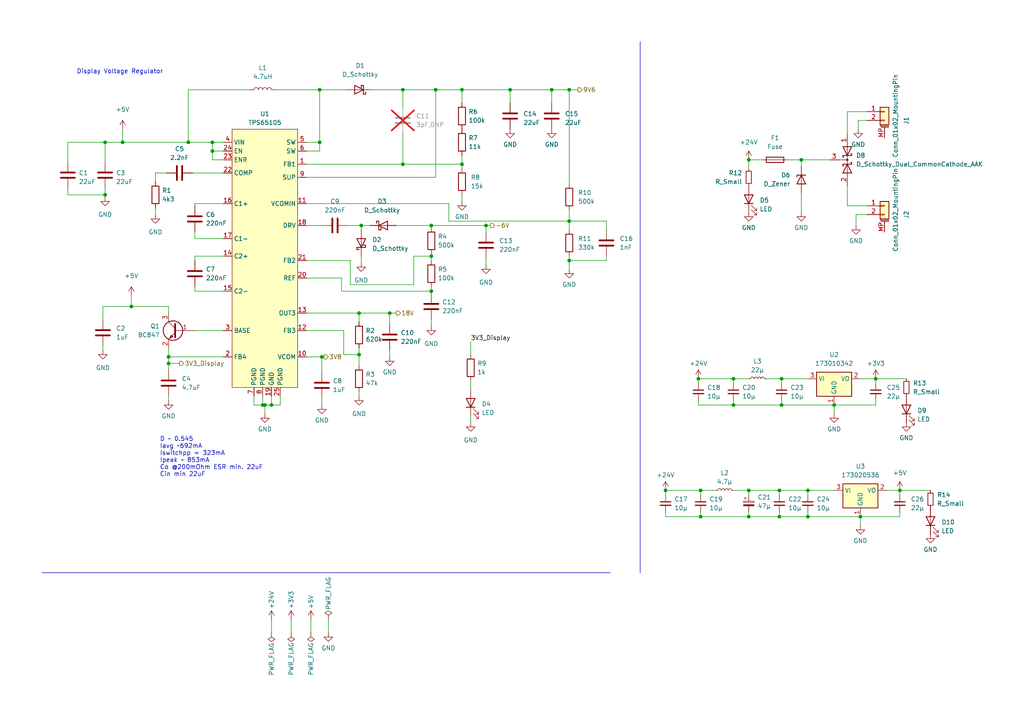
<source format=kicad_sch>
(kicad_sch
	(version 20231120)
	(generator "eeschema")
	(generator_version "8.0")
	(uuid "2e0788da-83c1-4cf9-982c-6e9feead5c48")
	(paper "A4")
	
	(junction
		(at 104.14 102.87)
		(diameter 0)
		(color 0 0 0 0)
		(uuid "02480c99-5394-4e9f-89df-ef38c9643771")
	)
	(junction
		(at 241.935 117.475)
		(diameter 0)
		(color 0 0 0 0)
		(uuid "04a24c58-7e9b-45c6-a81c-e6bd761e890c")
	)
	(junction
		(at 217.17 142.24)
		(diameter 0)
		(color 0 0 0 0)
		(uuid "06c0f182-3f01-4df1-8a91-76bc1a17447c")
	)
	(junction
		(at 226.06 149.86)
		(diameter 0)
		(color 0 0 0 0)
		(uuid "0e4f6690-f270-44bf-b823-20877548d9de")
	)
	(junction
		(at 165.1 75.565)
		(diameter 0)
		(color 0 0 0 0)
		(uuid "0eef11e6-76b0-4b3f-aa84-20f8c99ba4f2")
	)
	(junction
		(at 140.97 65.405)
		(diameter 0)
		(color 0 0 0 0)
		(uuid "111fa979-1c07-45e3-bde0-f5f2517309ef")
	)
	(junction
		(at 234.315 142.24)
		(diameter 0)
		(color 0 0 0 0)
		(uuid "1189832d-f541-4182-85cf-76441db3bde5")
	)
	(junction
		(at 113.03 90.805)
		(diameter 0)
		(color 0 0 0 0)
		(uuid "1aff85bd-376b-4c3c-a19e-28410c588aa7")
	)
	(junction
		(at 203.2 142.24)
		(diameter 0)
		(color 0 0 0 0)
		(uuid "2ab8ada9-cf74-4f1d-a11c-ea239d5d2220")
	)
	(junction
		(at 217.17 46.355)
		(diameter 0)
		(color 0 0 0 0)
		(uuid "2d680fee-d381-4b13-af58-d69b1bf4bdaf")
	)
	(junction
		(at 226.695 109.855)
		(diameter 0)
		(color 0 0 0 0)
		(uuid "328351f1-a0f5-490e-9fe1-872dcb80d8e1")
	)
	(junction
		(at 165.1 26.035)
		(diameter 0)
		(color 0 0 0 0)
		(uuid "344e26dd-0ad0-428f-9526-295351b37e18")
	)
	(junction
		(at 133.985 26.035)
		(diameter 0)
		(color 0 0 0 0)
		(uuid "38c66eb7-fe12-4132-87a9-9f307a3d4eb9")
	)
	(junction
		(at 147.955 26.035)
		(diameter 0)
		(color 0 0 0 0)
		(uuid "3a138e79-1b0d-41eb-a45e-a81d8b3b8874")
	)
	(junction
		(at 76.835 117.475)
		(diameter 0)
		(color 0 0 0 0)
		(uuid "3ae57a23-66e5-4f6a-9822-261b4ca414ba")
	)
	(junction
		(at 254 109.855)
		(diameter 0)
		(color 0 0 0 0)
		(uuid "4511e233-f111-4b3a-b25b-163e7713798c")
	)
	(junction
		(at 193.04 142.24)
		(diameter 0)
		(color 0 0 0 0)
		(uuid "4bc96748-d6a3-4db2-a6e8-1cc644e5753e")
	)
	(junction
		(at 48.895 103.505)
		(diameter 0)
		(color 0 0 0 0)
		(uuid "4c879827-91e5-4a71-a78c-ba2af39ff8cc")
	)
	(junction
		(at 30.48 56.515)
		(diameter 0)
		(color 0 0 0 0)
		(uuid "4e92d78f-ee99-497f-8aff-eb385cd4ceef")
	)
	(junction
		(at 234.315 149.86)
		(diameter 0)
		(color 0 0 0 0)
		(uuid "5503c86b-1be4-41d6-9f38-9ec79f8809d0")
	)
	(junction
		(at 126.365 26.035)
		(diameter 0)
		(color 0 0 0 0)
		(uuid "5549d3d8-ee14-4c4b-a1fd-0e90c51542ae")
	)
	(junction
		(at 226.06 142.24)
		(diameter 0)
		(color 0 0 0 0)
		(uuid "5a4015f9-032d-4d3d-913c-ef451306a780")
	)
	(junction
		(at 125.095 65.405)
		(diameter 0)
		(color 0 0 0 0)
		(uuid "5a704d20-2eda-4d66-87a0-8bb00c328bcf")
	)
	(junction
		(at 92.71 26.035)
		(diameter 0)
		(color 0 0 0 0)
		(uuid "5b385b3a-0445-40da-869e-baa34c1ab9d3")
	)
	(junction
		(at 212.725 109.855)
		(diameter 0)
		(color 0 0 0 0)
		(uuid "5fa5e9ea-85ff-4890-b60a-2622461a3342")
	)
	(junction
		(at 226.695 117.475)
		(diameter 0)
		(color 0 0 0 0)
		(uuid "5fa7211d-a933-4aea-bde3-164e64fe3f63")
	)
	(junction
		(at 212.725 117.475)
		(diameter 0)
		(color 0 0 0 0)
		(uuid "6a04c048-f0f1-48b0-bc1c-71429688fed0")
	)
	(junction
		(at 125.095 84.455)
		(diameter 0)
		(color 0 0 0 0)
		(uuid "7211e033-306c-4f5c-8969-3e6e32dd97c7")
	)
	(junction
		(at 92.71 41.275)
		(diameter 0)
		(color 0 0 0 0)
		(uuid "7402a9dc-42d2-48a3-b1d2-a3f8321a5335")
	)
	(junction
		(at 116.84 26.035)
		(diameter 0)
		(color 0 0 0 0)
		(uuid "7f7c4502-3d42-44e1-a7e5-18625ac30d0c")
	)
	(junction
		(at 260.985 142.24)
		(diameter 0)
		(color 0 0 0 0)
		(uuid "852155d9-75fa-4971-882f-601461e6471e")
	)
	(junction
		(at 48.895 105.41)
		(diameter 0)
		(color 0 0 0 0)
		(uuid "880cbe12-459f-4608-8eb4-4562e51e675d")
	)
	(junction
		(at 104.775 65.405)
		(diameter 0)
		(color 0 0 0 0)
		(uuid "8a4a63e0-e849-40f9-91ee-96af092e47fd")
	)
	(junction
		(at 217.17 149.86)
		(diameter 0)
		(color 0 0 0 0)
		(uuid "8b98e2fb-4d6d-4946-a73a-5b44141d0f81")
	)
	(junction
		(at 61.595 41.275)
		(diameter 0)
		(color 0 0 0 0)
		(uuid "8bd06123-3b1f-4075-822e-b7d3ffc7ad6e")
	)
	(junction
		(at 35.56 41.275)
		(diameter 0)
		(color 0 0 0 0)
		(uuid "946eaa14-4756-4a6c-b144-1058732f0d1c")
	)
	(junction
		(at 232.41 46.355)
		(diameter 0)
		(color 0 0 0 0)
		(uuid "94db514d-ef3e-4902-96b4-9fe23020fd4b")
	)
	(junction
		(at 104.14 90.805)
		(diameter 0)
		(color 0 0 0 0)
		(uuid "98259442-0017-4839-bdf1-ccc12bd3d4f7")
	)
	(junction
		(at 116.84 47.625)
		(diameter 0)
		(color 0 0 0 0)
		(uuid "9f5c1de7-45f5-4975-85f4-4b3a322e112d")
	)
	(junction
		(at 165.1 64.135)
		(diameter 0)
		(color 0 0 0 0)
		(uuid "a1991491-5b08-4a3c-ae36-86e5c0059fef")
	)
	(junction
		(at 125.095 74.295)
		(diameter 0)
		(color 0 0 0 0)
		(uuid "ac6cee30-b003-4257-a4d2-6306d34acee1")
	)
	(junction
		(at 30.48 41.275)
		(diameter 0)
		(color 0 0 0 0)
		(uuid "acd4fa46-8ba8-4b24-9066-b22d8cf3695d")
	)
	(junction
		(at 203.2 149.86)
		(diameter 0)
		(color 0 0 0 0)
		(uuid "bb8147b5-df2f-4f1f-b47e-d53b75aaa380")
	)
	(junction
		(at 249.555 149.86)
		(diameter 0)
		(color 0 0 0 0)
		(uuid "bde9bff5-32a4-42ae-899d-568ddf240b6b")
	)
	(junction
		(at 61.595 43.815)
		(diameter 0)
		(color 0 0 0 0)
		(uuid "c1c24b44-9fed-402f-8691-27fc96c5a404")
	)
	(junction
		(at 54.61 41.275)
		(diameter 0)
		(color 0 0 0 0)
		(uuid "c9b49b51-7016-4f86-93c8-0a5edcbf1dc4")
	)
	(junction
		(at 93.345 103.505)
		(diameter 0)
		(color 0 0 0 0)
		(uuid "d3af76d2-6f6b-4958-8007-465843bcff28")
	)
	(junction
		(at 38.1 88.9)
		(diameter 0)
		(color 0 0 0 0)
		(uuid "e12a7a30-2a13-4e59-a86b-14e9581d754f")
	)
	(junction
		(at 133.985 47.625)
		(diameter 0)
		(color 0 0 0 0)
		(uuid "e164d6d7-daed-4ba2-a4fa-8829f5fa4bf1")
	)
	(junction
		(at 202.565 109.855)
		(diameter 0)
		(color 0 0 0 0)
		(uuid "ea330dce-f339-4a47-abfa-3285e15e9c53")
	)
	(junction
		(at 78.74 117.475)
		(diameter 0)
		(color 0 0 0 0)
		(uuid "eabb1f12-056b-4086-8108-3847910fb0d1")
	)
	(junction
		(at 76.2 117.475)
		(diameter 0)
		(color 0 0 0 0)
		(uuid "eb96f160-0639-40eb-a4cf-f184fd8acebd")
	)
	(junction
		(at 160.02 26.035)
		(diameter 0)
		(color 0 0 0 0)
		(uuid "eecf3a55-a51b-4037-bc03-6c24e0b5c442")
	)
	(wire
		(pts
			(xy 104.14 114.935) (xy 104.14 113.665)
		)
		(stroke
			(width 0)
			(type default)
		)
		(uuid "00823f29-0ed6-4b92-afdd-b2458f8bb606")
	)
	(wire
		(pts
			(xy 245.745 59.69) (xy 245.745 53.975)
		)
		(stroke
			(width 0)
			(type default)
		)
		(uuid "01d5c222-f50c-448c-ab1c-ce44f0e6fca5")
	)
	(wire
		(pts
			(xy 48.895 105.41) (xy 48.895 107.315)
		)
		(stroke
			(width 0)
			(type default)
		)
		(uuid "0799669d-565f-4907-8ed6-4e84a36a826f")
	)
	(wire
		(pts
			(xy 125.095 84.455) (xy 125.095 85.09)
		)
		(stroke
			(width 0)
			(type default)
		)
		(uuid "07ec2872-4565-4fd8-959e-8f2af70ca30b")
	)
	(wire
		(pts
			(xy 45.085 60.325) (xy 45.085 62.23)
		)
		(stroke
			(width 0)
			(type default)
		)
		(uuid "080956e7-576e-44ee-9c9c-360358df7091")
	)
	(wire
		(pts
			(xy 114.935 65.405) (xy 125.095 65.405)
		)
		(stroke
			(width 0)
			(type default)
		)
		(uuid "0a825527-7b27-4b9a-a7f6-00a4872c8489")
	)
	(wire
		(pts
			(xy 99.06 80.645) (xy 99.06 84.455)
		)
		(stroke
			(width 0)
			(type default)
		)
		(uuid "0a831453-75b6-47ab-904c-b600c87ef6b9")
	)
	(wire
		(pts
			(xy 61.595 46.355) (xy 61.595 43.815)
		)
		(stroke
			(width 0)
			(type default)
		)
		(uuid "0ac840e0-b447-402f-b2e4-f37f6065362a")
	)
	(wire
		(pts
			(xy 104.14 90.805) (xy 104.14 93.345)
		)
		(stroke
			(width 0)
			(type default)
		)
		(uuid "0b2e23e4-beac-4bd1-be47-6b52b832fb7c")
	)
	(wire
		(pts
			(xy 140.97 65.405) (xy 142.24 65.405)
		)
		(stroke
			(width 0)
			(type default)
		)
		(uuid "0e047021-d1ef-4727-9754-e9dc1692b3ca")
	)
	(wire
		(pts
			(xy 245.745 32.385) (xy 251.46 32.385)
		)
		(stroke
			(width 0)
			(type default)
		)
		(uuid "0f6fedef-d831-419e-8095-bd13e46f06de")
	)
	(wire
		(pts
			(xy 202.565 109.855) (xy 202.565 111.125)
		)
		(stroke
			(width 0)
			(type default)
		)
		(uuid "0fc213a9-8817-48cf-8836-66336aa93cfa")
	)
	(wire
		(pts
			(xy 88.9 90.805) (xy 104.14 90.805)
		)
		(stroke
			(width 0)
			(type default)
		)
		(uuid "163b8def-cacd-4a76-822e-3fb9e29d98bf")
	)
	(wire
		(pts
			(xy 72.39 26.035) (xy 54.61 26.035)
		)
		(stroke
			(width 0)
			(type default)
		)
		(uuid "17ac2bd9-85ec-48d8-b4ea-5c8f921070e6")
	)
	(wire
		(pts
			(xy 136.525 120.65) (xy 136.525 122.555)
		)
		(stroke
			(width 0)
			(type default)
		)
		(uuid "1964f7d3-f983-4af4-9501-c4191a058a6e")
	)
	(wire
		(pts
			(xy 84.455 179.705) (xy 84.455 183.515)
		)
		(stroke
			(width 0)
			(type default)
		)
		(uuid "19ba5657-00e9-43ab-87c5-6d42229359f6")
	)
	(wire
		(pts
			(xy 165.1 60.96) (xy 165.1 64.135)
		)
		(stroke
			(width 0)
			(type default)
		)
		(uuid "19f8f6bd-03e2-4d0d-88e8-d2cde4815ce5")
	)
	(wire
		(pts
			(xy 260.985 148.59) (xy 260.985 149.86)
		)
		(stroke
			(width 0)
			(type default)
		)
		(uuid "1b51f0eb-7bb4-40fd-8a18-b2b7c8dece5a")
	)
	(wire
		(pts
			(xy 133.985 47.625) (xy 133.985 48.895)
		)
		(stroke
			(width 0)
			(type default)
		)
		(uuid "1bee50ad-234a-4553-a3d2-31e3d0fcb897")
	)
	(wire
		(pts
			(xy 125.095 65.405) (xy 140.97 65.405)
		)
		(stroke
			(width 0)
			(type default)
		)
		(uuid "1c0e80f2-a924-48f1-b1a4-5e4b60c86556")
	)
	(wire
		(pts
			(xy 202.565 109.855) (xy 212.725 109.855)
		)
		(stroke
			(width 0)
			(type default)
		)
		(uuid "1d87bcf4-7b10-4fa6-b5d8-4a243a3dec00")
	)
	(wire
		(pts
			(xy 260.985 149.86) (xy 249.555 149.86)
		)
		(stroke
			(width 0)
			(type default)
		)
		(uuid "1eae38f9-6fb6-4b12-919c-8df80453afaa")
	)
	(wire
		(pts
			(xy 92.71 43.815) (xy 92.71 41.275)
		)
		(stroke
			(width 0)
			(type default)
		)
		(uuid "1f385b83-cc47-4a50-b4f9-6e8bb1cc4ede")
	)
	(wire
		(pts
			(xy 76.2 114.935) (xy 76.2 117.475)
		)
		(stroke
			(width 0)
			(type default)
		)
		(uuid "221dba15-c87b-4d35-8df1-58681aea5818")
	)
	(wire
		(pts
			(xy 104.14 100.965) (xy 104.14 102.87)
		)
		(stroke
			(width 0)
			(type default)
		)
		(uuid "222d12e6-fedb-439c-bdcc-9db0625e529b")
	)
	(wire
		(pts
			(xy 48.895 100.965) (xy 48.895 103.505)
		)
		(stroke
			(width 0)
			(type default)
		)
		(uuid "22da2ddb-ad12-4205-b387-df7f05c0291f")
	)
	(wire
		(pts
			(xy 78.74 117.475) (xy 81.28 117.475)
		)
		(stroke
			(width 0)
			(type default)
		)
		(uuid "23471649-e877-40d3-94d4-eef45059f441")
	)
	(wire
		(pts
			(xy 56.515 59.055) (xy 64.77 59.055)
		)
		(stroke
			(width 0)
			(type default)
		)
		(uuid "24c96bfc-e05f-4742-ab89-580e45bdb5bc")
	)
	(wire
		(pts
			(xy 116.84 38.735) (xy 116.84 47.625)
		)
		(stroke
			(width 0)
			(type default)
		)
		(uuid "25928ed3-3d8c-4e5f-aa6c-ff9793b22490")
	)
	(wire
		(pts
			(xy 175.895 66.675) (xy 175.895 64.135)
		)
		(stroke
			(width 0)
			(type default)
		)
		(uuid "27933751-b7f1-48c0-9df9-818b6dfc358c")
	)
	(wire
		(pts
			(xy 226.695 117.475) (xy 241.935 117.475)
		)
		(stroke
			(width 0)
			(type default)
		)
		(uuid "27fdb692-1032-457e-a1eb-5217ad52ed2d")
	)
	(wire
		(pts
			(xy 88.9 65.405) (xy 93.345 65.405)
		)
		(stroke
			(width 0)
			(type default)
		)
		(uuid "2aee96eb-356d-44d9-bb29-b019a73320a5")
	)
	(wire
		(pts
			(xy 217.17 46.355) (xy 220.98 46.355)
		)
		(stroke
			(width 0)
			(type default)
		)
		(uuid "2b7b12dd-87cc-4177-b7c0-9d9cf43eb25a")
	)
	(wire
		(pts
			(xy 249.555 109.855) (xy 254 109.855)
		)
		(stroke
			(width 0)
			(type default)
		)
		(uuid "2c5e1399-a2da-45ff-9723-90f773008009")
	)
	(wire
		(pts
			(xy 130.175 59.055) (xy 130.175 64.135)
		)
		(stroke
			(width 0)
			(type default)
		)
		(uuid "300ab485-da27-45a6-a497-e273fd765e8c")
	)
	(wire
		(pts
			(xy 254 109.855) (xy 254 111.125)
		)
		(stroke
			(width 0)
			(type default)
		)
		(uuid "302dd4f2-4a33-462d-8779-06c1161c641e")
	)
	(wire
		(pts
			(xy 30.48 56.515) (xy 30.48 57.15)
		)
		(stroke
			(width 0)
			(type default)
		)
		(uuid "32d9f44c-5a9a-4fc5-b600-6f1b471ca49c")
	)
	(wire
		(pts
			(xy 202.565 117.475) (xy 212.725 117.475)
		)
		(stroke
			(width 0)
			(type default)
		)
		(uuid "332369f9-b2c1-4afc-8575-ba8f738f7f55")
	)
	(wire
		(pts
			(xy 193.04 142.24) (xy 193.04 143.51)
		)
		(stroke
			(width 0)
			(type default)
		)
		(uuid "3356ecf4-e784-4cfb-92ad-862b46ff013b")
	)
	(wire
		(pts
			(xy 212.725 109.855) (xy 217.17 109.855)
		)
		(stroke
			(width 0)
			(type default)
		)
		(uuid "3614b7ff-5afc-4028-9773-3f0c7087bc24")
	)
	(wire
		(pts
			(xy 175.895 75.565) (xy 175.895 74.295)
		)
		(stroke
			(width 0)
			(type default)
		)
		(uuid "38d260f8-76f5-44dd-9720-2a213e915413")
	)
	(wire
		(pts
			(xy 165.1 75.565) (xy 165.1 78.105)
		)
		(stroke
			(width 0)
			(type default)
		)
		(uuid "3c5f13ae-ad87-44f8-b10b-2a06880895da")
	)
	(wire
		(pts
			(xy 90.17 179.705) (xy 90.17 183.515)
		)
		(stroke
			(width 0)
			(type default)
		)
		(uuid "3c86607e-0dea-40df-9715-07e045dc1eb3")
	)
	(wire
		(pts
			(xy 48.895 114.935) (xy 48.895 116.205)
		)
		(stroke
			(width 0)
			(type default)
		)
		(uuid "3e5771b7-425e-4cea-8f07-1611dbbbc8c1")
	)
	(wire
		(pts
			(xy 120.015 74.295) (xy 125.095 74.295)
		)
		(stroke
			(width 0)
			(type default)
		)
		(uuid "3ed12c7c-34f2-4e62-a8b5-51abf30d6efa")
	)
	(wire
		(pts
			(xy 76.835 117.475) (xy 78.74 117.475)
		)
		(stroke
			(width 0)
			(type default)
		)
		(uuid "3fa49fd2-5e38-4518-bcaf-7808cb6d4aed")
	)
	(wire
		(pts
			(xy 88.9 80.645) (xy 99.06 80.645)
		)
		(stroke
			(width 0)
			(type default)
		)
		(uuid "3ffad75b-d711-4886-b77c-cec67b83eda9")
	)
	(wire
		(pts
			(xy 116.84 26.035) (xy 126.365 26.035)
		)
		(stroke
			(width 0)
			(type default)
		)
		(uuid "4053aa73-644b-43ff-bb1b-788caed9bc0c")
	)
	(wire
		(pts
			(xy 140.97 65.405) (xy 140.97 67.31)
		)
		(stroke
			(width 0)
			(type default)
		)
		(uuid "428491b2-7a74-46cd-bdd8-2c392c94f34c")
	)
	(wire
		(pts
			(xy 234.315 149.86) (xy 249.555 149.86)
		)
		(stroke
			(width 0)
			(type default)
		)
		(uuid "44ac89d5-fab8-4881-932b-38f36f429c6a")
	)
	(wire
		(pts
			(xy 19.685 54.61) (xy 19.685 56.515)
		)
		(stroke
			(width 0)
			(type default)
		)
		(uuid "4503344e-d636-487f-aa1d-09061e794e89")
	)
	(wire
		(pts
			(xy 30.48 46.99) (xy 30.48 41.275)
		)
		(stroke
			(width 0)
			(type default)
		)
		(uuid "45f9194a-fefb-4742-9660-7fe8e4d30a8d")
	)
	(wire
		(pts
			(xy 222.25 109.855) (xy 226.695 109.855)
		)
		(stroke
			(width 0)
			(type default)
		)
		(uuid "480bee3c-39e6-407a-89ac-1313197ace6a")
	)
	(wire
		(pts
			(xy 232.41 55.88) (xy 232.41 61.595)
		)
		(stroke
			(width 0)
			(type default)
		)
		(uuid "4a7cbbdd-5cf8-47cb-b2f7-c1bae73c379c")
	)
	(wire
		(pts
			(xy 48.895 103.505) (xy 48.895 105.41)
		)
		(stroke
			(width 0)
			(type default)
		)
		(uuid "4a9bf28b-3854-4f5d-86aa-f17baa6a09f9")
	)
	(wire
		(pts
			(xy 175.895 64.135) (xy 165.1 64.135)
		)
		(stroke
			(width 0)
			(type default)
		)
		(uuid "4adf77c0-8891-473c-b37b-e31840999359")
	)
	(wire
		(pts
			(xy 88.9 51.435) (xy 126.365 51.435)
		)
		(stroke
			(width 0)
			(type default)
		)
		(uuid "4c41f729-a7aa-477e-a842-37838a2b18f0")
	)
	(wire
		(pts
			(xy 93.345 115.57) (xy 93.345 117.475)
		)
		(stroke
			(width 0)
			(type default)
		)
		(uuid "4d35691e-4f3d-41e8-9a99-c92c22cf42d0")
	)
	(wire
		(pts
			(xy 125.095 74.295) (xy 125.095 75.565)
		)
		(stroke
			(width 0)
			(type default)
		)
		(uuid "4e1213c0-0844-4472-8738-ede19ad5a24e")
	)
	(wire
		(pts
			(xy 19.685 46.99) (xy 19.685 41.275)
		)
		(stroke
			(width 0)
			(type default)
		)
		(uuid "4e66fede-4bd0-4b9c-aa91-1d39619d61f3")
	)
	(wire
		(pts
			(xy 133.985 26.035) (xy 133.985 29.845)
		)
		(stroke
			(width 0)
			(type default)
		)
		(uuid "4e9a23db-c1ec-4e36-98bc-5688e1210cd2")
	)
	(wire
		(pts
			(xy 93.345 103.505) (xy 93.98 103.505)
		)
		(stroke
			(width 0)
			(type default)
		)
		(uuid "5042ffc9-f488-4bd7-bd38-fe064d044d8e")
	)
	(wire
		(pts
			(xy 38.1 85.725) (xy 38.1 88.9)
		)
		(stroke
			(width 0)
			(type default)
		)
		(uuid "51649ea1-af40-4422-810d-cdd7e45b347c")
	)
	(wire
		(pts
			(xy 56.515 95.885) (xy 64.77 95.885)
		)
		(stroke
			(width 0)
			(type default)
		)
		(uuid "54264b9f-8dba-4eb3-9bf5-e99612feb0a4")
	)
	(wire
		(pts
			(xy 78.74 114.935) (xy 78.74 117.475)
		)
		(stroke
			(width 0)
			(type default)
		)
		(uuid "55e01c7c-916c-475f-be83-ee46860b0f12")
	)
	(wire
		(pts
			(xy 104.775 74.295) (xy 104.775 76.2)
		)
		(stroke
			(width 0)
			(type default)
		)
		(uuid "57b5aaf8-4711-428a-983d-30d7d03219cf")
	)
	(wire
		(pts
			(xy 133.985 26.035) (xy 147.955 26.035)
		)
		(stroke
			(width 0)
			(type default)
		)
		(uuid "58008270-b81f-49d0-afe4-7fa9bf83ce48")
	)
	(wire
		(pts
			(xy 249.555 149.86) (xy 249.555 152.4)
		)
		(stroke
			(width 0)
			(type default)
		)
		(uuid "59e0d06b-cd48-45c4-a673-afeae9475e71")
	)
	(wire
		(pts
			(xy 226.695 109.855) (xy 234.315 109.855)
		)
		(stroke
			(width 0)
			(type default)
		)
		(uuid "5a092afa-26ce-4acf-9da0-d2d8700de100")
	)
	(wire
		(pts
			(xy 212.725 142.24) (xy 217.17 142.24)
		)
		(stroke
			(width 0)
			(type default)
		)
		(uuid "5ac9dccd-b877-4c45-9b87-2745bb154a56")
	)
	(wire
		(pts
			(xy 19.685 41.275) (xy 30.48 41.275)
		)
		(stroke
			(width 0)
			(type default)
		)
		(uuid "5cd14f0a-b143-4082-9e76-fccb2d9c8aab")
	)
	(wire
		(pts
			(xy 234.315 142.24) (xy 234.315 143.51)
		)
		(stroke
			(width 0)
			(type default)
		)
		(uuid "5ea3e315-df2f-48a8-96ed-2eaa15b323b6")
	)
	(wire
		(pts
			(xy 55.88 50.165) (xy 64.77 50.165)
		)
		(stroke
			(width 0)
			(type default)
		)
		(uuid "617ebabc-9728-49d9-9e00-efeb649c11f6")
	)
	(wire
		(pts
			(xy 147.955 26.035) (xy 160.02 26.035)
		)
		(stroke
			(width 0)
			(type default)
		)
		(uuid "657cd257-f6de-4892-9294-8726d142da8b")
	)
	(wire
		(pts
			(xy 234.315 148.59) (xy 234.315 149.86)
		)
		(stroke
			(width 0)
			(type default)
		)
		(uuid "667d36d3-48b8-4b44-b1fa-ee04e1f5c87d")
	)
	(wire
		(pts
			(xy 56.515 74.295) (xy 64.77 74.295)
		)
		(stroke
			(width 0)
			(type default)
		)
		(uuid "66b80e20-c5b1-452c-9103-9af133e4d706")
	)
	(wire
		(pts
			(xy 104.14 102.87) (xy 99.695 102.87)
		)
		(stroke
			(width 0)
			(type default)
		)
		(uuid "67b76565-5e98-4729-99f3-4273774598b5")
	)
	(wire
		(pts
			(xy 45.085 50.165) (xy 45.085 52.705)
		)
		(stroke
			(width 0)
			(type default)
		)
		(uuid "68479ddf-a13d-466d-a3dd-c310eda8a653")
	)
	(wire
		(pts
			(xy 126.365 26.035) (xy 133.985 26.035)
		)
		(stroke
			(width 0)
			(type default)
		)
		(uuid "6b0e775c-807c-4a32-a894-95f8e30cbef4")
	)
	(wire
		(pts
			(xy 56.515 59.69) (xy 56.515 59.055)
		)
		(stroke
			(width 0)
			(type default)
		)
		(uuid "6dbbb99c-db6b-4ccc-b564-a41e646c330c")
	)
	(wire
		(pts
			(xy 64.77 41.275) (xy 61.595 41.275)
		)
		(stroke
			(width 0)
			(type default)
		)
		(uuid "6e623211-e1cd-4bb0-8c65-12b92a48f710")
	)
	(wire
		(pts
			(xy 88.9 43.815) (xy 92.71 43.815)
		)
		(stroke
			(width 0)
			(type default)
		)
		(uuid "701e3aab-ec5b-4755-bb01-b828558ba117")
	)
	(wire
		(pts
			(xy 212.725 116.205) (xy 212.725 117.475)
		)
		(stroke
			(width 0)
			(type default)
		)
		(uuid "70876b54-5088-4016-b2c6-b9cdcb757352")
	)
	(wire
		(pts
			(xy 226.695 109.855) (xy 226.695 111.125)
		)
		(stroke
			(width 0)
			(type default)
		)
		(uuid "712cf10d-3255-4a39-896b-4c3e9382c6bb")
	)
	(wire
		(pts
			(xy 61.595 41.275) (xy 61.595 43.815)
		)
		(stroke
			(width 0)
			(type default)
		)
		(uuid "73f9ed79-636c-4d16-b0ba-9b534cedcbd4")
	)
	(wire
		(pts
			(xy 126.365 51.435) (xy 126.365 26.035)
		)
		(stroke
			(width 0)
			(type default)
		)
		(uuid "75501156-2b60-4ebc-abfc-4b7c0bc99d2c")
	)
	(wire
		(pts
			(xy 93.345 103.505) (xy 88.9 103.505)
		)
		(stroke
			(width 0)
			(type default)
		)
		(uuid "773e3727-396a-430f-829a-1968126d4e63")
	)
	(wire
		(pts
			(xy 160.02 26.035) (xy 160.02 29.845)
		)
		(stroke
			(width 0)
			(type default)
		)
		(uuid "77434a9a-e97c-4f9b-8efa-a7dc56aa4462")
	)
	(wire
		(pts
			(xy 226.06 142.24) (xy 234.315 142.24)
		)
		(stroke
			(width 0)
			(type default)
		)
		(uuid "77962264-d713-4ddf-a55d-58dc53a2553c")
	)
	(wire
		(pts
			(xy 241.935 117.475) (xy 241.935 120.015)
		)
		(stroke
			(width 0)
			(type default)
		)
		(uuid "79e771bd-867c-48d0-9c84-c44a0cc2997a")
	)
	(wire
		(pts
			(xy 56.515 84.455) (xy 56.515 83.185)
		)
		(stroke
			(width 0)
			(type default)
		)
		(uuid "7a908a54-37ff-4256-af3c-d37a3211a15b")
	)
	(wire
		(pts
			(xy 147.955 26.035) (xy 147.955 29.845)
		)
		(stroke
			(width 0)
			(type default)
		)
		(uuid "7cbe0ff7-148d-4655-918d-3fd6cb63e2aa")
	)
	(wire
		(pts
			(xy 226.06 149.86) (xy 234.315 149.86)
		)
		(stroke
			(width 0)
			(type default)
		)
		(uuid "7cd4b97d-4582-43af-aca8-950338b402d8")
	)
	(wire
		(pts
			(xy 260.985 142.24) (xy 260.985 143.51)
		)
		(stroke
			(width 0)
			(type default)
		)
		(uuid "7d05d595-c664-446c-899f-b00e20cb5d7c")
	)
	(wire
		(pts
			(xy 228.6 46.355) (xy 232.41 46.355)
		)
		(stroke
			(width 0)
			(type default)
		)
		(uuid "83f0a0e4-0e23-480e-abfa-d05b91b18526")
	)
	(wire
		(pts
			(xy 64.77 84.455) (xy 56.515 84.455)
		)
		(stroke
			(width 0)
			(type default)
		)
		(uuid "86f78524-9a71-4576-a34f-c214cf02f681")
	)
	(wire
		(pts
			(xy 251.46 59.69) (xy 245.745 59.69)
		)
		(stroke
			(width 0)
			(type default)
		)
		(uuid "87012fd7-8a04-4de3-b126-2893f3235d87")
	)
	(wire
		(pts
			(xy 93.345 107.95) (xy 93.345 103.505)
		)
		(stroke
			(width 0)
			(type default)
		)
		(uuid "8798140f-a61d-4399-a02f-340a61efc57d")
	)
	(wire
		(pts
			(xy 125.095 73.66) (xy 125.095 74.295)
		)
		(stroke
			(width 0)
			(type default)
		)
		(uuid "88f13fe5-ddc3-4a21-b5bb-3f329bf29ec0")
	)
	(wire
		(pts
			(xy 165.1 64.135) (xy 165.1 66.675)
		)
		(stroke
			(width 0)
			(type default)
		)
		(uuid "897704ad-d967-4d2d-8238-9398ddfd04e8")
	)
	(wire
		(pts
			(xy 125.095 92.71) (xy 125.095 94.615)
		)
		(stroke
			(width 0)
			(type default)
		)
		(uuid "89de10db-0bda-4bc4-9a11-7f45b3fef9be")
	)
	(wire
		(pts
			(xy 217.17 149.86) (xy 226.06 149.86)
		)
		(stroke
			(width 0)
			(type default)
		)
		(uuid "8a27771f-2b91-4f3b-9898-b82752fb21fc")
	)
	(wire
		(pts
			(xy 64.77 69.215) (xy 56.515 69.215)
		)
		(stroke
			(width 0)
			(type default)
		)
		(uuid "8a8dc90e-ea11-473f-9e5a-ccd56726e7dd")
	)
	(wire
		(pts
			(xy 64.77 46.355) (xy 61.595 46.355)
		)
		(stroke
			(width 0)
			(type default)
		)
		(uuid "8acd4fdb-7a63-49b9-921f-6a3c041e95ba")
	)
	(wire
		(pts
			(xy 73.66 117.475) (xy 73.66 114.935)
		)
		(stroke
			(width 0)
			(type default)
		)
		(uuid "8d1114c9-b33d-4f1b-8db3-570129fb19cf")
	)
	(wire
		(pts
			(xy 29.845 100.33) (xy 29.845 101.6)
		)
		(stroke
			(width 0)
			(type default)
		)
		(uuid "8d604371-f602-4f10-8f7d-d7976b912214")
	)
	(wire
		(pts
			(xy 165.1 26.035) (xy 167.64 26.035)
		)
		(stroke
			(width 0)
			(type default)
		)
		(uuid "8df34f58-b9bf-4d62-a0cb-39cfca58113f")
	)
	(wire
		(pts
			(xy 81.28 117.475) (xy 81.28 114.935)
		)
		(stroke
			(width 0)
			(type default)
		)
		(uuid "8e4e0ab3-c78b-4d6b-83be-d326c20004d9")
	)
	(wire
		(pts
			(xy 80.01 26.035) (xy 92.71 26.035)
		)
		(stroke
			(width 0)
			(type default)
		)
		(uuid "8f7a9dab-1d18-4219-bf90-07989e70b3dd")
	)
	(wire
		(pts
			(xy 52.07 105.41) (xy 48.895 105.41)
		)
		(stroke
			(width 0)
			(type default)
		)
		(uuid "94aa258d-f4ad-427f-ba76-7fd9489e4b20")
	)
	(wire
		(pts
			(xy 203.2 142.24) (xy 207.645 142.24)
		)
		(stroke
			(width 0)
			(type default)
		)
		(uuid "94d921d1-88bd-4867-aa9a-cdede2375614")
	)
	(wire
		(pts
			(xy 104.14 102.87) (xy 104.14 106.045)
		)
		(stroke
			(width 0)
			(type default)
		)
		(uuid "956030bd-a931-463c-9702-ffe626dcacb0")
	)
	(wire
		(pts
			(xy 193.04 148.59) (xy 193.04 149.86)
		)
		(stroke
			(width 0)
			(type default)
		)
		(uuid "95e44266-98b9-465d-997c-8e65b0c3d557")
	)
	(wire
		(pts
			(xy 193.04 149.86) (xy 203.2 149.86)
		)
		(stroke
			(width 0)
			(type default)
		)
		(uuid "95ef0836-fe34-4f04-a9c1-a920779ba8c0")
	)
	(wire
		(pts
			(xy 104.775 65.405) (xy 104.775 66.675)
		)
		(stroke
			(width 0)
			(type default)
		)
		(uuid "969bf748-1c2f-4967-9526-ffed487a9abc")
	)
	(wire
		(pts
			(xy 100.965 65.405) (xy 104.775 65.405)
		)
		(stroke
			(width 0)
			(type default)
		)
		(uuid "97431ce8-64bf-4192-aad3-405003b70cfe")
	)
	(wire
		(pts
			(xy 88.9 95.885) (xy 99.695 95.885)
		)
		(stroke
			(width 0)
			(type default)
		)
		(uuid "9a9225e3-868c-4477-b879-f49bba58cc6e")
	)
	(wire
		(pts
			(xy 203.2 142.24) (xy 203.2 143.51)
		)
		(stroke
			(width 0)
			(type default)
		)
		(uuid "9bc2d68c-2a43-4c1e-b669-9820a12d7c87")
	)
	(wire
		(pts
			(xy 193.04 142.24) (xy 203.2 142.24)
		)
		(stroke
			(width 0)
			(type default)
		)
		(uuid "9be69bc9-acb1-4f03-83ec-e3780facc1a4")
	)
	(wire
		(pts
			(xy 226.06 142.24) (xy 226.06 143.51)
		)
		(stroke
			(width 0)
			(type default)
		)
		(uuid "9c20c29c-79a9-4227-bc95-44d50437e955")
	)
	(wire
		(pts
			(xy 78.74 179.705) (xy 78.74 183.515)
		)
		(stroke
			(width 0)
			(type default)
		)
		(uuid "9c24de27-c859-48f7-9157-0b37caf30266")
	)
	(wire
		(pts
			(xy 29.845 88.9) (xy 38.1 88.9)
		)
		(stroke
			(width 0)
			(type default)
		)
		(uuid "9c740c80-d003-43c1-8383-19f33549312b")
	)
	(wire
		(pts
			(xy 125.095 83.185) (xy 125.095 84.455)
		)
		(stroke
			(width 0)
			(type default)
		)
		(uuid "9cdd0481-4694-4c64-b4e1-2ac7094da946")
	)
	(wire
		(pts
			(xy 133.985 45.085) (xy 133.985 47.625)
		)
		(stroke
			(width 0)
			(type default)
		)
		(uuid "9d3a9fba-99dc-4dfe-9ad9-da65da83c5c1")
	)
	(wire
		(pts
			(xy 101.6 82.55) (xy 101.6 75.565)
		)
		(stroke
			(width 0)
			(type default)
		)
		(uuid "9d439632-2771-4b13-b38a-61e86e6e924f")
	)
	(wire
		(pts
			(xy 217.17 148.59) (xy 217.17 149.86)
		)
		(stroke
			(width 0)
			(type default)
		)
		(uuid "9d9a9931-bf71-46df-845b-1ed3d2f68e2f")
	)
	(wire
		(pts
			(xy 217.17 142.24) (xy 226.06 142.24)
		)
		(stroke
			(width 0)
			(type default)
		)
		(uuid "9fb78350-b05c-4e18-96f6-8b518da4b61f")
	)
	(wire
		(pts
			(xy 35.56 41.275) (xy 54.61 41.275)
		)
		(stroke
			(width 0)
			(type default)
		)
		(uuid "a046b0f3-3f83-4557-8cc6-a95126a672fd")
	)
	(wire
		(pts
			(xy 101.6 75.565) (xy 88.9 75.565)
		)
		(stroke
			(width 0)
			(type default)
		)
		(uuid "a05d54da-1a6c-4acd-a749-c01660a4d3b6")
	)
	(wire
		(pts
			(xy 120.015 82.55) (xy 120.015 74.295)
		)
		(stroke
			(width 0)
			(type default)
		)
		(uuid "a1984b4c-5b68-46d4-a8e4-51bc343bb260")
	)
	(wire
		(pts
			(xy 245.745 38.735) (xy 245.745 32.385)
		)
		(stroke
			(width 0)
			(type default)
		)
		(uuid "a39b8dc8-c08e-44c0-8768-dc719002f971")
	)
	(wire
		(pts
			(xy 92.71 41.275) (xy 88.9 41.275)
		)
		(stroke
			(width 0)
			(type default)
		)
		(uuid "a5562132-55e5-411a-9528-caffe9817d7d")
	)
	(wire
		(pts
			(xy 232.41 46.355) (xy 240.665 46.355)
		)
		(stroke
			(width 0)
			(type default)
		)
		(uuid "a586b49d-2519-401a-bb1a-aed73a17439d")
	)
	(wire
		(pts
			(xy 248.92 34.925) (xy 248.92 37.465)
		)
		(stroke
			(width 0)
			(type default)
		)
		(uuid "a7f0cf95-7834-4685-a120-283baf2b87ae")
	)
	(wire
		(pts
			(xy 101.6 82.55) (xy 120.015 82.55)
		)
		(stroke
			(width 0)
			(type default)
		)
		(uuid "a96e3a21-d86c-4df1-b585-ee9dec563426")
	)
	(wire
		(pts
			(xy 136.525 99.06) (xy 136.525 102.87)
		)
		(stroke
			(width 0)
			(type default)
		)
		(uuid "aab218ca-ce2c-4b98-83a0-97efcbb0006d")
	)
	(wire
		(pts
			(xy 116.84 47.625) (xy 133.985 47.625)
		)
		(stroke
			(width 0)
			(type default)
		)
		(uuid "b0d64e1d-c342-40d3-adfb-a13e1cf97f85")
	)
	(wire
		(pts
			(xy 92.71 26.035) (xy 100.33 26.035)
		)
		(stroke
			(width 0)
			(type default)
		)
		(uuid "b2b598d9-ea54-46c4-b198-2854c3ae0964")
	)
	(wire
		(pts
			(xy 212.725 109.855) (xy 212.725 111.125)
		)
		(stroke
			(width 0)
			(type default)
		)
		(uuid "b2d7c7f2-a0f2-4a7b-bd44-25162625cc2c")
	)
	(wire
		(pts
			(xy 232.41 46.355) (xy 232.41 48.26)
		)
		(stroke
			(width 0)
			(type default)
		)
		(uuid "b3813dc4-8c4a-4fe6-b246-060421727897")
	)
	(wire
		(pts
			(xy 125.095 65.405) (xy 125.095 66.04)
		)
		(stroke
			(width 0)
			(type default)
		)
		(uuid "b538a79f-8301-447f-8982-b1cd5d0d1e7d")
	)
	(wire
		(pts
			(xy 104.14 90.805) (xy 113.03 90.805)
		)
		(stroke
			(width 0)
			(type default)
		)
		(uuid "b676435c-79cb-4022-8da4-17b481badd24")
	)
	(wire
		(pts
			(xy 254 109.855) (xy 262.89 109.855)
		)
		(stroke
			(width 0)
			(type default)
		)
		(uuid "b9a869f3-b418-4a3c-b412-633044231c71")
	)
	(wire
		(pts
			(xy 116.84 26.035) (xy 116.84 31.115)
		)
		(stroke
			(width 0)
			(type default)
		)
		(uuid "baa475f9-fa32-498d-8dda-150b6afbd67e")
	)
	(wire
		(pts
			(xy 133.985 56.515) (xy 133.985 58.42)
		)
		(stroke
			(width 0)
			(type default)
		)
		(uuid "bb47b1a4-c6b1-4dee-abb1-87841d3f7ab8")
	)
	(wire
		(pts
			(xy 30.48 41.275) (xy 35.56 41.275)
		)
		(stroke
			(width 0)
			(type default)
		)
		(uuid "bbf18ba4-6465-468f-b6dd-87ab34d93271")
	)
	(wire
		(pts
			(xy 107.95 26.035) (xy 116.84 26.035)
		)
		(stroke
			(width 0)
			(type default)
		)
		(uuid "bc8311a1-3370-43fe-b5ef-6453093ce15f")
	)
	(wire
		(pts
			(xy 104.775 65.405) (xy 107.315 65.405)
		)
		(stroke
			(width 0)
			(type default)
		)
		(uuid "be7b5ac7-c4df-4e35-8db8-1e84491169a5")
	)
	(wire
		(pts
			(xy 248.92 34.925) (xy 251.46 34.925)
		)
		(stroke
			(width 0)
			(type default)
		)
		(uuid "bfc00bab-747c-45e0-907d-9561bb4e313e")
	)
	(wire
		(pts
			(xy 260.985 142.24) (xy 269.875 142.24)
		)
		(stroke
			(width 0)
			(type default)
		)
		(uuid "c059af58-227b-4126-bc75-17672365464e")
	)
	(wire
		(pts
			(xy 61.595 43.815) (xy 64.77 43.815)
		)
		(stroke
			(width 0)
			(type default)
		)
		(uuid "c23f76b7-d61d-429f-bc58-6bc1546c1ccb")
	)
	(wire
		(pts
			(xy 48.895 88.9) (xy 48.895 90.805)
		)
		(stroke
			(width 0)
			(type default)
		)
		(uuid "c47a81a0-8572-4817-a997-173ded2bc84a")
	)
	(wire
		(pts
			(xy 99.695 102.87) (xy 99.695 95.885)
		)
		(stroke
			(width 0)
			(type default)
		)
		(uuid "c600e4a2-59ff-4eb3-b3aa-d29d8905aa43")
	)
	(wire
		(pts
			(xy 92.71 26.035) (xy 92.71 41.275)
		)
		(stroke
			(width 0)
			(type default)
		)
		(uuid "c675f9b7-362f-4a6a-a14c-49ef3e58fba4")
	)
	(wire
		(pts
			(xy 113.03 90.805) (xy 114.935 90.805)
		)
		(stroke
			(width 0)
			(type default)
		)
		(uuid "c70e0b07-9a0c-4e2c-9423-68f7c0d295ad")
	)
	(wire
		(pts
			(xy 54.61 26.035) (xy 54.61 41.275)
		)
		(stroke
			(width 0)
			(type default)
		)
		(uuid "c81f3ce7-5892-49a8-aed5-3d99dcf1b8c2")
	)
	(wire
		(pts
			(xy 212.725 117.475) (xy 226.695 117.475)
		)
		(stroke
			(width 0)
			(type default)
		)
		(uuid "c9b5c6a6-7840-45f7-bf7c-939b5fec923a")
	)
	(wire
		(pts
			(xy 73.66 117.475) (xy 76.2 117.475)
		)
		(stroke
			(width 0)
			(type default)
		)
		(uuid "ca2317ec-4f7e-4a1e-bc9b-1f482c5c144b")
	)
	(wire
		(pts
			(xy 257.175 142.24) (xy 260.985 142.24)
		)
		(stroke
			(width 0)
			(type default)
		)
		(uuid "cc004d13-9add-4e97-845e-3e804265ffd2")
	)
	(wire
		(pts
			(xy 113.03 93.98) (xy 113.03 90.805)
		)
		(stroke
			(width 0)
			(type default)
		)
		(uuid "cea8c313-f55b-4706-a4ce-a07406514fc9")
	)
	(wire
		(pts
			(xy 217.17 142.24) (xy 217.17 143.51)
		)
		(stroke
			(width 0)
			(type default)
		)
		(uuid "ceea175b-8c86-4dc4-ad65-8552da28bb49")
	)
	(wire
		(pts
			(xy 202.565 116.205) (xy 202.565 117.475)
		)
		(stroke
			(width 0)
			(type default)
		)
		(uuid "cf976ad3-d5e8-44a1-ad25-e1f1375f850a")
	)
	(wire
		(pts
			(xy 203.2 148.59) (xy 203.2 149.86)
		)
		(stroke
			(width 0)
			(type default)
		)
		(uuid "d068cbbe-b30f-4096-855c-e4e765fdfc8b")
	)
	(wire
		(pts
			(xy 226.06 148.59) (xy 226.06 149.86)
		)
		(stroke
			(width 0)
			(type default)
		)
		(uuid "d110e9db-9250-42b3-a3d7-2377030b6281")
	)
	(wire
		(pts
			(xy 248.285 62.23) (xy 248.285 65.405)
		)
		(stroke
			(width 0)
			(type default)
		)
		(uuid "d2ab178a-c830-41e7-8c74-ec1e72641c87")
	)
	(wire
		(pts
			(xy 217.17 48.895) (xy 217.17 46.355)
		)
		(stroke
			(width 0)
			(type default)
		)
		(uuid "d2c8035f-dd0f-43b4-85c2-ab9a349eff76")
	)
	(wire
		(pts
			(xy 165.1 75.565) (xy 175.895 75.565)
		)
		(stroke
			(width 0)
			(type default)
		)
		(uuid "d2e88e99-690a-4d37-99f2-7f9516b6f326")
	)
	(wire
		(pts
			(xy 226.695 116.205) (xy 226.695 117.475)
		)
		(stroke
			(width 0)
			(type default)
		)
		(uuid "d3daa0a2-e9bd-4444-ad66-cea4cd3ca5d7")
	)
	(wire
		(pts
			(xy 136.525 110.49) (xy 136.525 113.03)
		)
		(stroke
			(width 0)
			(type default)
		)
		(uuid "d4161612-fd40-48fe-a351-00b7e4adcfbe")
	)
	(wire
		(pts
			(xy 130.175 64.135) (xy 165.1 64.135)
		)
		(stroke
			(width 0)
			(type default)
		)
		(uuid "d5ceb0ee-59a6-4a5b-8b20-e84781423f12")
	)
	(wire
		(pts
			(xy 19.685 56.515) (xy 30.48 56.515)
		)
		(stroke
			(width 0)
			(type default)
		)
		(uuid "d61a543b-9dcd-435b-b998-d906143230cf")
	)
	(wire
		(pts
			(xy 160.02 26.035) (xy 165.1 26.035)
		)
		(stroke
			(width 0)
			(type default)
		)
		(uuid "d67cfc73-2f37-43f5-b169-e6f6da32e183")
	)
	(wire
		(pts
			(xy 165.1 53.34) (xy 165.1 26.035)
		)
		(stroke
			(width 0)
			(type default)
		)
		(uuid "d6da516f-31eb-472e-8e11-fc8eaed560bd")
	)
	(wire
		(pts
			(xy 95.25 179.705) (xy 95.25 183.515)
		)
		(stroke
			(width 0)
			(type default)
		)
		(uuid "d9c612f8-7c2f-4324-b10f-d343c64ec6f2")
	)
	(wire
		(pts
			(xy 251.46 62.23) (xy 248.285 62.23)
		)
		(stroke
			(width 0)
			(type default)
		)
		(uuid "dd658e3c-7274-4321-b280-f43d36ee4d16")
	)
	(polyline
		(pts
			(xy 185.674 12.065) (xy 185.674 166.116)
		)
		(stroke
			(width 0)
			(type default)
		)
		(uuid "de12261a-a488-4b78-817c-4b9eb5382cff")
	)
	(wire
		(pts
			(xy 241.935 117.475) (xy 254 117.475)
		)
		(stroke
			(width 0)
			(type default)
		)
		(uuid "de34fdb2-911d-4e50-850b-6065a7d83da0")
	)
	(wire
		(pts
			(xy 254 116.205) (xy 254 117.475)
		)
		(stroke
			(width 0)
			(type default)
		)
		(uuid "e03a3999-a189-4e3a-9992-e15734b4284e")
	)
	(wire
		(pts
			(xy 38.1 88.9) (xy 48.895 88.9)
		)
		(stroke
			(width 0)
			(type default)
		)
		(uuid "e1a33295-b560-45c6-8354-41493a75e6ac")
	)
	(wire
		(pts
			(xy 76.2 117.475) (xy 76.835 117.475)
		)
		(stroke
			(width 0)
			(type default)
		)
		(uuid "e27ec589-21f0-4132-bba5-5f01ebec4ed6")
	)
	(wire
		(pts
			(xy 234.315 142.24) (xy 241.935 142.24)
		)
		(stroke
			(width 0)
			(type default)
		)
		(uuid "e3e45f86-75c2-4a7b-8e12-738d3f6ab87b")
	)
	(wire
		(pts
			(xy 76.835 120.015) (xy 76.835 117.475)
		)
		(stroke
			(width 0)
			(type default)
		)
		(uuid "e5d29de3-76d9-4d1f-bd48-1db3511cdccc")
	)
	(wire
		(pts
			(xy 56.515 67.31) (xy 56.515 69.215)
		)
		(stroke
			(width 0)
			(type default)
		)
		(uuid "e6b0c24b-4150-4332-a7c7-0d39e7f824ea")
	)
	(polyline
		(pts
			(xy 177.038 166.116) (xy 12.192 166.116)
		)
		(stroke
			(width 0)
			(type default)
		)
		(uuid "ebb4d48e-7fd2-4425-bfc3-8c97a2151f56")
	)
	(wire
		(pts
			(xy 30.48 54.61) (xy 30.48 56.515)
		)
		(stroke
			(width 0)
			(type default)
		)
		(uuid "ece631b4-0e02-43fb-b41a-644be4704600")
	)
	(wire
		(pts
			(xy 35.56 37.465) (xy 35.56 41.275)
		)
		(stroke
			(width 0)
			(type default)
		)
		(uuid "f1386fce-793d-4913-a953-a88c993a5b95")
	)
	(wire
		(pts
			(xy 88.9 59.055) (xy 130.175 59.055)
		)
		(stroke
			(width 0)
			(type default)
		)
		(uuid "f3562cc0-2151-446c-bd56-2a5bee7be719")
	)
	(wire
		(pts
			(xy 140.97 74.93) (xy 140.97 76.835)
		)
		(stroke
			(width 0)
			(type default)
		)
		(uuid "f3d8f24c-b507-44f7-8732-b3c371928ecb")
	)
	(wire
		(pts
			(xy 125.095 84.455) (xy 99.06 84.455)
		)
		(stroke
			(width 0)
			(type default)
		)
		(uuid "f6449bb3-8d7c-4b3a-9a15-2919c2df39af")
	)
	(wire
		(pts
			(xy 113.03 101.6) (xy 113.03 103.505)
		)
		(stroke
			(width 0)
			(type default)
		)
		(uuid "f7be613d-7fb5-4dc4-b02c-1351c2aa01c7")
	)
	(wire
		(pts
			(xy 29.845 92.71) (xy 29.845 88.9)
		)
		(stroke
			(width 0)
			(type default)
		)
		(uuid "f8e84344-ce9e-4c5e-97bc-74f941bbd8a0")
	)
	(wire
		(pts
			(xy 48.26 50.165) (xy 45.085 50.165)
		)
		(stroke
			(width 0)
			(type default)
		)
		(uuid "f9e3e4aa-9ed3-42cc-837e-7d4db58a8c93")
	)
	(wire
		(pts
			(xy 88.9 47.625) (xy 116.84 47.625)
		)
		(stroke
			(width 0)
			(type default)
		)
		(uuid "fadc7548-00c4-4b95-815e-4752d586b062")
	)
	(wire
		(pts
			(xy 54.61 41.275) (xy 61.595 41.275)
		)
		(stroke
			(width 0)
			(type default)
		)
		(uuid "fb9dd6eb-a407-465c-bdd0-9e6702cd7114")
	)
	(wire
		(pts
			(xy 165.1 74.295) (xy 165.1 75.565)
		)
		(stroke
			(width 0)
			(type default)
		)
		(uuid "fdb7f7ec-34ca-408a-8796-515229f08d2a")
	)
	(wire
		(pts
			(xy 203.2 149.86) (xy 217.17 149.86)
		)
		(stroke
			(width 0)
			(type default)
		)
		(uuid "ff5aa988-d6c5-4cd5-82e2-efeba6acf235")
	)
	(wire
		(pts
			(xy 56.515 75.565) (xy 56.515 74.295)
		)
		(stroke
			(width 0)
			(type default)
		)
		(uuid "fff3473a-487e-4977-8567-12d8ad2c7bb6")
	)
	(wire
		(pts
			(xy 64.77 103.505) (xy 48.895 103.505)
		)
		(stroke
			(width 0)
			(type default)
		)
		(uuid "fff59099-86ec-467f-bb16-15a656a10544")
	)
	(text "Display Voltage Regulator"
		(exclude_from_sim no)
		(at 22.225 21.59 0)
		(effects
			(font
				(size 1.27 1.27)
			)
			(justify left bottom)
		)
		(uuid "1f474138-6b54-4b9f-883a-725cd7720b17")
	)
	(text "D ~ 0.545\nIavg ~692mA\nIswitchpp = 323mA\nIpeak ~ 853mA\nCo @200mOhm ESR min. 22uF\nCin min 22uF"
		(exclude_from_sim no)
		(at 46.355 138.43 0)
		(effects
			(font
				(size 1.27 1.27)
			)
			(justify left bottom)
		)
		(uuid "33680474-88a3-4d9f-8dec-4a0171750541")
	)
	(label "3V3_Display"
		(at 136.525 99.06 0)
		(effects
			(font
				(size 1.27 1.27)
			)
			(justify left bottom)
		)
		(uuid "5b6ad534-6e9c-4ace-9ff6-45d2d419853a")
	)
	(hierarchical_label "-6V"
		(shape output)
		(at 142.24 65.405 0)
		(effects
			(font
				(size 1.27 1.27)
			)
			(justify left)
		)
		(uuid "10a1f8b7-7c59-4a9f-b5fd-6b76bd4e4d31")
	)
	(hierarchical_label "3V8"
		(shape output)
		(at 93.98 103.505 0)
		(effects
			(font
				(size 1.27 1.27)
			)
			(justify left)
		)
		(uuid "1bdbdf6f-be11-4d84-9a73-803e320634e5")
	)
	(hierarchical_label "9V6"
		(shape output)
		(at 167.64 26.035 0)
		(effects
			(font
				(size 1.27 1.27)
			)
			(justify left)
		)
		(uuid "6962b2c5-bb1b-42d5-a7f3-8e7e10364e54")
	)
	(hierarchical_label "18V"
		(shape output)
		(at 114.935 90.805 0)
		(effects
			(font
				(size 1.27 1.27)
			)
			(justify left)
		)
		(uuid "7170a6be-81dc-41bb-96f9-c4f8e678cf95")
	)
	(hierarchical_label "3V3_Display"
		(shape output)
		(at 52.07 105.41 0)
		(effects
			(font
				(size 1.27 1.27)
			)
			(justify left)
		)
		(uuid "8a5139f5-172e-4e5d-8d26-2bb63149f8dd")
	)
	(symbol
		(lib_name "GND_1")
		(lib_id "power:GND")
		(at 241.935 120.015 0)
		(unit 1)
		(exclude_from_sim no)
		(in_bom yes)
		(on_board yes)
		(dnp no)
		(fields_autoplaced yes)
		(uuid "0097b9e9-f135-4212-abcf-461c3487287a")
		(property "Reference" "#PWR028"
			(at 241.935 126.365 0)
			(effects
				(font
					(size 1.27 1.27)
				)
				(hide yes)
			)
		)
		(property "Value" "GND"
			(at 241.935 124.46 0)
			(effects
				(font
					(size 1.27 1.27)
				)
			)
		)
		(property "Footprint" ""
			(at 241.935 120.015 0)
			(effects
				(font
					(size 1.27 1.27)
				)
				(hide yes)
			)
		)
		(property "Datasheet" ""
			(at 241.935 120.015 0)
			(effects
				(font
					(size 1.27 1.27)
				)
				(hide yes)
			)
		)
		(property "Description" "Power symbol creates a global label with name \"GND\" , ground"
			(at 241.935 120.015 0)
			(effects
				(font
					(size 1.27 1.27)
				)
				(hide yes)
			)
		)
		(pin "1"
			(uuid "1d3f4457-f9c7-448b-9324-3e5ab268d5f5")
		)
		(instances
			(project ""
				(path "/0dca9b66-f638-4727-874b-1b91b6921c17/91c9895f-7dce-429f-866f-2980d966c967"
					(reference "#PWR028")
					(unit 1)
				)
			)
		)
	)
	(symbol
		(lib_id "power:GND")
		(at 140.97 76.835 0)
		(unit 1)
		(exclude_from_sim no)
		(in_bom yes)
		(on_board yes)
		(dnp no)
		(fields_autoplaced yes)
		(uuid "0211d642-bfd2-42bb-92be-ef43fe816b16")
		(property "Reference" "#PWR019"
			(at 140.97 83.185 0)
			(effects
				(font
					(size 1.27 1.27)
				)
				(hide yes)
			)
		)
		(property "Value" "GND"
			(at 140.97 81.915 0)
			(effects
				(font
					(size 1.27 1.27)
				)
			)
		)
		(property "Footprint" ""
			(at 140.97 76.835 0)
			(effects
				(font
					(size 1.27 1.27)
				)
				(hide yes)
			)
		)
		(property "Datasheet" ""
			(at 140.97 76.835 0)
			(effects
				(font
					(size 1.27 1.27)
				)
				(hide yes)
			)
		)
		(property "Description" ""
			(at 140.97 76.835 0)
			(effects
				(font
					(size 1.27 1.27)
				)
				(hide yes)
			)
		)
		(pin "1"
			(uuid "337ed4d5-a2c3-4d8b-88c2-bd90cf166f21")
		)
		(instances
			(project "FT25-Charger"
				(path "/0dca9b66-f638-4727-874b-1b91b6921c17/91c9895f-7dce-429f-866f-2980d966c967"
					(reference "#PWR019")
					(unit 1)
				)
			)
		)
	)
	(symbol
		(lib_id "Device:R")
		(at 125.095 79.375 0)
		(unit 1)
		(exclude_from_sim no)
		(in_bom yes)
		(on_board yes)
		(dnp no)
		(fields_autoplaced yes)
		(uuid "024057f2-71de-48fe-b865-441d4b893af6")
		(property "Reference" "R5"
			(at 127 78.1049 0)
			(effects
				(font
					(size 1.27 1.27)
				)
				(justify left)
			)
		)
		(property "Value" "100k"
			(at 127 80.6449 0)
			(effects
				(font
					(size 1.27 1.27)
				)
				(justify left)
			)
		)
		(property "Footprint" "Resistor_SMD:R_0603_1608Metric"
			(at 123.317 79.375 90)
			(effects
				(font
					(size 1.27 1.27)
				)
				(hide yes)
			)
		)
		(property "Datasheet" "~"
			(at 125.095 79.375 0)
			(effects
				(font
					(size 1.27 1.27)
				)
				(hide yes)
			)
		)
		(property "Description" ""
			(at 125.095 79.375 0)
			(effects
				(font
					(size 1.27 1.27)
				)
				(hide yes)
			)
		)
		(pin "1"
			(uuid "5e5b5d5e-12bf-4a44-8d25-4d8e8a4fd7bf")
		)
		(pin "2"
			(uuid "ec527aca-aedf-4a45-bb8b-9af3a031ecb6")
		)
		(instances
			(project "FT25-Charger"
				(path "/0dca9b66-f638-4727-874b-1b91b6921c17/91c9895f-7dce-429f-866f-2980d966c967"
					(reference "R5")
					(unit 1)
				)
			)
		)
	)
	(symbol
		(lib_id "power:PWR_FLAG")
		(at 78.74 183.515 180)
		(unit 1)
		(exclude_from_sim no)
		(in_bom yes)
		(on_board yes)
		(dnp no)
		(uuid "0586f22e-7298-4e44-94ab-3de20e1bdd44")
		(property "Reference" "#FLG01"
			(at 78.74 185.42 0)
			(effects
				(font
					(size 1.27 1.27)
				)
				(hide yes)
			)
		)
		(property "Value" "PWR_FLAG"
			(at 78.74 191.135 90)
			(effects
				(font
					(size 1.27 1.27)
				)
			)
		)
		(property "Footprint" ""
			(at 78.74 183.515 0)
			(effects
				(font
					(size 1.27 1.27)
				)
				(hide yes)
			)
		)
		(property "Datasheet" "~"
			(at 78.74 183.515 0)
			(effects
				(font
					(size 1.27 1.27)
				)
				(hide yes)
			)
		)
		(property "Description" "Special symbol for telling ERC where power comes from"
			(at 78.74 183.515 0)
			(effects
				(font
					(size 1.27 1.27)
				)
				(hide yes)
			)
		)
		(pin "1"
			(uuid "5d415866-93f2-477f-af05-776f16d5095c")
		)
		(instances
			(project ""
				(path "/0dca9b66-f638-4727-874b-1b91b6921c17/91c9895f-7dce-429f-866f-2980d966c967"
					(reference "#FLG01")
					(unit 1)
				)
			)
		)
	)
	(symbol
		(lib_id "Connector_Generic_MountingPin:Conn_01x02_MountingPin")
		(at 256.54 32.385 0)
		(unit 1)
		(exclude_from_sim no)
		(in_bom yes)
		(on_board yes)
		(dnp no)
		(uuid "06896810-f0f6-4d5b-bd44-7b61fd6dcf73")
		(property "Reference" "J1"
			(at 262.89 36.195 90)
			(effects
				(font
					(size 1.27 1.27)
				)
				(justify left)
			)
		)
		(property "Value" "Conn_01x02_MountingPin"
			(at 259.715 45.72 90)
			(effects
				(font
					(size 1.27 1.27)
				)
				(justify left)
			)
		)
		(property "Footprint" ""
			(at 256.54 32.385 0)
			(effects
				(font
					(size 1.27 1.27)
				)
				(hide yes)
			)
		)
		(property "Datasheet" "~"
			(at 256.54 32.385 0)
			(effects
				(font
					(size 1.27 1.27)
				)
				(hide yes)
			)
		)
		(property "Description" "Generic connectable mounting pin connector, single row, 01x02, script generated (kicad-library-utils/schlib/autogen/connector/)"
			(at 256.54 32.385 0)
			(effects
				(font
					(size 1.27 1.27)
				)
				(hide yes)
			)
		)
		(pin "2"
			(uuid "d36f966d-023f-49ea-9eb7-7771c5072bcb")
		)
		(pin "1"
			(uuid "2a69f439-106c-4ada-b718-089d7adfce09")
		)
		(pin "MP"
			(uuid "ed8aa45d-1523-4bd5-849b-d48ffebbe6f9")
		)
		(instances
			(project "FT25-Charger"
				(path "/0dca9b66-f638-4727-874b-1b91b6921c17/91c9895f-7dce-429f-866f-2980d966c967"
					(reference "J1")
					(unit 1)
				)
			)
		)
	)
	(symbol
		(lib_id "power:+3V3")
		(at 84.455 179.705 0)
		(unit 1)
		(exclude_from_sim no)
		(in_bom yes)
		(on_board yes)
		(dnp no)
		(uuid "0e024177-c028-4e32-97fc-284f1d478a4a")
		(property "Reference" "#PWR09"
			(at 84.455 183.515 0)
			(effects
				(font
					(size 1.27 1.27)
				)
				(hide yes)
			)
		)
		(property "Value" "+3V3"
			(at 84.455 173.99 90)
			(effects
				(font
					(size 1.27 1.27)
				)
			)
		)
		(property "Footprint" ""
			(at 84.455 179.705 0)
			(effects
				(font
					(size 1.27 1.27)
				)
				(hide yes)
			)
		)
		(property "Datasheet" ""
			(at 84.455 179.705 0)
			(effects
				(font
					(size 1.27 1.27)
				)
				(hide yes)
			)
		)
		(property "Description" "Power symbol creates a global label with name \"+3V3\""
			(at 84.455 179.705 0)
			(effects
				(font
					(size 1.27 1.27)
				)
				(hide yes)
			)
		)
		(pin "1"
			(uuid "568b55dd-6fbc-4efe-92ba-2c88edebf9b8")
		)
		(instances
			(project "FT25-Charger"
				(path "/0dca9b66-f638-4727-874b-1b91b6921c17/91c9895f-7dce-429f-866f-2980d966c967"
					(reference "#PWR09")
					(unit 1)
				)
			)
		)
	)
	(symbol
		(lib_id "power:+24V")
		(at 217.17 46.355 0)
		(unit 1)
		(exclude_from_sim no)
		(in_bom yes)
		(on_board yes)
		(dnp no)
		(fields_autoplaced yes)
		(uuid "0ebe9d61-67b0-4e17-a2a4-f9e6c46e61b7")
		(property "Reference" "#PWR025"
			(at 217.17 50.165 0)
			(effects
				(font
					(size 1.27 1.27)
				)
				(hide yes)
			)
		)
		(property "Value" "+24V"
			(at 217.17 41.275 0)
			(effects
				(font
					(size 1.27 1.27)
				)
			)
		)
		(property "Footprint" ""
			(at 217.17 46.355 0)
			(effects
				(font
					(size 1.27 1.27)
				)
				(hide yes)
			)
		)
		(property "Datasheet" ""
			(at 217.17 46.355 0)
			(effects
				(font
					(size 1.27 1.27)
				)
				(hide yes)
			)
		)
		(property "Description" "Power symbol creates a global label with name \"+24V\""
			(at 217.17 46.355 0)
			(effects
				(font
					(size 1.27 1.27)
				)
				(hide yes)
			)
		)
		(pin "1"
			(uuid "6ca15951-0ac5-498a-9e41-e26f62a39d2c")
		)
		(instances
			(project "FT25-Charger"
				(path "/0dca9b66-f638-4727-874b-1b91b6921c17/91c9895f-7dce-429f-866f-2980d966c967"
					(reference "#PWR025")
					(unit 1)
				)
			)
		)
	)
	(symbol
		(lib_id "Device:C")
		(at 30.48 50.8 0)
		(unit 1)
		(exclude_from_sim no)
		(in_bom yes)
		(on_board yes)
		(dnp no)
		(fields_autoplaced yes)
		(uuid "1c59b83d-0227-4cba-9115-ab41eaff0620")
		(property "Reference" "C3"
			(at 33.655 50.165 0)
			(effects
				(font
					(size 1.27 1.27)
				)
				(justify left)
			)
		)
		(property "Value" "22uF"
			(at 33.655 52.705 0)
			(effects
				(font
					(size 1.27 1.27)
				)
				(justify left)
			)
		)
		(property "Footprint" "Capacitor_SMD:C_1206_3216Metric"
			(at 31.4452 54.61 0)
			(effects
				(font
					(size 1.27 1.27)
				)
				(hide yes)
			)
		)
		(property "Datasheet" "~"
			(at 30.48 50.8 0)
			(effects
				(font
					(size 1.27 1.27)
				)
				(hide yes)
			)
		)
		(property "Description" ""
			(at 30.48 50.8 0)
			(effects
				(font
					(size 1.27 1.27)
				)
				(hide yes)
			)
		)
		(pin "1"
			(uuid "f857f49e-5297-4d90-a581-b3fe81b9fa26")
		)
		(pin "2"
			(uuid "bab1ab93-a59d-4f5d-8874-2c63a7174d4c")
		)
		(instances
			(project "FT25-Charger"
				(path "/0dca9b66-f638-4727-874b-1b91b6921c17/91c9895f-7dce-429f-866f-2980d966c967"
					(reference "C3")
					(unit 1)
				)
			)
		)
	)
	(symbol
		(lib_id "Device:C_Small")
		(at 202.565 113.665 0)
		(unit 1)
		(exclude_from_sim no)
		(in_bom yes)
		(on_board yes)
		(dnp no)
		(fields_autoplaced yes)
		(uuid "1cd5afde-c1c7-43bb-834e-bc765a3e4d1f")
		(property "Reference" "C18"
			(at 205.105 112.4012 0)
			(effects
				(font
					(size 1.27 1.27)
				)
				(justify left)
			)
		)
		(property "Value" "10µ"
			(at 205.105 114.9412 0)
			(effects
				(font
					(size 1.27 1.27)
				)
				(justify left)
			)
		)
		(property "Footprint" "Capacitor_SMD:C_1206_3216Metric"
			(at 202.565 113.665 0)
			(effects
				(font
					(size 1.27 1.27)
				)
				(hide yes)
			)
		)
		(property "Datasheet" "~"
			(at 202.565 113.665 0)
			(effects
				(font
					(size 1.27 1.27)
				)
				(hide yes)
			)
		)
		(property "Description" "Unpolarized capacitor, X5R"
			(at 202.565 113.665 0)
			(effects
				(font
					(size 1.27 1.27)
				)
				(hide yes)
			)
		)
		(pin "2"
			(uuid "e928f51f-2947-4e29-870b-a93b81ae9f25")
		)
		(pin "1"
			(uuid "b1b83dc6-28e5-43d1-88b9-0c0d908bcc90")
		)
		(instances
			(project ""
				(path "/0dca9b66-f638-4727-874b-1b91b6921c17/91c9895f-7dce-429f-866f-2980d966c967"
					(reference "C18")
					(unit 1)
				)
			)
		)
	)
	(symbol
		(lib_id "Device:C")
		(at 113.03 97.79 0)
		(unit 1)
		(exclude_from_sim no)
		(in_bom yes)
		(on_board yes)
		(dnp no)
		(fields_autoplaced yes)
		(uuid "1e16c2ea-8979-4194-900b-b39273384441")
		(property "Reference" "C10"
			(at 116.205 96.5199 0)
			(effects
				(font
					(size 1.27 1.27)
				)
				(justify left)
			)
		)
		(property "Value" "220nF"
			(at 116.205 99.0599 0)
			(effects
				(font
					(size 1.27 1.27)
				)
				(justify left)
			)
		)
		(property "Footprint" "Capacitor_SMD:C_0603_1608Metric"
			(at 113.9952 101.6 0)
			(effects
				(font
					(size 1.27 1.27)
				)
				(hide yes)
			)
		)
		(property "Datasheet" "~"
			(at 113.03 97.79 0)
			(effects
				(font
					(size 1.27 1.27)
				)
				(hide yes)
			)
		)
		(property "Description" ""
			(at 113.03 97.79 0)
			(effects
				(font
					(size 1.27 1.27)
				)
				(hide yes)
			)
		)
		(pin "1"
			(uuid "ec0c1143-4510-4286-9389-87cd650b86d4")
		)
		(pin "2"
			(uuid "6fe99ab7-3088-45cb-85df-063262941798")
		)
		(instances
			(project "FT25-Charger"
				(path "/0dca9b66-f638-4727-874b-1b91b6921c17/91c9895f-7dce-429f-866f-2980d966c967"
					(reference "C10")
					(unit 1)
				)
			)
		)
	)
	(symbol
		(lib_id "Device:C")
		(at 52.07 50.165 270)
		(unit 1)
		(exclude_from_sim no)
		(in_bom yes)
		(on_board yes)
		(dnp no)
		(fields_autoplaced yes)
		(uuid "219793c2-bb1c-42ce-a2a8-4030e2360022")
		(property "Reference" "C5"
			(at 52.07 43.18 90)
			(effects
				(font
					(size 1.27 1.27)
				)
			)
		)
		(property "Value" "2.2nF"
			(at 52.07 45.72 90)
			(effects
				(font
					(size 1.27 1.27)
				)
			)
		)
		(property "Footprint" "Capacitor_SMD:C_0603_1608Metric"
			(at 48.26 51.1302 0)
			(effects
				(font
					(size 1.27 1.27)
				)
				(hide yes)
			)
		)
		(property "Datasheet" "~"
			(at 52.07 50.165 0)
			(effects
				(font
					(size 1.27 1.27)
				)
				(hide yes)
			)
		)
		(property "Description" ""
			(at 52.07 50.165 0)
			(effects
				(font
					(size 1.27 1.27)
				)
				(hide yes)
			)
		)
		(pin "1"
			(uuid "adafc0ed-c738-447b-a40d-fdf25f85c087")
		)
		(pin "2"
			(uuid "0c1051c6-8fa9-48ad-b108-7d5d6ffd99b3")
		)
		(instances
			(project "FT25-Charger"
				(path "/0dca9b66-f638-4727-874b-1b91b6921c17/91c9895f-7dce-429f-866f-2980d966c967"
					(reference "C5")
					(unit 1)
				)
			)
		)
	)
	(symbol
		(lib_id "power:PWR_FLAG")
		(at 84.455 183.515 180)
		(unit 1)
		(exclude_from_sim no)
		(in_bom yes)
		(on_board yes)
		(dnp no)
		(uuid "2bceba27-c21b-48e0-9713-397d79e2d434")
		(property "Reference" "#FLG02"
			(at 84.455 185.42 0)
			(effects
				(font
					(size 1.27 1.27)
				)
				(hide yes)
			)
		)
		(property "Value" "PWR_FLAG"
			(at 84.455 191.135 90)
			(effects
				(font
					(size 1.27 1.27)
				)
			)
		)
		(property "Footprint" ""
			(at 84.455 183.515 0)
			(effects
				(font
					(size 1.27 1.27)
				)
				(hide yes)
			)
		)
		(property "Datasheet" "~"
			(at 84.455 183.515 0)
			(effects
				(font
					(size 1.27 1.27)
				)
				(hide yes)
			)
		)
		(property "Description" "Special symbol for telling ERC where power comes from"
			(at 84.455 183.515 0)
			(effects
				(font
					(size 1.27 1.27)
				)
				(hide yes)
			)
		)
		(pin "1"
			(uuid "dd7ddcd9-4bbc-4a7a-822a-bf7e34f2d211")
		)
		(instances
			(project "FT25-Charger"
				(path "/0dca9b66-f638-4727-874b-1b91b6921c17/91c9895f-7dce-429f-866f-2980d966c967"
					(reference "#FLG02")
					(unit 1)
				)
			)
		)
	)
	(symbol
		(lib_id "power:GND")
		(at 133.985 58.42 0)
		(unit 1)
		(exclude_from_sim no)
		(in_bom yes)
		(on_board yes)
		(dnp no)
		(fields_autoplaced yes)
		(uuid "356957a9-33e2-4be6-b4a7-c1e718e459bc")
		(property "Reference" "#PWR017"
			(at 133.985 64.77 0)
			(effects
				(font
					(size 1.27 1.27)
				)
				(hide yes)
			)
		)
		(property "Value" "GND"
			(at 133.985 62.865 0)
			(effects
				(font
					(size 1.27 1.27)
				)
			)
		)
		(property "Footprint" ""
			(at 133.985 58.42 0)
			(effects
				(font
					(size 1.27 1.27)
				)
				(hide yes)
			)
		)
		(property "Datasheet" ""
			(at 133.985 58.42 0)
			(effects
				(font
					(size 1.27 1.27)
				)
				(hide yes)
			)
		)
		(property "Description" ""
			(at 133.985 58.42 0)
			(effects
				(font
					(size 1.27 1.27)
				)
				(hide yes)
			)
		)
		(pin "1"
			(uuid "3ea0bb13-9062-4809-af56-3e4e9a288ad3")
		)
		(instances
			(project "FT25-Charger"
				(path "/0dca9b66-f638-4727-874b-1b91b6921c17/91c9895f-7dce-429f-866f-2980d966c967"
					(reference "#PWR017")
					(unit 1)
				)
			)
		)
	)
	(symbol
		(lib_id "power:+3V3")
		(at 254 109.855 0)
		(unit 1)
		(exclude_from_sim no)
		(in_bom yes)
		(on_board yes)
		(dnp no)
		(fields_autoplaced yes)
		(uuid "3744e53c-eedd-4b25-91ee-ee95cba9c227")
		(property "Reference" "#PWR032"
			(at 254 113.665 0)
			(effects
				(font
					(size 1.27 1.27)
				)
				(hide yes)
			)
		)
		(property "Value" "+3V3"
			(at 254 105.41 0)
			(effects
				(font
					(size 1.27 1.27)
				)
			)
		)
		(property "Footprint" ""
			(at 254 109.855 0)
			(effects
				(font
					(size 1.27 1.27)
				)
				(hide yes)
			)
		)
		(property "Datasheet" ""
			(at 254 109.855 0)
			(effects
				(font
					(size 1.27 1.27)
				)
				(hide yes)
			)
		)
		(property "Description" "Power symbol creates a global label with name \"+3V3\""
			(at 254 109.855 0)
			(effects
				(font
					(size 1.27 1.27)
				)
				(hide yes)
			)
		)
		(pin "1"
			(uuid "e4f7c178-5b94-4935-9e4e-07b494defc80")
		)
		(instances
			(project ""
				(path "/0dca9b66-f638-4727-874b-1b91b6921c17/91c9895f-7dce-429f-866f-2980d966c967"
					(reference "#PWR032")
					(unit 1)
				)
			)
		)
	)
	(symbol
		(lib_id "power:GND")
		(at 136.525 122.555 0)
		(unit 1)
		(exclude_from_sim no)
		(in_bom yes)
		(on_board yes)
		(dnp no)
		(fields_autoplaced yes)
		(uuid "38b5c490-0a2d-44ef-9df5-decc4f53117c")
		(property "Reference" "#PWR018"
			(at 136.525 128.905 0)
			(effects
				(font
					(size 1.27 1.27)
				)
				(hide yes)
			)
		)
		(property "Value" "GND"
			(at 136.525 127.635 0)
			(effects
				(font
					(size 1.27 1.27)
				)
			)
		)
		(property "Footprint" ""
			(at 136.525 122.555 0)
			(effects
				(font
					(size 1.27 1.27)
				)
				(hide yes)
			)
		)
		(property "Datasheet" ""
			(at 136.525 122.555 0)
			(effects
				(font
					(size 1.27 1.27)
				)
				(hide yes)
			)
		)
		(property "Description" ""
			(at 136.525 122.555 0)
			(effects
				(font
					(size 1.27 1.27)
				)
				(hide yes)
			)
		)
		(pin "1"
			(uuid "6491f74a-1afe-447b-a09f-c28ae4474241")
		)
		(instances
			(project "FT25-Charger"
				(path "/0dca9b66-f638-4727-874b-1b91b6921c17/91c9895f-7dce-429f-866f-2980d966c967"
					(reference "#PWR018")
					(unit 1)
				)
			)
		)
	)
	(symbol
		(lib_id "Device:L_Small")
		(at 210.185 142.24 90)
		(unit 1)
		(exclude_from_sim no)
		(in_bom yes)
		(on_board yes)
		(dnp no)
		(fields_autoplaced yes)
		(uuid "3e882de1-e1e6-4020-96e9-e2d958e62a35")
		(property "Reference" "L2"
			(at 210.185 137.16 90)
			(effects
				(font
					(size 1.27 1.27)
				)
			)
		)
		(property "Value" "4.7µ"
			(at 210.185 139.7 90)
			(effects
				(font
					(size 1.27 1.27)
				)
			)
		)
		(property "Footprint" ""
			(at 210.185 142.24 0)
			(effects
				(font
					(size 1.27 1.27)
				)
				(hide yes)
			)
		)
		(property "Datasheet" "~"
			(at 210.185 142.24 0)
			(effects
				(font
					(size 1.27 1.27)
				)
				(hide yes)
			)
		)
		(property "Description" "Inductor, small symbol"
			(at 210.185 142.24 0)
			(effects
				(font
					(size 1.27 1.27)
				)
				(hide yes)
			)
		)
		(pin "1"
			(uuid "992d52fc-ec90-4654-afe4-6258af698a5f")
		)
		(pin "2"
			(uuid "ad2532e3-bfed-4997-8809-269d81f5bfeb")
		)
		(instances
			(project "FT25-Charger"
				(path "/0dca9b66-f638-4727-874b-1b91b6921c17/91c9895f-7dce-429f-866f-2980d966c967"
					(reference "L2")
					(unit 1)
				)
			)
		)
	)
	(symbol
		(lib_name "+5V_1")
		(lib_id "power:+5V")
		(at 260.985 142.24 0)
		(unit 1)
		(exclude_from_sim no)
		(in_bom yes)
		(on_board yes)
		(dnp no)
		(fields_autoplaced yes)
		(uuid "401c3214-0ec5-4c80-a433-21a79dc5db8b")
		(property "Reference" "#PWR033"
			(at 260.985 146.05 0)
			(effects
				(font
					(size 1.27 1.27)
				)
				(hide yes)
			)
		)
		(property "Value" "+5V"
			(at 260.985 137.16 0)
			(effects
				(font
					(size 1.27 1.27)
				)
			)
		)
		(property "Footprint" ""
			(at 260.985 142.24 0)
			(effects
				(font
					(size 1.27 1.27)
				)
				(hide yes)
			)
		)
		(property "Datasheet" ""
			(at 260.985 142.24 0)
			(effects
				(font
					(size 1.27 1.27)
				)
				(hide yes)
			)
		)
		(property "Description" "Power symbol creates a global label with name \"+5V\""
			(at 260.985 142.24 0)
			(effects
				(font
					(size 1.27 1.27)
				)
				(hide yes)
			)
		)
		(pin "1"
			(uuid "6b647960-4296-4b72-9b22-ddff559c35e7")
		)
		(instances
			(project ""
				(path "/0dca9b66-f638-4727-874b-1b91b6921c17/91c9895f-7dce-429f-866f-2980d966c967"
					(reference "#PWR033")
					(unit 1)
				)
			)
		)
	)
	(symbol
		(lib_id "Device:R")
		(at 136.525 106.68 0)
		(unit 1)
		(exclude_from_sim no)
		(in_bom yes)
		(on_board yes)
		(dnp no)
		(fields_autoplaced yes)
		(uuid "40553ddf-86e2-4018-877b-f3e545149b48")
		(property "Reference" "R9"
			(at 138.43 105.4099 0)
			(effects
				(font
					(size 1.27 1.27)
				)
				(justify left)
			)
		)
		(property "Value" "1k"
			(at 138.43 107.9499 0)
			(effects
				(font
					(size 1.27 1.27)
				)
				(justify left)
			)
		)
		(property "Footprint" "Resistor_SMD:R_0603_1608Metric"
			(at 134.747 106.68 90)
			(effects
				(font
					(size 1.27 1.27)
				)
				(hide yes)
			)
		)
		(property "Datasheet" "~"
			(at 136.525 106.68 0)
			(effects
				(font
					(size 1.27 1.27)
				)
				(hide yes)
			)
		)
		(property "Description" ""
			(at 136.525 106.68 0)
			(effects
				(font
					(size 1.27 1.27)
				)
				(hide yes)
			)
		)
		(pin "1"
			(uuid "ac507b26-2575-4a2f-89db-687510f76c6e")
		)
		(pin "2"
			(uuid "0d7325fe-3705-4896-b183-c9601dd4cf4c")
		)
		(instances
			(project "FT25-Charger"
				(path "/0dca9b66-f638-4727-874b-1b91b6921c17/91c9895f-7dce-429f-866f-2980d966c967"
					(reference "R9")
					(unit 1)
				)
			)
		)
	)
	(symbol
		(lib_id "Device:L")
		(at 76.2 26.035 90)
		(unit 1)
		(exclude_from_sim no)
		(in_bom yes)
		(on_board yes)
		(dnp no)
		(fields_autoplaced yes)
		(uuid "41ce5080-6c35-46a8-b152-ec5d5e38c0d5")
		(property "Reference" "L1"
			(at 76.2 19.685 90)
			(effects
				(font
					(size 1.27 1.27)
				)
			)
		)
		(property "Value" "4.7uH"
			(at 76.2 22.225 90)
			(effects
				(font
					(size 1.27 1.27)
				)
			)
		)
		(property "Footprint" "Inductor_SMD:L_Bourns-SRN6028"
			(at 76.2 26.035 0)
			(effects
				(font
					(size 1.27 1.27)
				)
				(hide yes)
			)
		)
		(property "Datasheet" "~"
			(at 76.2 26.035 0)
			(effects
				(font
					(size 1.27 1.27)
				)
				(hide yes)
			)
		)
		(property "Description" ""
			(at 76.2 26.035 0)
			(effects
				(font
					(size 1.27 1.27)
				)
				(hide yes)
			)
		)
		(pin "1"
			(uuid "273fae3c-c7b7-4597-a542-8796225b9ebb")
		)
		(pin "2"
			(uuid "f5448276-445b-46ec-99fa-664de47c6fc1")
		)
		(instances
			(project "FT25-Charger"
				(path "/0dca9b66-f638-4727-874b-1b91b6921c17/91c9895f-7dce-429f-866f-2980d966c967"
					(reference "L1")
					(unit 1)
				)
			)
		)
	)
	(symbol
		(lib_id "Device:R")
		(at 125.095 69.85 0)
		(unit 1)
		(exclude_from_sim no)
		(in_bom yes)
		(on_board yes)
		(dnp no)
		(fields_autoplaced yes)
		(uuid "41e3df13-2623-4118-97ae-3098f05859b0")
		(property "Reference" "R4"
			(at 127 68.5799 0)
			(effects
				(font
					(size 1.27 1.27)
				)
				(justify left)
			)
		)
		(property "Value" "500k"
			(at 127 71.1199 0)
			(effects
				(font
					(size 1.27 1.27)
				)
				(justify left)
			)
		)
		(property "Footprint" "Resistor_SMD:R_0603_1608Metric"
			(at 123.317 69.85 90)
			(effects
				(font
					(size 1.27 1.27)
				)
				(hide yes)
			)
		)
		(property "Datasheet" "~"
			(at 125.095 69.85 0)
			(effects
				(font
					(size 1.27 1.27)
				)
				(hide yes)
			)
		)
		(property "Description" ""
			(at 125.095 69.85 0)
			(effects
				(font
					(size 1.27 1.27)
				)
				(hide yes)
			)
		)
		(pin "1"
			(uuid "d139a671-56af-4528-9de5-aa9bdbfcaf1e")
		)
		(pin "2"
			(uuid "4ab99c98-5160-4013-bbf4-fd4c9e7493ff")
		)
		(instances
			(project "FT25-Charger"
				(path "/0dca9b66-f638-4727-874b-1b91b6921c17/91c9895f-7dce-429f-866f-2980d966c967"
					(reference "R4")
					(unit 1)
				)
			)
		)
	)
	(symbol
		(lib_id "Device:D_Schottky")
		(at 104.775 70.485 90)
		(unit 1)
		(exclude_from_sim no)
		(in_bom yes)
		(on_board yes)
		(dnp no)
		(fields_autoplaced yes)
		(uuid "4392524e-6a2c-46ec-addb-3241aafaf715")
		(property "Reference" "D2"
			(at 107.95 69.5324 90)
			(effects
				(font
					(size 1.27 1.27)
				)
				(justify right)
			)
		)
		(property "Value" "D_Schottky"
			(at 107.95 72.0724 90)
			(effects
				(font
					(size 1.27 1.27)
				)
				(justify right)
			)
		)
		(property "Footprint" "Diode_SMD:D_SMA"
			(at 104.775 70.485 0)
			(effects
				(font
					(size 1.27 1.27)
				)
				(hide yes)
			)
		)
		(property "Datasheet" "~"
			(at 104.775 70.485 0)
			(effects
				(font
					(size 1.27 1.27)
				)
				(hide yes)
			)
		)
		(property "Description" ""
			(at 104.775 70.485 0)
			(effects
				(font
					(size 1.27 1.27)
				)
				(hide yes)
			)
		)
		(pin "1"
			(uuid "79daa8b6-c776-4956-94b8-29b8d57f9465")
		)
		(pin "2"
			(uuid "2c148d7e-1197-4f6e-ae44-e303a5e7e49d")
		)
		(instances
			(project "FT25-Charger"
				(path "/0dca9b66-f638-4727-874b-1b91b6921c17/91c9895f-7dce-429f-866f-2980d966c967"
					(reference "D2")
					(unit 1)
				)
			)
		)
	)
	(symbol
		(lib_id "Device:C_Small")
		(at 226.695 113.665 0)
		(unit 1)
		(exclude_from_sim no)
		(in_bom yes)
		(on_board yes)
		(dnp no)
		(fields_autoplaced yes)
		(uuid "46d4c4c9-9fa7-48ee-965f-f49e6d99d712")
		(property "Reference" "C23"
			(at 229.235 112.4012 0)
			(effects
				(font
					(size 1.27 1.27)
				)
				(justify left)
			)
		)
		(property "Value" "10µ"
			(at 229.235 114.9412 0)
			(effects
				(font
					(size 1.27 1.27)
				)
				(justify left)
			)
		)
		(property "Footprint" "Capacitor_SMD:C_1206_3216Metric"
			(at 226.695 113.665 0)
			(effects
				(font
					(size 1.27 1.27)
				)
				(hide yes)
			)
		)
		(property "Datasheet" "~"
			(at 226.695 113.665 0)
			(effects
				(font
					(size 1.27 1.27)
				)
				(hide yes)
			)
		)
		(property "Description" "Unpolarized capacitor, X5R"
			(at 226.695 113.665 0)
			(effects
				(font
					(size 1.27 1.27)
				)
				(hide yes)
			)
		)
		(pin "2"
			(uuid "f04dd1d4-e508-420b-b401-4de0002bdeca")
		)
		(pin "1"
			(uuid "e9a64173-59d0-4d7e-a4b3-219daa1aff2b")
		)
		(instances
			(project "FT25-Charger"
				(path "/0dca9b66-f638-4727-874b-1b91b6921c17/91c9895f-7dce-429f-866f-2980d966c967"
					(reference "C23")
					(unit 1)
				)
			)
		)
	)
	(symbol
		(lib_id "Device:C")
		(at 93.345 111.76 0)
		(unit 1)
		(exclude_from_sim no)
		(in_bom yes)
		(on_board yes)
		(dnp no)
		(fields_autoplaced yes)
		(uuid "4b9d3aaa-4f75-42e6-a8d8-542443ea0f4f")
		(property "Reference" "C8"
			(at 96.52 110.4899 0)
			(effects
				(font
					(size 1.27 1.27)
				)
				(justify left)
			)
		)
		(property "Value" "1uF"
			(at 96.52 113.0299 0)
			(effects
				(font
					(size 1.27 1.27)
				)
				(justify left)
			)
		)
		(property "Footprint" "Capacitor_SMD:C_0603_1608Metric"
			(at 94.3102 115.57 0)
			(effects
				(font
					(size 1.27 1.27)
				)
				(hide yes)
			)
		)
		(property "Datasheet" "~"
			(at 93.345 111.76 0)
			(effects
				(font
					(size 1.27 1.27)
				)
				(hide yes)
			)
		)
		(property "Description" ""
			(at 93.345 111.76 0)
			(effects
				(font
					(size 1.27 1.27)
				)
				(hide yes)
			)
		)
		(pin "1"
			(uuid "01eec1f3-a653-40ad-b4ea-534a90d81500")
		)
		(pin "2"
			(uuid "1675fa7b-11cd-4f82-9a83-71252db08f10")
		)
		(instances
			(project "FT25-Charger"
				(path "/0dca9b66-f638-4727-874b-1b91b6921c17/91c9895f-7dce-429f-866f-2980d966c967"
					(reference "C8")
					(unit 1)
				)
			)
		)
	)
	(symbol
		(lib_id "Device:D_Schottky")
		(at 104.14 26.035 180)
		(unit 1)
		(exclude_from_sim no)
		(in_bom yes)
		(on_board yes)
		(dnp no)
		(fields_autoplaced yes)
		(uuid "4f6f05b6-9711-4a1a-b7f5-89dc045629e2")
		(property "Reference" "D1"
			(at 104.4575 19.05 0)
			(effects
				(font
					(size 1.27 1.27)
				)
			)
		)
		(property "Value" "D_Schottky"
			(at 104.4575 21.59 0)
			(effects
				(font
					(size 1.27 1.27)
				)
			)
		)
		(property "Footprint" "Diode_SMD:D_SMA"
			(at 104.14 26.035 0)
			(effects
				(font
					(size 1.27 1.27)
				)
				(hide yes)
			)
		)
		(property "Datasheet" "~"
			(at 104.14 26.035 0)
			(effects
				(font
					(size 1.27 1.27)
				)
				(hide yes)
			)
		)
		(property "Description" ""
			(at 104.14 26.035 0)
			(effects
				(font
					(size 1.27 1.27)
				)
				(hide yes)
			)
		)
		(pin "1"
			(uuid "1214dba8-394d-4de9-9b03-d268636e476e")
		)
		(pin "2"
			(uuid "73873b7f-dd50-4937-bd2a-549bdcce4e00")
		)
		(instances
			(project "FT25-Charger"
				(path "/0dca9b66-f638-4727-874b-1b91b6921c17/91c9895f-7dce-429f-866f-2980d966c967"
					(reference "D1")
					(unit 1)
				)
			)
		)
	)
	(symbol
		(lib_id "Device:LED")
		(at 269.875 151.13 90)
		(unit 1)
		(exclude_from_sim no)
		(in_bom yes)
		(on_board yes)
		(dnp no)
		(fields_autoplaced yes)
		(uuid "52227d5c-5628-4328-9718-a73a14e1790e")
		(property "Reference" "D10"
			(at 273.05 151.4474 90)
			(effects
				(font
					(size 1.27 1.27)
				)
				(justify right)
			)
		)
		(property "Value" "LED"
			(at 273.05 153.9874 90)
			(effects
				(font
					(size 1.27 1.27)
				)
				(justify right)
			)
		)
		(property "Footprint" "LED_SMD:LED_0603_1608Metric"
			(at 269.875 151.13 0)
			(effects
				(font
					(size 1.27 1.27)
				)
				(hide yes)
			)
		)
		(property "Datasheet" "~"
			(at 269.875 151.13 0)
			(effects
				(font
					(size 1.27 1.27)
				)
				(hide yes)
			)
		)
		(property "Description" "Light emitting diode"
			(at 269.875 151.13 0)
			(effects
				(font
					(size 1.27 1.27)
				)
				(hide yes)
			)
		)
		(pin "1"
			(uuid "c3920319-7c4e-4b2a-a449-d6da3c8f86e2")
		)
		(pin "2"
			(uuid "0fb84552-f8f9-4fb3-ac79-de0caeccdcad")
		)
		(instances
			(project "FT25-Charger"
				(path "/0dca9b66-f638-4727-874b-1b91b6921c17/91c9895f-7dce-429f-866f-2980d966c967"
					(reference "D10")
					(unit 1)
				)
			)
		)
	)
	(symbol
		(lib_id "power:GND")
		(at 104.775 76.2 0)
		(unit 1)
		(exclude_from_sim no)
		(in_bom yes)
		(on_board yes)
		(dnp no)
		(fields_autoplaced yes)
		(uuid "55870a90-29bb-41b8-b6e7-a97da0042946")
		(property "Reference" "#PWR014"
			(at 104.775 82.55 0)
			(effects
				(font
					(size 1.27 1.27)
				)
				(hide yes)
			)
		)
		(property "Value" "GND"
			(at 104.775 81.28 0)
			(effects
				(font
					(size 1.27 1.27)
				)
			)
		)
		(property "Footprint" ""
			(at 104.775 76.2 0)
			(effects
				(font
					(size 1.27 1.27)
				)
				(hide yes)
			)
		)
		(property "Datasheet" ""
			(at 104.775 76.2 0)
			(effects
				(font
					(size 1.27 1.27)
				)
				(hide yes)
			)
		)
		(property "Description" ""
			(at 104.775 76.2 0)
			(effects
				(font
					(size 1.27 1.27)
				)
				(hide yes)
			)
		)
		(pin "1"
			(uuid "0b8f1627-d427-46b5-86e6-42f90656d395")
		)
		(instances
			(project "FT25-Charger"
				(path "/0dca9b66-f638-4727-874b-1b91b6921c17/91c9895f-7dce-429f-866f-2980d966c967"
					(reference "#PWR014")
					(unit 1)
				)
			)
		)
	)
	(symbol
		(lib_id "power:GND")
		(at 30.48 57.15 0)
		(unit 1)
		(exclude_from_sim no)
		(in_bom yes)
		(on_board yes)
		(dnp no)
		(fields_autoplaced yes)
		(uuid "5d50c6ba-9398-49b1-bdf4-bd5b4abf04aa")
		(property "Reference" "#PWR02"
			(at 30.48 63.5 0)
			(effects
				(font
					(size 1.27 1.27)
				)
				(hide yes)
			)
		)
		(property "Value" "GND"
			(at 30.48 62.23 0)
			(effects
				(font
					(size 1.27 1.27)
				)
			)
		)
		(property "Footprint" ""
			(at 30.48 57.15 0)
			(effects
				(font
					(size 1.27 1.27)
				)
				(hide yes)
			)
		)
		(property "Datasheet" ""
			(at 30.48 57.15 0)
			(effects
				(font
					(size 1.27 1.27)
				)
				(hide yes)
			)
		)
		(property "Description" ""
			(at 30.48 57.15 0)
			(effects
				(font
					(size 1.27 1.27)
				)
				(hide yes)
			)
		)
		(pin "1"
			(uuid "4c8606f1-8220-4257-8d59-72d32ddd81d4")
		)
		(instances
			(project "FT25-Charger"
				(path "/0dca9b66-f638-4727-874b-1b91b6921c17/91c9895f-7dce-429f-866f-2980d966c967"
					(reference "#PWR02")
					(unit 1)
				)
			)
		)
	)
	(symbol
		(lib_id "TPS6510x:TPS65105")
		(at 77.47 74.295 0)
		(unit 1)
		(exclude_from_sim no)
		(in_bom yes)
		(on_board yes)
		(dnp no)
		(uuid "5eeb9d87-21d0-4fe2-ba3d-e4993ede6a1a")
		(property "Reference" "U1"
			(at 76.835 33.02 0)
			(effects
				(font
					(size 1.27 1.27)
				)
			)
		)
		(property "Value" "TPS65105"
			(at 76.835 35.56 0)
			(effects
				(font
					(size 1.27 1.27)
				)
			)
		)
		(property "Footprint" "Package_SO:HTSSOP-24-1EP_4.4x7.8mm_P0.65mm_EP3.4x7.8mm_Mask2.4x4.68mm"
			(at 77.47 34.925 0)
			(effects
				(font
					(size 1.27 1.27)
				)
				(hide yes)
			)
		)
		(property "Datasheet" "https://www.ti.com/lit/ds/symlink/tps65101.pdf?HQS=dis-mous-null-mousermode-dsf-pf-null-wwe&ts=1672757737464&ref_url=https%253A%252F%252Fwww.mouser.co.uk%252F"
			(at 77.47 34.925 0)
			(effects
				(font
					(size 1.27 1.27)
				)
				(hide yes)
			)
		)
		(property "Description" ""
			(at 77.47 74.295 0)
			(effects
				(font
					(size 1.27 1.27)
				)
				(hide yes)
			)
		)
		(pin "1"
			(uuid "da91077e-a48f-4745-84d0-1ba9b49e8a00")
		)
		(pin "10"
			(uuid "d2be711a-9c3b-4a1d-b12d-01f471c96221")
		)
		(pin "11"
			(uuid "ab1dfed3-9ad3-40c9-a3d3-fd41bebb36b6")
		)
		(pin "12"
			(uuid "436ab1e1-1334-4f94-857d-06aea374522a")
		)
		(pin "13"
			(uuid "3348e683-4e50-4878-9d42-61a274bd943e")
		)
		(pin "14"
			(uuid "024100ff-a68b-4a8f-920f-8de2346a6050")
		)
		(pin "15"
			(uuid "23b9c9b8-0fe2-47b7-8305-29446bc19392")
		)
		(pin "16"
			(uuid "39667286-723b-44c2-a5b6-95da961bb79c")
		)
		(pin "17"
			(uuid "0284ea28-ec15-4c5b-b8c7-271d7cd728c2")
		)
		(pin "18"
			(uuid "6fbfcb51-08d4-4c2e-ac9d-ce6991657222")
		)
		(pin "19"
			(uuid "b8a6aa3c-fccf-402c-aa4b-7d5832eb05af")
		)
		(pin "2"
			(uuid "9c94c2f4-6beb-48b5-a54c-4122626f444d")
		)
		(pin "20"
			(uuid "e67e7178-f460-4360-b76a-4719d306cc19")
		)
		(pin "21"
			(uuid "3ce2ee0c-8062-4929-9a66-0f5da8233e56")
		)
		(pin "22"
			(uuid "9aae0c5c-a018-4ee2-b3fb-54a1d109ab92")
		)
		(pin "23"
			(uuid "4f5c0240-0216-4895-a2e7-2dda28f39a97")
		)
		(pin "24"
			(uuid "e19b24f7-2983-4953-be64-3c0d0feeea3a")
		)
		(pin "25"
			(uuid "cba70898-1709-4009-b23e-775447ca8aac")
		)
		(pin "3"
			(uuid "1a7ed60b-1472-4bf5-a496-f29d4e3221cc")
		)
		(pin "4"
			(uuid "b45b783f-970a-40a1-8d84-2edf02d324ec")
		)
		(pin "5"
			(uuid "032fd7a7-a5ad-4ae1-a7c8-b2dda5cb8734")
		)
		(pin "6"
			(uuid "ff736285-577f-4a2c-bc8c-577615cf0fed")
		)
		(pin "7"
			(uuid "6469732f-d877-4b48-b48e-ab0997e2edf3")
		)
		(pin "8"
			(uuid "9c4380b4-d97a-4b9a-86e4-322d97f60237")
		)
		(pin "9"
			(uuid "a38b4ef8-13b5-42b7-9d17-a000d32216d1")
		)
		(instances
			(project "FT25-Charger"
				(path "/0dca9b66-f638-4727-874b-1b91b6921c17/91c9895f-7dce-429f-866f-2980d966c967"
					(reference "U1")
					(unit 1)
				)
			)
		)
	)
	(symbol
		(lib_id "Device:LED")
		(at 217.17 57.785 90)
		(unit 1)
		(exclude_from_sim no)
		(in_bom yes)
		(on_board yes)
		(dnp no)
		(fields_autoplaced yes)
		(uuid "6005bdc1-d8b1-40ef-aff7-c4510e1fab62")
		(property "Reference" "D5"
			(at 220.345 58.1024 90)
			(effects
				(font
					(size 1.27 1.27)
				)
				(justify right)
			)
		)
		(property "Value" "LED"
			(at 220.345 60.6424 90)
			(effects
				(font
					(size 1.27 1.27)
				)
				(justify right)
			)
		)
		(property "Footprint" "LED_SMD:LED_0603_1608Metric"
			(at 217.17 57.785 0)
			(effects
				(font
					(size 1.27 1.27)
				)
				(hide yes)
			)
		)
		(property "Datasheet" "~"
			(at 217.17 57.785 0)
			(effects
				(font
					(size 1.27 1.27)
				)
				(hide yes)
			)
		)
		(property "Description" "Light emitting diode"
			(at 217.17 57.785 0)
			(effects
				(font
					(size 1.27 1.27)
				)
				(hide yes)
			)
		)
		(pin "1"
			(uuid "df9486d5-0b45-4c10-9c24-c37345168d8e")
		)
		(pin "2"
			(uuid "26b41669-4483-4792-9ae4-11e6779d0021")
		)
		(instances
			(project "FT25-Charger"
				(path "/0dca9b66-f638-4727-874b-1b91b6921c17/91c9895f-7dce-429f-866f-2980d966c967"
					(reference "D5")
					(unit 1)
				)
			)
		)
	)
	(symbol
		(lib_name "GND_1")
		(lib_id "power:GND")
		(at 269.875 154.94 0)
		(unit 1)
		(exclude_from_sim no)
		(in_bom yes)
		(on_board yes)
		(dnp no)
		(fields_autoplaced yes)
		(uuid "648916e7-d058-4174-8896-12f87f44e5dc")
		(property "Reference" "#PWR035"
			(at 269.875 161.29 0)
			(effects
				(font
					(size 1.27 1.27)
				)
				(hide yes)
			)
		)
		(property "Value" "GND"
			(at 269.875 159.385 0)
			(effects
				(font
					(size 1.27 1.27)
				)
			)
		)
		(property "Footprint" ""
			(at 269.875 154.94 0)
			(effects
				(font
					(size 1.27 1.27)
				)
				(hide yes)
			)
		)
		(property "Datasheet" ""
			(at 269.875 154.94 0)
			(effects
				(font
					(size 1.27 1.27)
				)
				(hide yes)
			)
		)
		(property "Description" "Power symbol creates a global label with name \"GND\" , ground"
			(at 269.875 154.94 0)
			(effects
				(font
					(size 1.27 1.27)
				)
				(hide yes)
			)
		)
		(pin "1"
			(uuid "ff3b91a1-9082-4b2c-85c2-277022cb7ab7")
		)
		(instances
			(project "FT25-Charger"
				(path "/0dca9b66-f638-4727-874b-1b91b6921c17/91c9895f-7dce-429f-866f-2980d966c967"
					(reference "#PWR035")
					(unit 1)
				)
			)
		)
	)
	(symbol
		(lib_id "Regulator_Linear:LD1117S12TR_SOT223")
		(at 241.935 109.855 0)
		(unit 1)
		(exclude_from_sim no)
		(in_bom yes)
		(on_board yes)
		(dnp no)
		(fields_autoplaced yes)
		(uuid "6581db89-2b3b-44c1-97f9-94f17d1a447e")
		(property "Reference" "U2"
			(at 241.935 102.87 0)
			(effects
				(font
					(size 1.27 1.27)
				)
			)
		)
		(property "Value" "173010342"
			(at 241.935 105.41 0)
			(effects
				(font
					(size 1.27 1.27)
				)
			)
		)
		(property "Footprint" "Package_TO_SOT_SMD:SOT-223-3_TabPin2"
			(at 241.935 104.775 0)
			(effects
				(font
					(size 1.27 1.27)
				)
				(hide yes)
			)
		)
		(property "Datasheet" "https://www.we-online.com/components/products/datasheet/173010342.pdf"
			(at 244.475 116.205 0)
			(effects
				(font
					(size 1.27 1.27)
				)
				(hide yes)
			)
		)
		(property "Description" "800mA Fixed Low Drop Positive Voltage Regulator, Fixed Output 1.2V, SOT-223"
			(at 241.935 109.855 0)
			(effects
				(font
					(size 1.27 1.27)
				)
				(hide yes)
			)
		)
		(pin "1"
			(uuid "fe80c938-66d4-49ae-b3e8-7645d5bb7502")
		)
		(pin "2"
			(uuid "0ac30713-bff3-434f-96c3-fba8dc0b31d7")
		)
		(pin "3"
			(uuid "24162cc5-8fee-4e18-b63a-fcbb33e3a9af")
		)
		(instances
			(project ""
				(path "/0dca9b66-f638-4727-874b-1b91b6921c17/91c9895f-7dce-429f-866f-2980d966c967"
					(reference "U2")
					(unit 1)
				)
			)
		)
	)
	(symbol
		(lib_id "Device:R_Small")
		(at 217.17 51.435 0)
		(mirror y)
		(unit 1)
		(exclude_from_sim no)
		(in_bom yes)
		(on_board yes)
		(dnp no)
		(uuid "66e30763-8187-460f-9920-ac1f86bcb40e")
		(property "Reference" "R12"
			(at 215.265 50.1649 0)
			(effects
				(font
					(size 1.27 1.27)
				)
				(justify left)
			)
		)
		(property "Value" "R_Small"
			(at 215.265 52.7049 0)
			(effects
				(font
					(size 1.27 1.27)
				)
				(justify left)
			)
		)
		(property "Footprint" "Resistor_SMD:R_0603_1608Metric"
			(at 217.17 51.435 0)
			(effects
				(font
					(size 1.27 1.27)
				)
				(hide yes)
			)
		)
		(property "Datasheet" "~"
			(at 217.17 51.435 0)
			(effects
				(font
					(size 1.27 1.27)
				)
				(hide yes)
			)
		)
		(property "Description" "Resistor, small symbol"
			(at 217.17 51.435 0)
			(effects
				(font
					(size 1.27 1.27)
				)
				(hide yes)
			)
		)
		(pin "1"
			(uuid "786c6b56-fb6e-43b5-81d2-ae86caf68900")
		)
		(pin "2"
			(uuid "d51a8d7c-c569-4c8e-9cb9-11536d2af6f8")
		)
		(instances
			(project "FT25-Charger"
				(path "/0dca9b66-f638-4727-874b-1b91b6921c17/91c9895f-7dce-429f-866f-2980d966c967"
					(reference "R12")
					(unit 1)
				)
			)
		)
	)
	(symbol
		(lib_name "+5V_1")
		(lib_id "power:+5V")
		(at 90.17 179.705 0)
		(unit 1)
		(exclude_from_sim no)
		(in_bom yes)
		(on_board yes)
		(dnp no)
		(uuid "680254f6-2252-4391-a24b-f9ab2f1bd4a3")
		(property "Reference" "#PWR010"
			(at 90.17 183.515 0)
			(effects
				(font
					(size 1.27 1.27)
				)
				(hide yes)
			)
		)
		(property "Value" "+5V"
			(at 90.17 174.625 90)
			(effects
				(font
					(size 1.27 1.27)
				)
			)
		)
		(property "Footprint" ""
			(at 90.17 179.705 0)
			(effects
				(font
					(size 1.27 1.27)
				)
				(hide yes)
			)
		)
		(property "Datasheet" ""
			(at 90.17 179.705 0)
			(effects
				(font
					(size 1.27 1.27)
				)
				(hide yes)
			)
		)
		(property "Description" "Power symbol creates a global label with name \"+5V\""
			(at 90.17 179.705 0)
			(effects
				(font
					(size 1.27 1.27)
				)
				(hide yes)
			)
		)
		(pin "1"
			(uuid "dc7c6667-360c-4e9e-a5ab-a0efb71a532e")
		)
		(instances
			(project "FT25-Charger"
				(path "/0dca9b66-f638-4727-874b-1b91b6921c17/91c9895f-7dce-429f-866f-2980d966c967"
					(reference "#PWR010")
					(unit 1)
				)
			)
		)
	)
	(symbol
		(lib_name "GND_1")
		(lib_id "power:GND")
		(at 262.89 122.555 0)
		(unit 1)
		(exclude_from_sim no)
		(in_bom yes)
		(on_board yes)
		(dnp no)
		(fields_autoplaced yes)
		(uuid "6b6163c7-cb44-4f88-8a1f-230e96dce114")
		(property "Reference" "#PWR034"
			(at 262.89 128.905 0)
			(effects
				(font
					(size 1.27 1.27)
				)
				(hide yes)
			)
		)
		(property "Value" "GND"
			(at 262.89 127 0)
			(effects
				(font
					(size 1.27 1.27)
				)
			)
		)
		(property "Footprint" ""
			(at 262.89 122.555 0)
			(effects
				(font
					(size 1.27 1.27)
				)
				(hide yes)
			)
		)
		(property "Datasheet" ""
			(at 262.89 122.555 0)
			(effects
				(font
					(size 1.27 1.27)
				)
				(hide yes)
			)
		)
		(property "Description" "Power symbol creates a global label with name \"GND\" , ground"
			(at 262.89 122.555 0)
			(effects
				(font
					(size 1.27 1.27)
				)
				(hide yes)
			)
		)
		(pin "1"
			(uuid "fc1ff36e-43c7-40d0-888f-f777d1125263")
		)
		(instances
			(project "FT25-Charger"
				(path "/0dca9b66-f638-4727-874b-1b91b6921c17/91c9895f-7dce-429f-866f-2980d966c967"
					(reference "#PWR034")
					(unit 1)
				)
			)
		)
	)
	(symbol
		(lib_id "power:+5V")
		(at 35.56 37.465 0)
		(unit 1)
		(exclude_from_sim no)
		(in_bom yes)
		(on_board yes)
		(dnp no)
		(fields_autoplaced yes)
		(uuid "6d3fa04a-778a-4fd3-b4e9-c37eebf34814")
		(property "Reference" "#PWR03"
			(at 35.56 41.275 0)
			(effects
				(font
					(size 1.27 1.27)
				)
				(hide yes)
			)
		)
		(property "Value" "+5V"
			(at 35.56 31.75 0)
			(effects
				(font
					(size 1.27 1.27)
				)
			)
		)
		(property "Footprint" ""
			(at 35.56 37.465 0)
			(effects
				(font
					(size 1.27 1.27)
				)
				(hide yes)
			)
		)
		(property "Datasheet" ""
			(at 35.56 37.465 0)
			(effects
				(font
					(size 1.27 1.27)
				)
				(hide yes)
			)
		)
		(property "Description" ""
			(at 35.56 37.465 0)
			(effects
				(font
					(size 1.27 1.27)
				)
				(hide yes)
			)
		)
		(pin "1"
			(uuid "ec6c9656-0420-4c64-a66a-72cd878c4094")
		)
		(instances
			(project "FT25-Charger"
				(path "/0dca9b66-f638-4727-874b-1b91b6921c17/91c9895f-7dce-429f-866f-2980d966c967"
					(reference "#PWR03")
					(unit 1)
				)
			)
		)
	)
	(symbol
		(lib_id "Device:C")
		(at 97.155 65.405 90)
		(unit 1)
		(exclude_from_sim no)
		(in_bom yes)
		(on_board yes)
		(dnp no)
		(fields_autoplaced yes)
		(uuid "7337ee22-ce2c-44b2-9160-1fc5f436a206")
		(property "Reference" "C9"
			(at 97.155 58.42 90)
			(effects
				(font
					(size 1.27 1.27)
				)
			)
		)
		(property "Value" "220nF"
			(at 97.155 60.96 90)
			(effects
				(font
					(size 1.27 1.27)
				)
			)
		)
		(property "Footprint" "Capacitor_SMD:C_0603_1608Metric"
			(at 100.965 64.4398 0)
			(effects
				(font
					(size 1.27 1.27)
				)
				(hide yes)
			)
		)
		(property "Datasheet" "~"
			(at 97.155 65.405 0)
			(effects
				(font
					(size 1.27 1.27)
				)
				(hide yes)
			)
		)
		(property "Description" ""
			(at 97.155 65.405 0)
			(effects
				(font
					(size 1.27 1.27)
				)
				(hide yes)
			)
		)
		(pin "1"
			(uuid "d852ebd2-273e-4177-aa7c-cd8137c46803")
		)
		(pin "2"
			(uuid "e774608f-79dd-448f-a240-03e077db1968")
		)
		(instances
			(project "FT25-Charger"
				(path "/0dca9b66-f638-4727-874b-1b91b6921c17/91c9895f-7dce-429f-866f-2980d966c967"
					(reference "C9")
					(unit 1)
				)
			)
		)
	)
	(symbol
		(lib_id "Regulator_Linear:LD1117S12TR_SOT223")
		(at 249.555 142.24 0)
		(unit 1)
		(exclude_from_sim no)
		(in_bom yes)
		(on_board yes)
		(dnp no)
		(fields_autoplaced yes)
		(uuid "766cd1f4-7a16-4730-be17-f2bd264f3acb")
		(property "Reference" "U3"
			(at 249.555 135.255 0)
			(effects
				(font
					(size 1.27 1.27)
				)
			)
		)
		(property "Value" "173020536"
			(at 249.555 137.795 0)
			(effects
				(font
					(size 1.27 1.27)
				)
			)
		)
		(property "Footprint" "Package_TO_SOT_SMD:SOT-223-3_TabPin2"
			(at 249.555 137.16 0)
			(effects
				(font
					(size 1.27 1.27)
				)
				(hide yes)
			)
		)
		(property "Datasheet" "https://www.we-online.com/components/products/datasheet/173020536.pdf"
			(at 252.095 148.59 0)
			(effects
				(font
					(size 1.27 1.27)
				)
				(hide yes)
			)
		)
		(property "Description" "800mA Fixed Low Drop Positive Voltage Regulator, Fixed Output 1.2V, SOT-223"
			(at 249.555 142.24 0)
			(effects
				(font
					(size 1.27 1.27)
				)
				(hide yes)
			)
		)
		(pin "1"
			(uuid "b7882165-0e27-45d3-a632-2523529cc7ac")
		)
		(pin "2"
			(uuid "2a559e95-b5b2-4b27-a790-34196a8ff191")
		)
		(pin "3"
			(uuid "b73d4622-0a91-44cb-ac0f-678373ae6e92")
		)
		(instances
			(project "FT25-Charger"
				(path "/0dca9b66-f638-4727-874b-1b91b6921c17/91c9895f-7dce-429f-866f-2980d966c967"
					(reference "U3")
					(unit 1)
				)
			)
		)
	)
	(symbol
		(lib_id "Device:C")
		(at 56.515 79.375 0)
		(unit 1)
		(exclude_from_sim no)
		(in_bom yes)
		(on_board yes)
		(dnp no)
		(fields_autoplaced yes)
		(uuid "76b74c98-e3f6-47dc-ad39-d82b7a7c4349")
		(property "Reference" "C7"
			(at 59.69 78.1049 0)
			(effects
				(font
					(size 1.27 1.27)
				)
				(justify left)
			)
		)
		(property "Value" "220nF"
			(at 59.69 80.6449 0)
			(effects
				(font
					(size 1.27 1.27)
				)
				(justify left)
			)
		)
		(property "Footprint" "Capacitor_SMD:C_0603_1608Metric"
			(at 57.4802 83.185 0)
			(effects
				(font
					(size 1.27 1.27)
				)
				(hide yes)
			)
		)
		(property "Datasheet" "~"
			(at 56.515 79.375 0)
			(effects
				(font
					(size 1.27 1.27)
				)
				(hide yes)
			)
		)
		(property "Description" ""
			(at 56.515 79.375 0)
			(effects
				(font
					(size 1.27 1.27)
				)
				(hide yes)
			)
		)
		(pin "1"
			(uuid "7350c42d-bdf6-415c-9f3b-b6a26d005f17")
		)
		(pin "2"
			(uuid "0eaf7066-5ca5-415e-91f3-d2845c502e73")
		)
		(instances
			(project "FT25-Charger"
				(path "/0dca9b66-f638-4727-874b-1b91b6921c17/91c9895f-7dce-429f-866f-2980d966c967"
					(reference "C7")
					(unit 1)
				)
			)
		)
	)
	(symbol
		(lib_id "Device:R_Small")
		(at 262.89 112.395 0)
		(unit 1)
		(exclude_from_sim no)
		(in_bom yes)
		(on_board yes)
		(dnp no)
		(fields_autoplaced yes)
		(uuid "7869ef9e-26b4-460c-9d8e-0f097c21cf5c")
		(property "Reference" "R13"
			(at 264.795 111.1249 0)
			(effects
				(font
					(size 1.27 1.27)
				)
				(justify left)
			)
		)
		(property "Value" "R_Small"
			(at 264.795 113.6649 0)
			(effects
				(font
					(size 1.27 1.27)
				)
				(justify left)
			)
		)
		(property "Footprint" "Resistor_SMD:R_0603_1608Metric"
			(at 262.89 112.395 0)
			(effects
				(font
					(size 1.27 1.27)
				)
				(hide yes)
			)
		)
		(property "Datasheet" "~"
			(at 262.89 112.395 0)
			(effects
				(font
					(size 1.27 1.27)
				)
				(hide yes)
			)
		)
		(property "Description" "Resistor, small symbol"
			(at 262.89 112.395 0)
			(effects
				(font
					(size 1.27 1.27)
				)
				(hide yes)
			)
		)
		(pin "1"
			(uuid "7cedff04-297e-41b3-ba7c-4aa9be4ee018")
		)
		(pin "2"
			(uuid "b38cb478-9de7-48c5-8b32-30e37ad2e3bc")
		)
		(instances
			(project ""
				(path "/0dca9b66-f638-4727-874b-1b91b6921c17/91c9895f-7dce-429f-866f-2980d966c967"
					(reference "R13")
					(unit 1)
				)
			)
		)
	)
	(symbol
		(lib_id "power:GND")
		(at 160.02 37.465 0)
		(unit 1)
		(exclude_from_sim no)
		(in_bom yes)
		(on_board yes)
		(dnp no)
		(fields_autoplaced yes)
		(uuid "79a6140a-15bb-4555-bb1c-a8c7a8812816")
		(property "Reference" "#PWR021"
			(at 160.02 43.815 0)
			(effects
				(font
					(size 1.27 1.27)
				)
				(hide yes)
			)
		)
		(property "Value" "GND"
			(at 160.02 41.91 0)
			(effects
				(font
					(size 1.27 1.27)
				)
			)
		)
		(property "Footprint" ""
			(at 160.02 37.465 0)
			(effects
				(font
					(size 1.27 1.27)
				)
				(hide yes)
			)
		)
		(property "Datasheet" ""
			(at 160.02 37.465 0)
			(effects
				(font
					(size 1.27 1.27)
				)
				(hide yes)
			)
		)
		(property "Description" ""
			(at 160.02 37.465 0)
			(effects
				(font
					(size 1.27 1.27)
				)
				(hide yes)
			)
		)
		(pin "1"
			(uuid "64d38606-5e70-4cb0-bc92-656530c959b3")
		)
		(instances
			(project "FT25-Charger"
				(path "/0dca9b66-f638-4727-874b-1b91b6921c17/91c9895f-7dce-429f-866f-2980d966c967"
					(reference "#PWR021")
					(unit 1)
				)
			)
		)
	)
	(symbol
		(lib_id "Device:C_Small")
		(at 193.04 146.05 0)
		(unit 1)
		(exclude_from_sim no)
		(in_bom yes)
		(on_board yes)
		(dnp no)
		(fields_autoplaced yes)
		(uuid "7a704174-118a-4b4c-9a78-55b503339d8c")
		(property "Reference" "C17"
			(at 195.58 144.7862 0)
			(effects
				(font
					(size 1.27 1.27)
				)
				(justify left)
			)
		)
		(property "Value" "10µ"
			(at 195.58 147.3262 0)
			(effects
				(font
					(size 1.27 1.27)
				)
				(justify left)
			)
		)
		(property "Footprint" "Capacitor_SMD:C_1206_3216Metric"
			(at 193.04 146.05 0)
			(effects
				(font
					(size 1.27 1.27)
				)
				(hide yes)
			)
		)
		(property "Datasheet" "~"
			(at 193.04 146.05 0)
			(effects
				(font
					(size 1.27 1.27)
				)
				(hide yes)
			)
		)
		(property "Description" "Unpolarized capacitor, X5R"
			(at 193.04 146.05 0)
			(effects
				(font
					(size 1.27 1.27)
				)
				(hide yes)
			)
		)
		(pin "2"
			(uuid "0bb0e7f1-ddca-4a8c-b9d9-86aab54c267c")
		)
		(pin "1"
			(uuid "5adcdf8c-27cb-4625-b966-3d6d494f81b6")
		)
		(instances
			(project "FT25-Charger"
				(path "/0dca9b66-f638-4727-874b-1b91b6921c17/91c9895f-7dce-429f-866f-2980d966c967"
					(reference "C17")
					(unit 1)
				)
			)
		)
	)
	(symbol
		(lib_id "power:GND")
		(at 104.14 114.935 0)
		(unit 1)
		(exclude_from_sim no)
		(in_bom yes)
		(on_board yes)
		(dnp no)
		(fields_autoplaced yes)
		(uuid "81c79f52-fd2a-4270-925e-aca847c1911e")
		(property "Reference" "#PWR013"
			(at 104.14 121.285 0)
			(effects
				(font
					(size 1.27 1.27)
				)
				(hide yes)
			)
		)
		(property "Value" "GND"
			(at 104.14 120.015 0)
			(effects
				(font
					(size 1.27 1.27)
				)
			)
		)
		(property "Footprint" ""
			(at 104.14 114.935 0)
			(effects
				(font
					(size 1.27 1.27)
				)
				(hide yes)
			)
		)
		(property "Datasheet" ""
			(at 104.14 114.935 0)
			(effects
				(font
					(size 1.27 1.27)
				)
				(hide yes)
			)
		)
		(property "Description" ""
			(at 104.14 114.935 0)
			(effects
				(font
					(size 1.27 1.27)
				)
				(hide yes)
			)
		)
		(pin "1"
			(uuid "5dd41b32-670d-4548-a438-b1a2583ed137")
		)
		(instances
			(project "FT25-Charger"
				(path "/0dca9b66-f638-4727-874b-1b91b6921c17/91c9895f-7dce-429f-866f-2980d966c967"
					(reference "#PWR013")
					(unit 1)
				)
			)
		)
	)
	(symbol
		(lib_id "power:GND")
		(at 147.955 37.465 0)
		(unit 1)
		(exclude_from_sim no)
		(in_bom yes)
		(on_board yes)
		(dnp no)
		(fields_autoplaced yes)
		(uuid "825b16ea-df0a-4321-ba26-1a684d7ff835")
		(property "Reference" "#PWR020"
			(at 147.955 43.815 0)
			(effects
				(font
					(size 1.27 1.27)
				)
				(hide yes)
			)
		)
		(property "Value" "GND"
			(at 147.955 41.91 0)
			(effects
				(font
					(size 1.27 1.27)
				)
			)
		)
		(property "Footprint" ""
			(at 147.955 37.465 0)
			(effects
				(font
					(size 1.27 1.27)
				)
				(hide yes)
			)
		)
		(property "Datasheet" ""
			(at 147.955 37.465 0)
			(effects
				(font
					(size 1.27 1.27)
				)
				(hide yes)
			)
		)
		(property "Description" ""
			(at 147.955 37.465 0)
			(effects
				(font
					(size 1.27 1.27)
				)
				(hide yes)
			)
		)
		(pin "1"
			(uuid "6c221de3-1504-460c-af73-84310d72ff13")
		)
		(instances
			(project "FT25-Charger"
				(path "/0dca9b66-f638-4727-874b-1b91b6921c17/91c9895f-7dce-429f-866f-2980d966c967"
					(reference "#PWR020")
					(unit 1)
				)
			)
		)
	)
	(symbol
		(lib_id "Device:C_Small")
		(at 203.2 146.05 0)
		(unit 1)
		(exclude_from_sim no)
		(in_bom yes)
		(on_board yes)
		(dnp no)
		(fields_autoplaced yes)
		(uuid "8296d8c5-38de-4125-a485-446d9758f8f2")
		(property "Reference" "C19"
			(at 205.74 144.7862 0)
			(effects
				(font
					(size 1.27 1.27)
				)
				(justify left)
			)
		)
		(property "Value" "10µ"
			(at 205.74 147.3262 0)
			(effects
				(font
					(size 1.27 1.27)
				)
				(justify left)
			)
		)
		(property "Footprint" "Capacitor_SMD:C_1206_3216Metric"
			(at 203.2 146.05 0)
			(effects
				(font
					(size 1.27 1.27)
				)
				(hide yes)
			)
		)
		(property "Datasheet" "~"
			(at 203.2 146.05 0)
			(effects
				(font
					(size 1.27 1.27)
				)
				(hide yes)
			)
		)
		(property "Description" "Unpolarized capacitor, X5R"
			(at 203.2 146.05 0)
			(effects
				(font
					(size 1.27 1.27)
				)
				(hide yes)
			)
		)
		(pin "2"
			(uuid "59345752-1a92-4ff9-ba6c-893e2ef2fbdc")
		)
		(pin "1"
			(uuid "4a3410e7-7978-4377-83c3-2ee81b882411")
		)
		(instances
			(project "FT25-Charger"
				(path "/0dca9b66-f638-4727-874b-1b91b6921c17/91c9895f-7dce-429f-866f-2980d966c967"
					(reference "C19")
					(unit 1)
				)
			)
		)
	)
	(symbol
		(lib_id "power:GND")
		(at 248.285 65.405 0)
		(mirror y)
		(unit 1)
		(exclude_from_sim no)
		(in_bom yes)
		(on_board yes)
		(dnp no)
		(fields_autoplaced yes)
		(uuid "854c002b-fe1f-42e2-bf7c-117374ccd672")
		(property "Reference" "#PWR029"
			(at 248.285 71.755 0)
			(effects
				(font
					(size 1.27 1.27)
				)
				(hide yes)
			)
		)
		(property "Value" "GND"
			(at 248.285 69.85 0)
			(effects
				(font
					(size 1.27 1.27)
				)
			)
		)
		(property "Footprint" ""
			(at 248.285 65.405 0)
			(effects
				(font
					(size 1.27 1.27)
				)
				(hide yes)
			)
		)
		(property "Datasheet" ""
			(at 248.285 65.405 0)
			(effects
				(font
					(size 1.27 1.27)
				)
				(hide yes)
			)
		)
		(property "Description" "Power symbol creates a global label with name \"GND\" , ground"
			(at 248.285 65.405 0)
			(effects
				(font
					(size 1.27 1.27)
				)
				(hide yes)
			)
		)
		(pin "1"
			(uuid "3c959850-6429-4dac-822a-cc6530d26f45")
		)
		(instances
			(project "FT25-Charger"
				(path "/0dca9b66-f638-4727-874b-1b91b6921c17/91c9895f-7dce-429f-866f-2980d966c967"
					(reference "#PWR029")
					(unit 1)
				)
			)
		)
	)
	(symbol
		(lib_id "Transistor_BJT:BC847")
		(at 51.435 95.885 0)
		(mirror y)
		(unit 1)
		(exclude_from_sim no)
		(in_bom yes)
		(on_board yes)
		(dnp no)
		(fields_autoplaced yes)
		(uuid "85673b5f-21f1-42e3-a738-3c9ba0739a9f")
		(property "Reference" "Q1"
			(at 46.355 94.6149 0)
			(effects
				(font
					(size 1.27 1.27)
				)
				(justify left)
			)
		)
		(property "Value" "BC847"
			(at 46.355 97.1549 0)
			(effects
				(font
					(size 1.27 1.27)
				)
				(justify left)
			)
		)
		(property "Footprint" "Package_TO_SOT_SMD:SOT-23"
			(at 46.355 97.79 0)
			(effects
				(font
					(size 1.27 1.27)
					(italic yes)
				)
				(justify left)
				(hide yes)
			)
		)
		(property "Datasheet" "http://www.infineon.com/dgdl/Infineon-BC847SERIES_BC848SERIES_BC849SERIES_BC850SERIES-DS-v01_01-en.pdf?fileId=db3a304314dca389011541d4630a1657"
			(at 51.435 95.885 0)
			(effects
				(font
					(size 1.27 1.27)
				)
				(justify left)
				(hide yes)
			)
		)
		(property "Description" ""
			(at 51.435 95.885 0)
			(effects
				(font
					(size 1.27 1.27)
				)
				(hide yes)
			)
		)
		(pin "1"
			(uuid "405288a8-40e0-474e-abea-cd4daa7e4a71")
		)
		(pin "2"
			(uuid "9d270c9e-295f-4b46-acbc-8140fbefdb33")
		)
		(pin "3"
			(uuid "55bff022-53c8-4cbe-b685-0fdd039ae42b")
		)
		(instances
			(project "FT25-Charger"
				(path "/0dca9b66-f638-4727-874b-1b91b6921c17/91c9895f-7dce-429f-866f-2980d966c967"
					(reference "Q1")
					(unit 1)
				)
			)
		)
	)
	(symbol
		(lib_id "Device:C")
		(at 116.84 34.925 0)
		(unit 1)
		(exclude_from_sim no)
		(in_bom yes)
		(on_board yes)
		(dnp yes)
		(fields_autoplaced yes)
		(uuid "88b2feae-416a-4c2d-8b93-c52d05d8b369")
		(property "Reference" "C11"
			(at 120.65 33.6549 0)
			(effects
				(font
					(size 1.27 1.27)
				)
				(justify left)
			)
		)
		(property "Value" "3pF,DNP"
			(at 120.65 36.1949 0)
			(effects
				(font
					(size 1.27 1.27)
				)
				(justify left)
			)
		)
		(property "Footprint" "Capacitor_SMD:C_0603_1608Metric"
			(at 117.8052 38.735 0)
			(effects
				(font
					(size 1.27 1.27)
				)
				(hide yes)
			)
		)
		(property "Datasheet" "~"
			(at 116.84 34.925 0)
			(effects
				(font
					(size 1.27 1.27)
				)
				(hide yes)
			)
		)
		(property "Description" ""
			(at 116.84 34.925 0)
			(effects
				(font
					(size 1.27 1.27)
				)
				(hide yes)
			)
		)
		(pin "1"
			(uuid "135d5dd7-507b-4553-9fd7-27de6dc92960")
		)
		(pin "2"
			(uuid "c0de4c4c-7b9b-4cc0-ae6f-ffe5a900d266")
		)
		(instances
			(project "FT25-Charger"
				(path "/0dca9b66-f638-4727-874b-1b91b6921c17/91c9895f-7dce-429f-866f-2980d966c967"
					(reference "C11")
					(unit 1)
				)
			)
		)
	)
	(symbol
		(lib_id "Device:C_Polarized_Small")
		(at 217.17 146.05 0)
		(unit 1)
		(exclude_from_sim no)
		(in_bom yes)
		(on_board yes)
		(dnp no)
		(fields_autoplaced yes)
		(uuid "8e3e4ce7-fd80-411a-bae8-e3b7b371f81a")
		(property "Reference" "C21"
			(at 219.71 144.2338 0)
			(effects
				(font
					(size 1.27 1.27)
				)
				(justify left)
			)
		)
		(property "Value" "47µ"
			(at 219.71 146.7738 0)
			(effects
				(font
					(size 1.27 1.27)
				)
				(justify left)
			)
		)
		(property "Footprint" ""
			(at 217.17 146.05 0)
			(effects
				(font
					(size 1.27 1.27)
				)
				(hide yes)
			)
		)
		(property "Datasheet" "~"
			(at 217.17 146.05 0)
			(effects
				(font
					(size 1.27 1.27)
				)
				(hide yes)
			)
		)
		(property "Description" "Polarized capacitor, small symbol"
			(at 217.17 146.05 0)
			(effects
				(font
					(size 1.27 1.27)
				)
				(hide yes)
			)
		)
		(pin "1"
			(uuid "b633d14b-c385-4d63-a323-4bbe75b6f1b6")
		)
		(pin "2"
			(uuid "277416e4-0441-436d-9454-0762d7bdc2f5")
		)
		(instances
			(project ""
				(path "/0dca9b66-f638-4727-874b-1b91b6921c17/91c9895f-7dce-429f-866f-2980d966c967"
					(reference "C21")
					(unit 1)
				)
			)
		)
	)
	(symbol
		(lib_id "power:GND")
		(at 217.17 61.595 0)
		(mirror y)
		(unit 1)
		(exclude_from_sim no)
		(in_bom yes)
		(on_board yes)
		(dnp no)
		(fields_autoplaced yes)
		(uuid "992831a6-f6cf-4778-92f6-bf4748be7819")
		(property "Reference" "#PWR026"
			(at 217.17 67.945 0)
			(effects
				(font
					(size 1.27 1.27)
				)
				(hide yes)
			)
		)
		(property "Value" "GND"
			(at 217.17 66.04 0)
			(effects
				(font
					(size 1.27 1.27)
				)
			)
		)
		(property "Footprint" ""
			(at 217.17 61.595 0)
			(effects
				(font
					(size 1.27 1.27)
				)
				(hide yes)
			)
		)
		(property "Datasheet" ""
			(at 217.17 61.595 0)
			(effects
				(font
					(size 1.27 1.27)
				)
				(hide yes)
			)
		)
		(property "Description" "Power symbol creates a global label with name \"GND\" , ground"
			(at 217.17 61.595 0)
			(effects
				(font
					(size 1.27 1.27)
				)
				(hide yes)
			)
		)
		(pin "1"
			(uuid "9bc2a1e8-fd6b-4851-8ffc-6c1d6fa02c62")
		)
		(instances
			(project "FT25-Charger"
				(path "/0dca9b66-f638-4727-874b-1b91b6921c17/91c9895f-7dce-429f-866f-2980d966c967"
					(reference "#PWR026")
					(unit 1)
				)
			)
		)
	)
	(symbol
		(lib_id "power:GND")
		(at 45.085 62.23 0)
		(unit 1)
		(exclude_from_sim no)
		(in_bom yes)
		(on_board yes)
		(dnp no)
		(fields_autoplaced yes)
		(uuid "9d7bfdc7-00d1-4e4c-9625-8792ffc76474")
		(property "Reference" "#PWR05"
			(at 45.085 68.58 0)
			(effects
				(font
					(size 1.27 1.27)
				)
				(hide yes)
			)
		)
		(property "Value" "GND"
			(at 45.085 67.31 0)
			(effects
				(font
					(size 1.27 1.27)
				)
			)
		)
		(property "Footprint" ""
			(at 45.085 62.23 0)
			(effects
				(font
					(size 1.27 1.27)
				)
				(hide yes)
			)
		)
		(property "Datasheet" ""
			(at 45.085 62.23 0)
			(effects
				(font
					(size 1.27 1.27)
				)
				(hide yes)
			)
		)
		(property "Description" ""
			(at 45.085 62.23 0)
			(effects
				(font
					(size 1.27 1.27)
				)
				(hide yes)
			)
		)
		(pin "1"
			(uuid "0ecf53f4-9c0c-47c8-8528-04a68b450269")
		)
		(instances
			(project "FT25-Charger"
				(path "/0dca9b66-f638-4727-874b-1b91b6921c17/91c9895f-7dce-429f-866f-2980d966c967"
					(reference "#PWR05")
					(unit 1)
				)
			)
		)
	)
	(symbol
		(lib_id "power:+24V")
		(at 202.565 109.855 0)
		(unit 1)
		(exclude_from_sim no)
		(in_bom yes)
		(on_board yes)
		(dnp no)
		(fields_autoplaced yes)
		(uuid "9d7e8418-f8d4-41fe-a4ce-07720b2ad11d")
		(property "Reference" "#PWR024"
			(at 202.565 113.665 0)
			(effects
				(font
					(size 1.27 1.27)
				)
				(hide yes)
			)
		)
		(property "Value" "+24V"
			(at 202.565 105.41 0)
			(effects
				(font
					(size 1.27 1.27)
				)
			)
		)
		(property "Footprint" ""
			(at 202.565 109.855 0)
			(effects
				(font
					(size 1.27 1.27)
				)
				(hide yes)
			)
		)
		(property "Datasheet" ""
			(at 202.565 109.855 0)
			(effects
				(font
					(size 1.27 1.27)
				)
				(hide yes)
			)
		)
		(property "Description" "Power symbol creates a global label with name \"+24V\""
			(at 202.565 109.855 0)
			(effects
				(font
					(size 1.27 1.27)
				)
				(hide yes)
			)
		)
		(pin "1"
			(uuid "ac961686-c765-4756-94ba-ce0044bb3a3c")
		)
		(instances
			(project ""
				(path "/0dca9b66-f638-4727-874b-1b91b6921c17/91c9895f-7dce-429f-866f-2980d966c967"
					(reference "#PWR024")
					(unit 1)
				)
			)
		)
	)
	(symbol
		(lib_id "Device:R")
		(at 165.1 57.15 0)
		(unit 1)
		(exclude_from_sim no)
		(in_bom yes)
		(on_board yes)
		(dnp no)
		(fields_autoplaced yes)
		(uuid "9fe33b16-85f0-4ee3-92e9-d587d8dcac12")
		(property "Reference" "R10"
			(at 167.64 55.8799 0)
			(effects
				(font
					(size 1.27 1.27)
				)
				(justify left)
			)
		)
		(property "Value" "500k"
			(at 167.64 58.4199 0)
			(effects
				(font
					(size 1.27 1.27)
				)
				(justify left)
			)
		)
		(property "Footprint" "Resistor_SMD:R_0603_1608Metric"
			(at 163.322 57.15 90)
			(effects
				(font
					(size 1.27 1.27)
				)
				(hide yes)
			)
		)
		(property "Datasheet" "~"
			(at 165.1 57.15 0)
			(effects
				(font
					(size 1.27 1.27)
				)
				(hide yes)
			)
		)
		(property "Description" ""
			(at 165.1 57.15 0)
			(effects
				(font
					(size 1.27 1.27)
				)
				(hide yes)
			)
		)
		(pin "1"
			(uuid "ace44c63-fa6a-45ca-9471-eb9f477b3b0a")
		)
		(pin "2"
			(uuid "35c8ad29-32ee-4dea-8df9-a43f002a8676")
		)
		(instances
			(project "FT25-Charger"
				(path "/0dca9b66-f638-4727-874b-1b91b6921c17/91c9895f-7dce-429f-866f-2980d966c967"
					(reference "R10")
					(unit 1)
				)
			)
		)
	)
	(symbol
		(lib_id "power:GND")
		(at 93.345 117.475 0)
		(unit 1)
		(exclude_from_sim no)
		(in_bom yes)
		(on_board yes)
		(dnp no)
		(fields_autoplaced yes)
		(uuid "a0d5fb3b-2480-4f49-bc15-4dd6256a9e2d")
		(property "Reference" "#PWR011"
			(at 93.345 123.825 0)
			(effects
				(font
					(size 1.27 1.27)
				)
				(hide yes)
			)
		)
		(property "Value" "GND"
			(at 93.345 121.92 0)
			(effects
				(font
					(size 1.27 1.27)
				)
			)
		)
		(property "Footprint" ""
			(at 93.345 117.475 0)
			(effects
				(font
					(size 1.27 1.27)
				)
				(hide yes)
			)
		)
		(property "Datasheet" ""
			(at 93.345 117.475 0)
			(effects
				(font
					(size 1.27 1.27)
				)
				(hide yes)
			)
		)
		(property "Description" ""
			(at 93.345 117.475 0)
			(effects
				(font
					(size 1.27 1.27)
				)
				(hide yes)
			)
		)
		(pin "1"
			(uuid "3a05bfcc-02f1-479c-b0cc-728af540781e")
		)
		(instances
			(project "FT25-Charger"
				(path "/0dca9b66-f638-4727-874b-1b91b6921c17/91c9895f-7dce-429f-866f-2980d966c967"
					(reference "#PWR011")
					(unit 1)
				)
			)
		)
	)
	(symbol
		(lib_id "Device:R_Small")
		(at 269.875 144.78 0)
		(unit 1)
		(exclude_from_sim no)
		(in_bom yes)
		(on_board yes)
		(dnp no)
		(fields_autoplaced yes)
		(uuid "a30390ba-fb76-4038-ba9e-55cbbf5f59e9")
		(property "Reference" "R14"
			(at 271.78 143.5099 0)
			(effects
				(font
					(size 1.27 1.27)
				)
				(justify left)
			)
		)
		(property "Value" "R_Small"
			(at 271.78 146.0499 0)
			(effects
				(font
					(size 1.27 1.27)
				)
				(justify left)
			)
		)
		(property "Footprint" "Resistor_SMD:R_0603_1608Metric"
			(at 269.875 144.78 0)
			(effects
				(font
					(size 1.27 1.27)
				)
				(hide yes)
			)
		)
		(property "Datasheet" "~"
			(at 269.875 144.78 0)
			(effects
				(font
					(size 1.27 1.27)
				)
				(hide yes)
			)
		)
		(property "Description" "Resistor, small symbol"
			(at 269.875 144.78 0)
			(effects
				(font
					(size 1.27 1.27)
				)
				(hide yes)
			)
		)
		(pin "1"
			(uuid "9bc63386-2bec-4954-ab36-15a758b09f55")
		)
		(pin "2"
			(uuid "1745c5e4-d5a1-48c9-94d5-d1a8827d623a")
		)
		(instances
			(project "FT25-Charger"
				(path "/0dca9b66-f638-4727-874b-1b91b6921c17/91c9895f-7dce-429f-866f-2980d966c967"
					(reference "R14")
					(unit 1)
				)
			)
		)
	)
	(symbol
		(lib_id "Device:D_Schottky")
		(at 111.125 65.405 0)
		(unit 1)
		(exclude_from_sim no)
		(in_bom yes)
		(on_board yes)
		(dnp no)
		(fields_autoplaced yes)
		(uuid "a9bf9249-0c50-40cf-801a-b526f2f444db")
		(property "Reference" "D3"
			(at 110.8075 58.42 0)
			(effects
				(font
					(size 1.27 1.27)
				)
			)
		)
		(property "Value" "D_Schottky"
			(at 110.8075 60.96 0)
			(effects
				(font
					(size 1.27 1.27)
				)
			)
		)
		(property "Footprint" "Diode_SMD:D_SMA"
			(at 111.125 65.405 0)
			(effects
				(font
					(size 1.27 1.27)
				)
				(hide yes)
			)
		)
		(property "Datasheet" "~"
			(at 111.125 65.405 0)
			(effects
				(font
					(size 1.27 1.27)
				)
				(hide yes)
			)
		)
		(property "Description" ""
			(at 111.125 65.405 0)
			(effects
				(font
					(size 1.27 1.27)
				)
				(hide yes)
			)
		)
		(pin "1"
			(uuid "aa36fa53-9bd4-478c-896f-cc14744151e4")
		)
		(pin "2"
			(uuid "63d3a157-9e19-4fd7-8a23-5ab873ed5c1c")
		)
		(instances
			(project "FT25-Charger"
				(path "/0dca9b66-f638-4727-874b-1b91b6921c17/91c9895f-7dce-429f-866f-2980d966c967"
					(reference "D3")
					(unit 1)
				)
			)
		)
	)
	(symbol
		(lib_id "Connector_Generic_MountingPin:Conn_01x02_MountingPin")
		(at 256.54 59.69 0)
		(unit 1)
		(exclude_from_sim no)
		(in_bom yes)
		(on_board yes)
		(dnp no)
		(uuid "aab266a7-c833-433b-9023-4b1d64051ff0")
		(property "Reference" "J2"
			(at 262.89 63.5 90)
			(effects
				(font
					(size 1.27 1.27)
				)
				(justify left)
			)
		)
		(property "Value" "Conn_01x02_MountingPin"
			(at 259.715 73.025 90)
			(effects
				(font
					(size 1.27 1.27)
				)
				(justify left)
			)
		)
		(property "Footprint" ""
			(at 256.54 59.69 0)
			(effects
				(font
					(size 1.27 1.27)
				)
				(hide yes)
			)
		)
		(property "Datasheet" "~"
			(at 256.54 59.69 0)
			(effects
				(font
					(size 1.27 1.27)
				)
				(hide yes)
			)
		)
		(property "Description" "Generic connectable mounting pin connector, single row, 01x02, script generated (kicad-library-utils/schlib/autogen/connector/)"
			(at 256.54 59.69 0)
			(effects
				(font
					(size 1.27 1.27)
				)
				(hide yes)
			)
		)
		(pin "2"
			(uuid "b5b7768f-d185-448e-9006-60fa7da6563b")
		)
		(pin "1"
			(uuid "4cba4547-8773-4fe8-bf42-a9fb5590cd41")
		)
		(pin "MP"
			(uuid "1706b4f4-08b5-4c3a-8f09-bfd57a5f90ed")
		)
		(instances
			(project "FT25-Charger"
				(path "/0dca9b66-f638-4727-874b-1b91b6921c17/91c9895f-7dce-429f-866f-2980d966c967"
					(reference "J2")
					(unit 1)
				)
			)
		)
	)
	(symbol
		(lib_id "Device:C")
		(at 125.095 88.9 0)
		(unit 1)
		(exclude_from_sim no)
		(in_bom yes)
		(on_board yes)
		(dnp no)
		(fields_autoplaced yes)
		(uuid "adf696a4-f8bc-41cf-b103-89365607ed28")
		(property "Reference" "C12"
			(at 128.27 87.6299 0)
			(effects
				(font
					(size 1.27 1.27)
				)
				(justify left)
			)
		)
		(property "Value" "220nF"
			(at 128.27 90.1699 0)
			(effects
				(font
					(size 1.27 1.27)
				)
				(justify left)
			)
		)
		(property "Footprint" "Capacitor_SMD:C_0603_1608Metric"
			(at 126.0602 92.71 0)
			(effects
				(font
					(size 1.27 1.27)
				)
				(hide yes)
			)
		)
		(property "Datasheet" "~"
			(at 125.095 88.9 0)
			(effects
				(font
					(size 1.27 1.27)
				)
				(hide yes)
			)
		)
		(property "Description" ""
			(at 125.095 88.9 0)
			(effects
				(font
					(size 1.27 1.27)
				)
				(hide yes)
			)
		)
		(pin "1"
			(uuid "267074c7-a722-4161-acac-9ad71a0e7696")
		)
		(pin "2"
			(uuid "67fcd9dc-34cc-45cc-9871-a6daf3f65625")
		)
		(instances
			(project "FT25-Charger"
				(path "/0dca9b66-f638-4727-874b-1b91b6921c17/91c9895f-7dce-429f-866f-2980d966c967"
					(reference "C12")
					(unit 1)
				)
			)
		)
	)
	(symbol
		(lib_id "Device:C")
		(at 140.97 71.12 0)
		(unit 1)
		(exclude_from_sim no)
		(in_bom yes)
		(on_board yes)
		(dnp no)
		(fields_autoplaced yes)
		(uuid "ae4526bc-6c26-4380-9e22-ad9dd432d562")
		(property "Reference" "C13"
			(at 144.78 69.8499 0)
			(effects
				(font
					(size 1.27 1.27)
				)
				(justify left)
			)
		)
		(property "Value" "220nF"
			(at 144.78 72.3899 0)
			(effects
				(font
					(size 1.27 1.27)
				)
				(justify left)
			)
		)
		(property "Footprint" "Capacitor_SMD:C_0603_1608Metric"
			(at 141.9352 74.93 0)
			(effects
				(font
					(size 1.27 1.27)
				)
				(hide yes)
			)
		)
		(property "Datasheet" "~"
			(at 140.97 71.12 0)
			(effects
				(font
					(size 1.27 1.27)
				)
				(hide yes)
			)
		)
		(property "Description" ""
			(at 140.97 71.12 0)
			(effects
				(font
					(size 1.27 1.27)
				)
				(hide yes)
			)
		)
		(pin "1"
			(uuid "b05cf92b-88d8-4b23-9606-0ac250b9eeb4")
		)
		(pin "2"
			(uuid "515328e2-11fb-4a48-996e-6ca604e59bbd")
		)
		(instances
			(project "FT25-Charger"
				(path "/0dca9b66-f638-4727-874b-1b91b6921c17/91c9895f-7dce-429f-866f-2980d966c967"
					(reference "C13")
					(unit 1)
				)
			)
		)
	)
	(symbol
		(lib_id "Device:D_Zener")
		(at 232.41 52.07 90)
		(mirror x)
		(unit 1)
		(exclude_from_sim no)
		(in_bom yes)
		(on_board yes)
		(dnp no)
		(uuid "b206d71a-caf9-446a-b6c7-f9d75643de48")
		(property "Reference" "D6"
			(at 229.235 50.7999 90)
			(effects
				(font
					(size 1.27 1.27)
				)
				(justify left)
			)
		)
		(property "Value" "D_Zener"
			(at 229.235 53.3399 90)
			(effects
				(font
					(size 1.27 1.27)
				)
				(justify left)
			)
		)
		(property "Footprint" ""
			(at 232.41 52.07 0)
			(effects
				(font
					(size 1.27 1.27)
				)
				(hide yes)
			)
		)
		(property "Datasheet" "~"
			(at 232.41 52.07 0)
			(effects
				(font
					(size 1.27 1.27)
				)
				(hide yes)
			)
		)
		(property "Description" "Zener diode"
			(at 232.41 52.07 0)
			(effects
				(font
					(size 1.27 1.27)
				)
				(hide yes)
			)
		)
		(pin "1"
			(uuid "73d0ab82-03e6-4718-b18b-29ae8c6b4e87")
		)
		(pin "2"
			(uuid "521a6d80-5fdf-4043-8685-0d5da485e81c")
		)
		(instances
			(project "FT25-Charger"
				(path "/0dca9b66-f638-4727-874b-1b91b6921c17/91c9895f-7dce-429f-866f-2980d966c967"
					(reference "D6")
					(unit 1)
				)
			)
		)
	)
	(symbol
		(lib_id "Device:C_Small")
		(at 260.985 146.05 0)
		(unit 1)
		(exclude_from_sim no)
		(in_bom yes)
		(on_board yes)
		(dnp no)
		(fields_autoplaced yes)
		(uuid "b22e39ac-5ed1-43de-97b8-1cfc3c3ef6a5")
		(property "Reference" "C26"
			(at 264.16 144.7862 0)
			(effects
				(font
					(size 1.27 1.27)
				)
				(justify left)
			)
		)
		(property "Value" "22µ"
			(at 264.16 147.3262 0)
			(effects
				(font
					(size 1.27 1.27)
				)
				(justify left)
			)
		)
		(property "Footprint" "Capacitor_SMD:C_1206_3216Metric"
			(at 260.985 146.05 0)
			(effects
				(font
					(size 1.27 1.27)
				)
				(hide yes)
			)
		)
		(property "Datasheet" "~"
			(at 260.985 146.05 0)
			(effects
				(font
					(size 1.27 1.27)
				)
				(hide yes)
			)
		)
		(property "Description" "Unpolarized capacitor, X5R"
			(at 260.985 146.05 0)
			(effects
				(font
					(size 1.27 1.27)
				)
				(hide yes)
			)
		)
		(pin "2"
			(uuid "2e13824a-5229-4949-ad8c-486c6ae7fa20")
		)
		(pin "1"
			(uuid "2ee4cfa9-fcd8-419d-a6ac-1631711de5bd")
		)
		(instances
			(project "FT25-Charger"
				(path "/0dca9b66-f638-4727-874b-1b91b6921c17/91c9895f-7dce-429f-866f-2980d966c967"
					(reference "C26")
					(unit 1)
				)
			)
		)
	)
	(symbol
		(lib_id "power:GND")
		(at 248.92 37.465 0)
		(mirror y)
		(unit 1)
		(exclude_from_sim no)
		(in_bom yes)
		(on_board yes)
		(dnp no)
		(fields_autoplaced yes)
		(uuid "b27d7ee8-cf54-481e-8cbf-1203eedd7252")
		(property "Reference" "#PWR030"
			(at 248.92 43.815 0)
			(effects
				(font
					(size 1.27 1.27)
				)
				(hide yes)
			)
		)
		(property "Value" "GND"
			(at 248.92 41.91 0)
			(effects
				(font
					(size 1.27 1.27)
				)
			)
		)
		(property "Footprint" ""
			(at 248.92 37.465 0)
			(effects
				(font
					(size 1.27 1.27)
				)
				(hide yes)
			)
		)
		(property "Datasheet" ""
			(at 248.92 37.465 0)
			(effects
				(font
					(size 1.27 1.27)
				)
				(hide yes)
			)
		)
		(property "Description" "Power symbol creates a global label with name \"GND\" , ground"
			(at 248.92 37.465 0)
			(effects
				(font
					(size 1.27 1.27)
				)
				(hide yes)
			)
		)
		(pin "1"
			(uuid "81026bb4-7fa9-4298-82ff-ff8a2aa25117")
		)
		(instances
			(project "FT25-Charger"
				(path "/0dca9b66-f638-4727-874b-1b91b6921c17/91c9895f-7dce-429f-866f-2980d966c967"
					(reference "#PWR030")
					(unit 1)
				)
			)
		)
	)
	(symbol
		(lib_id "Device:C_Small")
		(at 212.725 113.665 0)
		(unit 1)
		(exclude_from_sim no)
		(in_bom yes)
		(on_board yes)
		(dnp no)
		(fields_autoplaced yes)
		(uuid "b3bba295-e7f2-465e-9950-c0a76a757bde")
		(property "Reference" "C20"
			(at 215.265 112.4012 0)
			(effects
				(font
					(size 1.27 1.27)
				)
				(justify left)
			)
		)
		(property "Value" "10µ"
			(at 215.265 114.9412 0)
			(effects
				(font
					(size 1.27 1.27)
				)
				(justify left)
			)
		)
		(property "Footprint" "Capacitor_SMD:C_1206_3216Metric"
			(at 212.725 113.665 0)
			(effects
				(font
					(size 1.27 1.27)
				)
				(hide yes)
			)
		)
		(property "Datasheet" "~"
			(at 212.725 113.665 0)
			(effects
				(font
					(size 1.27 1.27)
				)
				(hide yes)
			)
		)
		(property "Description" "Unpolarized capacitor, X5R"
			(at 212.725 113.665 0)
			(effects
				(font
					(size 1.27 1.27)
				)
				(hide yes)
			)
		)
		(pin "2"
			(uuid "08b830f5-0789-4949-ab54-ae22e5d48505")
		)
		(pin "1"
			(uuid "ae82723b-926c-480e-8895-9163658f48ac")
		)
		(instances
			(project "FT25-Charger"
				(path "/0dca9b66-f638-4727-874b-1b91b6921c17/91c9895f-7dce-429f-866f-2980d966c967"
					(reference "C20")
					(unit 1)
				)
			)
		)
	)
	(symbol
		(lib_id "Device:D_Schottky_Dual_CommonCathode_AAK")
		(at 245.745 46.355 270)
		(unit 1)
		(exclude_from_sim no)
		(in_bom yes)
		(on_board yes)
		(dnp no)
		(fields_autoplaced yes)
		(uuid "b45221c6-7476-432e-b549-b544c3750518")
		(property "Reference" "D8"
			(at 248.285 45.0849 90)
			(effects
				(font
					(size 1.27 1.27)
				)
				(justify left)
			)
		)
		(property "Value" "D_Schottky_Dual_CommonCathode_AAK"
			(at 248.285 47.6249 90)
			(effects
				(font
					(size 1.27 1.27)
				)
				(justify left)
			)
		)
		(property "Footprint" ""
			(at 245.745 46.355 0)
			(effects
				(font
					(size 1.27 1.27)
				)
				(hide yes)
			)
		)
		(property "Datasheet" "~"
			(at 245.745 46.355 0)
			(effects
				(font
					(size 1.27 1.27)
				)
				(hide yes)
			)
		)
		(property "Description" "Dual Schottky diode, common cathode on pin 3"
			(at 245.745 46.355 0)
			(effects
				(font
					(size 1.27 1.27)
				)
				(hide yes)
			)
		)
		(pin "3"
			(uuid "262fa990-c21d-4361-abf9-7c83940a3413")
		)
		(pin "2"
			(uuid "21be0a23-9f1c-486e-9c15-be0fb89ed7a2")
		)
		(pin "1"
			(uuid "e7909f08-e539-4256-ade2-1307dfcfd30b")
		)
		(instances
			(project ""
				(path "/0dca9b66-f638-4727-874b-1b91b6921c17/91c9895f-7dce-429f-866f-2980d966c967"
					(reference "D8")
					(unit 1)
				)
			)
		)
	)
	(symbol
		(lib_id "power:GND")
		(at 165.1 78.105 0)
		(unit 1)
		(exclude_from_sim no)
		(in_bom yes)
		(on_board yes)
		(dnp no)
		(fields_autoplaced yes)
		(uuid "b474e914-f770-4c69-ad9b-3db56b4234c1")
		(property "Reference" "#PWR022"
			(at 165.1 84.455 0)
			(effects
				(font
					(size 1.27 1.27)
				)
				(hide yes)
			)
		)
		(property "Value" "GND"
			(at 165.1 82.55 0)
			(effects
				(font
					(size 1.27 1.27)
				)
			)
		)
		(property "Footprint" ""
			(at 165.1 78.105 0)
			(effects
				(font
					(size 1.27 1.27)
				)
				(hide yes)
			)
		)
		(property "Datasheet" ""
			(at 165.1 78.105 0)
			(effects
				(font
					(size 1.27 1.27)
				)
				(hide yes)
			)
		)
		(property "Description" ""
			(at 165.1 78.105 0)
			(effects
				(font
					(size 1.27 1.27)
				)
				(hide yes)
			)
		)
		(pin "1"
			(uuid "cde45184-0f1f-454a-b811-d562d787ae7a")
		)
		(instances
			(project "FT25-Charger"
				(path "/0dca9b66-f638-4727-874b-1b91b6921c17/91c9895f-7dce-429f-866f-2980d966c967"
					(reference "#PWR022")
					(unit 1)
				)
			)
		)
	)
	(symbol
		(lib_id "Device:R")
		(at 104.14 97.155 0)
		(unit 1)
		(exclude_from_sim no)
		(in_bom yes)
		(on_board yes)
		(dnp no)
		(fields_autoplaced yes)
		(uuid "b47ae682-3588-4edd-931f-d5b8777063ec")
		(property "Reference" "R2"
			(at 106.045 95.8849 0)
			(effects
				(font
					(size 1.27 1.27)
				)
				(justify left)
			)
		)
		(property "Value" "620k"
			(at 106.045 98.4249 0)
			(effects
				(font
					(size 1.27 1.27)
				)
				(justify left)
			)
		)
		(property "Footprint" "Resistor_SMD:R_0603_1608Metric"
			(at 102.362 97.155 90)
			(effects
				(font
					(size 1.27 1.27)
				)
				(hide yes)
			)
		)
		(property "Datasheet" "~"
			(at 104.14 97.155 0)
			(effects
				(font
					(size 1.27 1.27)
				)
				(hide yes)
			)
		)
		(property "Description" ""
			(at 104.14 97.155 0)
			(effects
				(font
					(size 1.27 1.27)
				)
				(hide yes)
			)
		)
		(pin "1"
			(uuid "a3beb96b-f783-455e-8e56-4e624df8d9e4")
		)
		(pin "2"
			(uuid "44896530-52c4-45e9-ae32-0dd1cdcb05a5")
		)
		(instances
			(project "FT25-Charger"
				(path "/0dca9b66-f638-4727-874b-1b91b6921c17/91c9895f-7dce-429f-866f-2980d966c967"
					(reference "R2")
					(unit 1)
				)
			)
		)
	)
	(symbol
		(lib_id "power:PWR_FLAG")
		(at 95.25 179.705 0)
		(unit 1)
		(exclude_from_sim no)
		(in_bom yes)
		(on_board yes)
		(dnp no)
		(uuid "b4f493d9-3c0b-4682-a0fa-cb387b8c334c")
		(property "Reference" "#FLG04"
			(at 95.25 177.8 0)
			(effects
				(font
					(size 1.27 1.27)
				)
				(hide yes)
			)
		)
		(property "Value" "PWR_FLAG"
			(at 95.25 172.085 90)
			(effects
				(font
					(size 1.27 1.27)
				)
			)
		)
		(property "Footprint" ""
			(at 95.25 179.705 0)
			(effects
				(font
					(size 1.27 1.27)
				)
				(hide yes)
			)
		)
		(property "Datasheet" "~"
			(at 95.25 179.705 0)
			(effects
				(font
					(size 1.27 1.27)
				)
				(hide yes)
			)
		)
		(property "Description" "Special symbol for telling ERC where power comes from"
			(at 95.25 179.705 0)
			(effects
				(font
					(size 1.27 1.27)
				)
				(hide yes)
			)
		)
		(pin "1"
			(uuid "38bccd0e-95b3-47c1-831a-072f79db3b92")
		)
		(instances
			(project "FT25-Charger"
				(path "/0dca9b66-f638-4727-874b-1b91b6921c17/91c9895f-7dce-429f-866f-2980d966c967"
					(reference "#FLG04")
					(unit 1)
				)
			)
		)
	)
	(symbol
		(lib_id "power:+24V")
		(at 193.04 142.24 0)
		(unit 1)
		(exclude_from_sim no)
		(in_bom yes)
		(on_board yes)
		(dnp no)
		(fields_autoplaced yes)
		(uuid "b5229a72-dd1c-49a5-837c-57c572b5dc50")
		(property "Reference" "#PWR023"
			(at 193.04 146.05 0)
			(effects
				(font
					(size 1.27 1.27)
				)
				(hide yes)
			)
		)
		(property "Value" "+24V"
			(at 193.04 137.795 0)
			(effects
				(font
					(size 1.27 1.27)
				)
			)
		)
		(property "Footprint" ""
			(at 193.04 142.24 0)
			(effects
				(font
					(size 1.27 1.27)
				)
				(hide yes)
			)
		)
		(property "Datasheet" ""
			(at 193.04 142.24 0)
			(effects
				(font
					(size 1.27 1.27)
				)
				(hide yes)
			)
		)
		(property "Description" "Power symbol creates a global label with name \"+24V\""
			(at 193.04 142.24 0)
			(effects
				(font
					(size 1.27 1.27)
				)
				(hide yes)
			)
		)
		(pin "1"
			(uuid "3d5d3c47-b603-4a6b-a7b1-8af42a799e92")
		)
		(instances
			(project "FT25-Charger"
				(path "/0dca9b66-f638-4727-874b-1b91b6921c17/91c9895f-7dce-429f-866f-2980d966c967"
					(reference "#PWR023")
					(unit 1)
				)
			)
		)
	)
	(symbol
		(lib_id "Device:C")
		(at 175.895 70.485 0)
		(unit 1)
		(exclude_from_sim no)
		(in_bom yes)
		(on_board yes)
		(dnp no)
		(fields_autoplaced yes)
		(uuid "b5ef1d72-e69d-4fb9-a847-eaccc19d397d")
		(property "Reference" "C16"
			(at 179.705 69.2149 0)
			(effects
				(font
					(size 1.27 1.27)
				)
				(justify left)
			)
		)
		(property "Value" "1nF"
			(at 179.705 71.7549 0)
			(effects
				(font
					(size 1.27 1.27)
				)
				(justify left)
			)
		)
		(property "Footprint" "Capacitor_SMD:C_0603_1608Metric"
			(at 176.8602 74.295 0)
			(effects
				(font
					(size 1.27 1.27)
				)
				(hide yes)
			)
		)
		(property "Datasheet" "~"
			(at 175.895 70.485 0)
			(effects
				(font
					(size 1.27 1.27)
				)
				(hide yes)
			)
		)
		(property "Description" ""
			(at 175.895 70.485 0)
			(effects
				(font
					(size 1.27 1.27)
				)
				(hide yes)
			)
		)
		(pin "1"
			(uuid "9757f894-370c-4381-abdf-bde3d30f2aa2")
		)
		(pin "2"
			(uuid "675d7078-b174-457e-8444-42d1a02cc329")
		)
		(instances
			(project "FT25-Charger"
				(path "/0dca9b66-f638-4727-874b-1b91b6921c17/91c9895f-7dce-429f-866f-2980d966c967"
					(reference "C16")
					(unit 1)
				)
			)
		)
	)
	(symbol
		(lib_id "Device:R")
		(at 165.1 70.485 0)
		(unit 1)
		(exclude_from_sim no)
		(in_bom yes)
		(on_board yes)
		(dnp no)
		(fields_autoplaced yes)
		(uuid "b703343f-2397-4367-ab92-ba9b9cab354c")
		(property "Reference" "R11"
			(at 167.64 69.2149 0)
			(effects
				(font
					(size 1.27 1.27)
				)
				(justify left)
			)
		)
		(property "Value" "330k"
			(at 167.64 71.7549 0)
			(effects
				(font
					(size 1.27 1.27)
				)
				(justify left)
			)
		)
		(property "Footprint" "Resistor_SMD:R_0603_1608Metric"
			(at 163.322 70.485 90)
			(effects
				(font
					(size 1.27 1.27)
				)
				(hide yes)
			)
		)
		(property "Datasheet" "~"
			(at 165.1 70.485 0)
			(effects
				(font
					(size 1.27 1.27)
				)
				(hide yes)
			)
		)
		(property "Description" ""
			(at 165.1 70.485 0)
			(effects
				(font
					(size 1.27 1.27)
				)
				(hide yes)
			)
		)
		(pin "1"
			(uuid "c1ddf345-0e1f-455b-b34c-60accc009655")
		)
		(pin "2"
			(uuid "a4a1ef86-1c4a-47f9-89f0-646ccf981458")
		)
		(instances
			(project "FT25-Charger"
				(path "/0dca9b66-f638-4727-874b-1b91b6921c17/91c9895f-7dce-429f-866f-2980d966c967"
					(reference "R11")
					(unit 1)
				)
			)
		)
	)
	(symbol
		(lib_id "Device:C")
		(at 56.515 63.5 0)
		(unit 1)
		(exclude_from_sim no)
		(in_bom yes)
		(on_board yes)
		(dnp no)
		(fields_autoplaced yes)
		(uuid "b78150c7-b578-43e5-8782-47e7c7589a4e")
		(property "Reference" "C6"
			(at 59.69 62.2299 0)
			(effects
				(font
					(size 1.27 1.27)
				)
				(justify left)
			)
		)
		(property "Value" "220nF"
			(at 59.69 64.7699 0)
			(effects
				(font
					(size 1.27 1.27)
				)
				(justify left)
			)
		)
		(property "Footprint" "Capacitor_SMD:C_0603_1608Metric"
			(at 57.4802 67.31 0)
			(effects
				(font
					(size 1.27 1.27)
				)
				(hide yes)
			)
		)
		(property "Datasheet" "~"
			(at 56.515 63.5 0)
			(effects
				(font
					(size 1.27 1.27)
				)
				(hide yes)
			)
		)
		(property "Description" ""
			(at 56.515 63.5 0)
			(effects
				(font
					(size 1.27 1.27)
				)
				(hide yes)
			)
		)
		(pin "1"
			(uuid "02189cc5-9fc9-4f7b-9e70-b76df41bd743")
		)
		(pin "2"
			(uuid "8e9cf6a8-6d3d-498d-900f-b369570d5036")
		)
		(instances
			(project "FT25-Charger"
				(path "/0dca9b66-f638-4727-874b-1b91b6921c17/91c9895f-7dce-429f-866f-2980d966c967"
					(reference "C6")
					(unit 1)
				)
			)
		)
	)
	(symbol
		(lib_id "Device:C")
		(at 147.955 33.655 0)
		(unit 1)
		(exclude_from_sim no)
		(in_bom yes)
		(on_board yes)
		(dnp no)
		(fields_autoplaced yes)
		(uuid "b899bd65-14e4-4d1f-99d4-f8de1e389178")
		(property "Reference" "C14"
			(at 151.765 33.02 0)
			(effects
				(font
					(size 1.27 1.27)
				)
				(justify left)
			)
		)
		(property "Value" "22uF"
			(at 151.765 35.56 0)
			(effects
				(font
					(size 1.27 1.27)
				)
				(justify left)
			)
		)
		(property "Footprint" "Capacitor_SMD:C_1206_3216Metric"
			(at 148.9202 37.465 0)
			(effects
				(font
					(size 1.27 1.27)
				)
				(hide yes)
			)
		)
		(property "Datasheet" "~"
			(at 147.955 33.655 0)
			(effects
				(font
					(size 1.27 1.27)
				)
				(hide yes)
			)
		)
		(property "Description" ""
			(at 147.955 33.655 0)
			(effects
				(font
					(size 1.27 1.27)
				)
				(hide yes)
			)
		)
		(pin "1"
			(uuid "d48309b8-c2af-41bb-9d5e-d7931442d9eb")
		)
		(pin "2"
			(uuid "e0325d44-e405-41ff-9484-b16fd3cbaf98")
		)
		(instances
			(project "FT25-Charger"
				(path "/0dca9b66-f638-4727-874b-1b91b6921c17/91c9895f-7dce-429f-866f-2980d966c967"
					(reference "C14")
					(unit 1)
				)
			)
		)
	)
	(symbol
		(lib_id "power:+5V")
		(at 38.1 85.725 0)
		(unit 1)
		(exclude_from_sim no)
		(in_bom yes)
		(on_board yes)
		(dnp no)
		(fields_autoplaced yes)
		(uuid "bb1fad1a-46da-42db-b640-7880c87bf30e")
		(property "Reference" "#PWR04"
			(at 38.1 89.535 0)
			(effects
				(font
					(size 1.27 1.27)
				)
				(hide yes)
			)
		)
		(property "Value" "+5V"
			(at 38.1 80.01 0)
			(effects
				(font
					(size 1.27 1.27)
				)
			)
		)
		(property "Footprint" ""
			(at 38.1 85.725 0)
			(effects
				(font
					(size 1.27 1.27)
				)
				(hide yes)
			)
		)
		(property "Datasheet" ""
			(at 38.1 85.725 0)
			(effects
				(font
					(size 1.27 1.27)
				)
				(hide yes)
			)
		)
		(property "Description" ""
			(at 38.1 85.725 0)
			(effects
				(font
					(size 1.27 1.27)
				)
				(hide yes)
			)
		)
		(pin "1"
			(uuid "7fcb0fca-fef7-479c-8077-9d079c12f59e")
		)
		(instances
			(project "FT25-Charger"
				(path "/0dca9b66-f638-4727-874b-1b91b6921c17/91c9895f-7dce-429f-866f-2980d966c967"
					(reference "#PWR04")
					(unit 1)
				)
			)
		)
	)
	(symbol
		(lib_name "GND_1")
		(lib_id "power:GND")
		(at 249.555 152.4 0)
		(unit 1)
		(exclude_from_sim no)
		(in_bom yes)
		(on_board yes)
		(dnp no)
		(fields_autoplaced yes)
		(uuid "bfcf298c-b9c1-4993-b4c5-87caa7a8ba40")
		(property "Reference" "#PWR031"
			(at 249.555 158.75 0)
			(effects
				(font
					(size 1.27 1.27)
				)
				(hide yes)
			)
		)
		(property "Value" "GND"
			(at 249.555 156.845 0)
			(effects
				(font
					(size 1.27 1.27)
				)
			)
		)
		(property "Footprint" ""
			(at 249.555 152.4 0)
			(effects
				(font
					(size 1.27 1.27)
				)
				(hide yes)
			)
		)
		(property "Datasheet" ""
			(at 249.555 152.4 0)
			(effects
				(font
					(size 1.27 1.27)
				)
				(hide yes)
			)
		)
		(property "Description" "Power symbol creates a global label with name \"GND\" , ground"
			(at 249.555 152.4 0)
			(effects
				(font
					(size 1.27 1.27)
				)
				(hide yes)
			)
		)
		(pin "1"
			(uuid "fd69e992-4c83-44e0-96e6-8e5ba9579809")
		)
		(instances
			(project "FT25-Charger"
				(path "/0dca9b66-f638-4727-874b-1b91b6921c17/91c9895f-7dce-429f-866f-2980d966c967"
					(reference "#PWR031")
					(unit 1)
				)
			)
		)
	)
	(symbol
		(lib_id "power:GND")
		(at 29.845 101.6 0)
		(unit 1)
		(exclude_from_sim no)
		(in_bom yes)
		(on_board yes)
		(dnp no)
		(fields_autoplaced yes)
		(uuid "c261590b-5040-4d98-9fa9-45191fe04f91")
		(property "Reference" "#PWR01"
			(at 29.845 107.95 0)
			(effects
				(font
					(size 1.27 1.27)
				)
				(hide yes)
			)
		)
		(property "Value" "GND"
			(at 29.845 106.68 0)
			(effects
				(font
					(size 1.27 1.27)
				)
			)
		)
		(property "Footprint" ""
			(at 29.845 101.6 0)
			(effects
				(font
					(size 1.27 1.27)
				)
				(hide yes)
			)
		)
		(property "Datasheet" ""
			(at 29.845 101.6 0)
			(effects
				(font
					(size 1.27 1.27)
				)
				(hide yes)
			)
		)
		(property "Description" ""
			(at 29.845 101.6 0)
			(effects
				(font
					(size 1.27 1.27)
				)
				(hide yes)
			)
		)
		(pin "1"
			(uuid "86435764-f19d-4891-bf10-9af5376b8ec6")
		)
		(instances
			(project "FT25-Charger"
				(path "/0dca9b66-f638-4727-874b-1b91b6921c17/91c9895f-7dce-429f-866f-2980d966c967"
					(reference "#PWR01")
					(unit 1)
				)
			)
		)
	)
	(symbol
		(lib_id "power:+24V")
		(at 78.74 179.705 0)
		(unit 1)
		(exclude_from_sim no)
		(in_bom yes)
		(on_board yes)
		(dnp no)
		(uuid "c691bef3-44b3-4e7a-b94c-22bc259eed91")
		(property "Reference" "#PWR08"
			(at 78.74 183.515 0)
			(effects
				(font
					(size 1.27 1.27)
				)
				(hide yes)
			)
		)
		(property "Value" "+24V"
			(at 78.74 173.99 90)
			(effects
				(font
					(size 1.27 1.27)
				)
			)
		)
		(property "Footprint" ""
			(at 78.74 179.705 0)
			(effects
				(font
					(size 1.27 1.27)
				)
				(hide yes)
			)
		)
		(property "Datasheet" ""
			(at 78.74 179.705 0)
			(effects
				(font
					(size 1.27 1.27)
				)
				(hide yes)
			)
		)
		(property "Description" "Power symbol creates a global label with name \"+24V\""
			(at 78.74 179.705 0)
			(effects
				(font
					(size 1.27 1.27)
				)
				(hide yes)
			)
		)
		(pin "1"
			(uuid "53470ea1-cc8e-4f6e-859e-5e60176ba6f5")
		)
		(instances
			(project "FT25-Charger"
				(path "/0dca9b66-f638-4727-874b-1b91b6921c17/91c9895f-7dce-429f-866f-2980d966c967"
					(reference "#PWR08")
					(unit 1)
				)
			)
		)
	)
	(symbol
		(lib_id "Device:R")
		(at 133.985 52.705 0)
		(unit 1)
		(exclude_from_sim no)
		(in_bom yes)
		(on_board yes)
		(dnp no)
		(fields_autoplaced yes)
		(uuid "c6dae52e-837b-4de3-babd-98f93479d794")
		(property "Reference" "R8"
			(at 136.525 51.4349 0)
			(effects
				(font
					(size 1.27 1.27)
				)
				(justify left)
			)
		)
		(property "Value" "15k"
			(at 136.525 53.9749 0)
			(effects
				(font
					(size 1.27 1.27)
				)
				(justify left)
			)
		)
		(property "Footprint" "Resistor_SMD:R_0603_1608Metric"
			(at 132.207 52.705 90)
			(effects
				(font
					(size 1.27 1.27)
				)
				(hide yes)
			)
		)
		(property "Datasheet" "~"
			(at 133.985 52.705 0)
			(effects
				(font
					(size 1.27 1.27)
				)
				(hide yes)
			)
		)
		(property "Description" ""
			(at 133.985 52.705 0)
			(effects
				(font
					(size 1.27 1.27)
				)
				(hide yes)
			)
		)
		(pin "1"
			(uuid "a65dbada-86b5-4c3f-8aed-a56679407d04")
		)
		(pin "2"
			(uuid "9125f2bf-5ffd-46b3-b6a9-0730dbb4c199")
		)
		(instances
			(project "FT25-Charger"
				(path "/0dca9b66-f638-4727-874b-1b91b6921c17/91c9895f-7dce-429f-866f-2980d966c967"
					(reference "R8")
					(unit 1)
				)
			)
		)
	)
	(symbol
		(lib_id "power:PWR_FLAG")
		(at 90.17 183.515 180)
		(unit 1)
		(exclude_from_sim no)
		(in_bom yes)
		(on_board yes)
		(dnp no)
		(uuid "c6f14ba9-3fa3-4d9b-b517-2b25b69f5309")
		(property "Reference" "#FLG03"
			(at 90.17 185.42 0)
			(effects
				(font
					(size 1.27 1.27)
				)
				(hide yes)
			)
		)
		(property "Value" "PWR_FLAG"
			(at 90.17 191.135 90)
			(effects
				(font
					(size 1.27 1.27)
				)
			)
		)
		(property "Footprint" ""
			(at 90.17 183.515 0)
			(effects
				(font
					(size 1.27 1.27)
				)
				(hide yes)
			)
		)
		(property "Datasheet" "~"
			(at 90.17 183.515 0)
			(effects
				(font
					(size 1.27 1.27)
				)
				(hide yes)
			)
		)
		(property "Description" "Special symbol for telling ERC where power comes from"
			(at 90.17 183.515 0)
			(effects
				(font
					(size 1.27 1.27)
				)
				(hide yes)
			)
		)
		(pin "1"
			(uuid "5709a90a-5dcc-4ce3-ae18-6018c3b89549")
		)
		(instances
			(project "FT25-Charger"
				(path "/0dca9b66-f638-4727-874b-1b91b6921c17/91c9895f-7dce-429f-866f-2980d966c967"
					(reference "#FLG03")
					(unit 1)
				)
			)
		)
	)
	(symbol
		(lib_id "Device:LED")
		(at 262.89 118.745 90)
		(unit 1)
		(exclude_from_sim no)
		(in_bom yes)
		(on_board yes)
		(dnp no)
		(fields_autoplaced yes)
		(uuid "cbec974c-aac7-4ac5-a673-79f87d84350c")
		(property "Reference" "D9"
			(at 266.065 119.0624 90)
			(effects
				(font
					(size 1.27 1.27)
				)
				(justify right)
			)
		)
		(property "Value" "LED"
			(at 266.065 121.6024 90)
			(effects
				(font
					(size 1.27 1.27)
				)
				(justify right)
			)
		)
		(property "Footprint" "LED_SMD:LED_0603_1608Metric"
			(at 262.89 118.745 0)
			(effects
				(font
					(size 1.27 1.27)
				)
				(hide yes)
			)
		)
		(property "Datasheet" "~"
			(at 262.89 118.745 0)
			(effects
				(font
					(size 1.27 1.27)
				)
				(hide yes)
			)
		)
		(property "Description" "Light emitting diode"
			(at 262.89 118.745 0)
			(effects
				(font
					(size 1.27 1.27)
				)
				(hide yes)
			)
		)
		(pin "1"
			(uuid "17d49c01-5cc8-4722-95e2-bac37f4b3a8f")
		)
		(pin "2"
			(uuid "1e14e33e-9f78-450a-9ae3-baa794f6dac3")
		)
		(instances
			(project ""
				(path "/0dca9b66-f638-4727-874b-1b91b6921c17/91c9895f-7dce-429f-866f-2980d966c967"
					(reference "D9")
					(unit 1)
				)
			)
		)
	)
	(symbol
		(lib_id "Device:C")
		(at 48.895 111.125 0)
		(unit 1)
		(exclude_from_sim no)
		(in_bom yes)
		(on_board yes)
		(dnp no)
		(fields_autoplaced yes)
		(uuid "cd30e3b3-c9fd-4977-a929-04390fe9f93f")
		(property "Reference" "C4"
			(at 52.705 109.8549 0)
			(effects
				(font
					(size 1.27 1.27)
				)
				(justify left)
			)
		)
		(property "Value" "4.7uF"
			(at 52.705 112.3949 0)
			(effects
				(font
					(size 1.27 1.27)
				)
				(justify left)
			)
		)
		(property "Footprint" "Capacitor_SMD:C_0603_1608Metric"
			(at 49.8602 114.935 0)
			(effects
				(font
					(size 1.27 1.27)
				)
				(hide yes)
			)
		)
		(property "Datasheet" "~"
			(at 48.895 111.125 0)
			(effects
				(font
					(size 1.27 1.27)
				)
				(hide yes)
			)
		)
		(property "Description" ""
			(at 48.895 111.125 0)
			(effects
				(font
					(size 1.27 1.27)
				)
				(hide yes)
			)
		)
		(pin "1"
			(uuid "2ad31ba1-ec87-447f-a069-2974d481e02d")
		)
		(pin "2"
			(uuid "14b36cca-bde1-48e6-a034-7da2dce235f5")
		)
		(instances
			(project "FT25-Charger"
				(path "/0dca9b66-f638-4727-874b-1b91b6921c17/91c9895f-7dce-429f-866f-2980d966c967"
					(reference "C4")
					(unit 1)
				)
			)
		)
	)
	(symbol
		(lib_id "Device:C")
		(at 19.685 50.8 0)
		(unit 1)
		(exclude_from_sim no)
		(in_bom yes)
		(on_board yes)
		(dnp no)
		(fields_autoplaced yes)
		(uuid "d20c7052-32f4-4aa7-9cb5-e0c8a5f8e3e8")
		(property "Reference" "C1"
			(at 22.86 50.165 0)
			(effects
				(font
					(size 1.27 1.27)
				)
				(justify left)
			)
		)
		(property "Value" "22uF"
			(at 22.86 52.705 0)
			(effects
				(font
					(size 1.27 1.27)
				)
				(justify left)
			)
		)
		(property "Footprint" "Capacitor_SMD:C_1206_3216Metric"
			(at 20.6502 54.61 0)
			(effects
				(font
					(size 1.27 1.27)
				)
				(hide yes)
			)
		)
		(property "Datasheet" "~"
			(at 19.685 50.8 0)
			(effects
				(font
					(size 1.27 1.27)
				)
				(hide yes)
			)
		)
		(property "Description" ""
			(at 19.685 50.8 0)
			(effects
				(font
					(size 1.27 1.27)
				)
				(hide yes)
			)
		)
		(pin "1"
			(uuid "332255a3-7d73-4c91-9048-1d3774ce7c9b")
		)
		(pin "2"
			(uuid "5dbc0a76-f3d8-4a1c-bc4b-50cfb777ee1a")
		)
		(instances
			(project "FT25-Charger"
				(path "/0dca9b66-f638-4727-874b-1b91b6921c17/91c9895f-7dce-429f-866f-2980d966c967"
					(reference "C1")
					(unit 1)
				)
			)
		)
	)
	(symbol
		(lib_id "Device:C_Small")
		(at 234.315 146.05 0)
		(unit 1)
		(exclude_from_sim no)
		(in_bom yes)
		(on_board yes)
		(dnp no)
		(fields_autoplaced yes)
		(uuid "d38b654c-0abb-4a57-acbc-693072b727b3")
		(property "Reference" "C24"
			(at 236.855 144.7862 0)
			(effects
				(font
					(size 1.27 1.27)
				)
				(justify left)
			)
		)
		(property "Value" "10µ"
			(at 236.855 147.3262 0)
			(effects
				(font
					(size 1.27 1.27)
				)
				(justify left)
			)
		)
		(property "Footprint" "Capacitor_SMD:C_1206_3216Metric"
			(at 234.315 146.05 0)
			(effects
				(font
					(size 1.27 1.27)
				)
				(hide yes)
			)
		)
		(property "Datasheet" "~"
			(at 234.315 146.05 0)
			(effects
				(font
					(size 1.27 1.27)
				)
				(hide yes)
			)
		)
		(property "Description" "Unpolarized capacitor, X5R"
			(at 234.315 146.05 0)
			(effects
				(font
					(size 1.27 1.27)
				)
				(hide yes)
			)
		)
		(pin "2"
			(uuid "ed234903-b9df-4cd9-8984-71f3813e9e59")
		)
		(pin "1"
			(uuid "e52c98ed-a2c4-4956-b1e2-daa0179518e7")
		)
		(instances
			(project "FT25-Charger"
				(path "/0dca9b66-f638-4727-874b-1b91b6921c17/91c9895f-7dce-429f-866f-2980d966c967"
					(reference "C24")
					(unit 1)
				)
			)
		)
	)
	(symbol
		(lib_id "power:GND")
		(at 76.835 120.015 0)
		(unit 1)
		(exclude_from_sim no)
		(in_bom yes)
		(on_board yes)
		(dnp no)
		(fields_autoplaced yes)
		(uuid "d67daea6-766b-463d-930a-a52fec442bdd")
		(property "Reference" "#PWR07"
			(at 76.835 126.365 0)
			(effects
				(font
					(size 1.27 1.27)
				)
				(hide yes)
			)
		)
		(property "Value" "GND"
			(at 76.835 124.46 0)
			(effects
				(font
					(size 1.27 1.27)
				)
			)
		)
		(property "Footprint" ""
			(at 76.835 120.015 0)
			(effects
				(font
					(size 1.27 1.27)
				)
				(hide yes)
			)
		)
		(property "Datasheet" ""
			(at 76.835 120.015 0)
			(effects
				(font
					(size 1.27 1.27)
				)
				(hide yes)
			)
		)
		(property "Description" ""
			(at 76.835 120.015 0)
			(effects
				(font
					(size 1.27 1.27)
				)
				(hide yes)
			)
		)
		(pin "1"
			(uuid "308bad4a-15e7-4b3c-9c6b-e170c3e3eff1")
		)
		(instances
			(project "FT25-Charger"
				(path "/0dca9b66-f638-4727-874b-1b91b6921c17/91c9895f-7dce-429f-866f-2980d966c967"
					(reference "#PWR07")
					(unit 1)
				)
			)
		)
	)
	(symbol
		(lib_name "GND_1")
		(lib_id "power:GND")
		(at 95.25 183.515 0)
		(unit 1)
		(exclude_from_sim no)
		(in_bom yes)
		(on_board yes)
		(dnp no)
		(fields_autoplaced yes)
		(uuid "d941a5ac-8489-49d8-8265-127c49b1758d")
		(property "Reference" "#PWR012"
			(at 95.25 189.865 0)
			(effects
				(font
					(size 1.27 1.27)
				)
				(hide yes)
			)
		)
		(property "Value" "GND"
			(at 95.25 187.96 0)
			(effects
				(font
					(size 1.27 1.27)
				)
			)
		)
		(property "Footprint" ""
			(at 95.25 183.515 0)
			(effects
				(font
					(size 1.27 1.27)
				)
				(hide yes)
			)
		)
		(property "Datasheet" ""
			(at 95.25 183.515 0)
			(effects
				(font
					(size 1.27 1.27)
				)
				(hide yes)
			)
		)
		(property "Description" "Power symbol creates a global label with name \"GND\" , ground"
			(at 95.25 183.515 0)
			(effects
				(font
					(size 1.27 1.27)
				)
				(hide yes)
			)
		)
		(pin "1"
			(uuid "b3fdea26-1630-4ae4-9776-b9a370c97afd")
		)
		(instances
			(project "FT25-Charger"
				(path "/0dca9b66-f638-4727-874b-1b91b6921c17/91c9895f-7dce-429f-866f-2980d966c967"
					(reference "#PWR012")
					(unit 1)
				)
			)
		)
	)
	(symbol
		(lib_id "Device:R")
		(at 45.085 56.515 0)
		(unit 1)
		(exclude_from_sim no)
		(in_bom yes)
		(on_board yes)
		(dnp no)
		(fields_autoplaced yes)
		(uuid "dae4f771-4608-4352-91ca-987819d9f2ad")
		(property "Reference" "R1"
			(at 46.99 55.2449 0)
			(effects
				(font
					(size 1.27 1.27)
				)
				(justify left)
			)
		)
		(property "Value" "4k3"
			(at 46.99 57.7849 0)
			(effects
				(font
					(size 1.27 1.27)
				)
				(justify left)
			)
		)
		(property "Footprint" "Resistor_SMD:R_0603_1608Metric"
			(at 43.307 56.515 90)
			(effects
				(font
					(size 1.27 1.27)
				)
				(hide yes)
			)
		)
		(property "Datasheet" "~"
			(at 45.085 56.515 0)
			(effects
				(font
					(size 1.27 1.27)
				)
				(hide yes)
			)
		)
		(property "Description" ""
			(at 45.085 56.515 0)
			(effects
				(font
					(size 1.27 1.27)
				)
				(hide yes)
			)
		)
		(pin "1"
			(uuid "1b06cded-3c90-47c4-8e13-c2afe2ceef5a")
		)
		(pin "2"
			(uuid "557d01e0-e410-459c-8632-fe30b30a5b7c")
		)
		(instances
			(project "FT25-Charger"
				(path "/0dca9b66-f638-4727-874b-1b91b6921c17/91c9895f-7dce-429f-866f-2980d966c967"
					(reference "R1")
					(unit 1)
				)
			)
		)
	)
	(symbol
		(lib_id "Device:C")
		(at 160.02 33.655 0)
		(unit 1)
		(exclude_from_sim no)
		(in_bom yes)
		(on_board yes)
		(dnp no)
		(fields_autoplaced yes)
		(uuid "dbbe1068-ffa9-4ef6-a851-ddaa74a259c0")
		(property "Reference" "C15"
			(at 163.83 33.02 0)
			(effects
				(font
					(size 1.27 1.27)
				)
				(justify left)
			)
		)
		(property "Value" "22uF"
			(at 163.83 35.56 0)
			(effects
				(font
					(size 1.27 1.27)
				)
				(justify left)
			)
		)
		(property "Footprint" "Capacitor_SMD:C_1206_3216Metric"
			(at 160.9852 37.465 0)
			(effects
				(font
					(size 1.27 1.27)
				)
				(hide yes)
			)
		)
		(property "Datasheet" "~"
			(at 160.02 33.655 0)
			(effects
				(font
					(size 1.27 1.27)
				)
				(hide yes)
			)
		)
		(property "Description" ""
			(at 160.02 33.655 0)
			(effects
				(font
					(size 1.27 1.27)
				)
				(hide yes)
			)
		)
		(pin "1"
			(uuid "430010bd-5892-470d-b098-21ed0b1e57a8")
		)
		(pin "2"
			(uuid "42728037-1921-44b3-9710-dadfca7f1dc1")
		)
		(instances
			(project "FT25-Charger"
				(path "/0dca9b66-f638-4727-874b-1b91b6921c17/91c9895f-7dce-429f-866f-2980d966c967"
					(reference "C15")
					(unit 1)
				)
			)
		)
	)
	(symbol
		(lib_id "Device:R")
		(at 133.985 33.655 0)
		(unit 1)
		(exclude_from_sim no)
		(in_bom yes)
		(on_board yes)
		(dnp no)
		(fields_autoplaced yes)
		(uuid "dbd7ff89-bfc0-4e31-a4c3-7a0efeb62ba9")
		(property "Reference" "R6"
			(at 135.89 32.3849 0)
			(effects
				(font
					(size 1.27 1.27)
				)
				(justify left)
			)
		)
		(property "Value" "100k"
			(at 135.89 34.9249 0)
			(effects
				(font
					(size 1.27 1.27)
				)
				(justify left)
			)
		)
		(property "Footprint" "Resistor_SMD:R_0603_1608Metric"
			(at 132.207 33.655 90)
			(effects
				(font
					(size 1.27 1.27)
				)
				(hide yes)
			)
		)
		(property "Datasheet" "~"
			(at 133.985 33.655 0)
			(effects
				(font
					(size 1.27 1.27)
				)
				(hide yes)
			)
		)
		(property "Description" ""
			(at 133.985 33.655 0)
			(effects
				(font
					(size 1.27 1.27)
				)
				(hide yes)
			)
		)
		(pin "1"
			(uuid "92d6f093-a789-461f-b32b-d05a7b0af03c")
		)
		(pin "2"
			(uuid "0baca74c-701a-415d-9be8-ceed606c9ce2")
		)
		(instances
			(project "FT25-Charger"
				(path "/0dca9b66-f638-4727-874b-1b91b6921c17/91c9895f-7dce-429f-866f-2980d966c967"
					(reference "R6")
					(unit 1)
				)
			)
		)
	)
	(symbol
		(lib_id "Device:L_Small")
		(at 219.71 109.855 90)
		(unit 1)
		(exclude_from_sim no)
		(in_bom yes)
		(on_board yes)
		(dnp no)
		(fields_autoplaced yes)
		(uuid "dc14514f-35a7-4e56-8b33-a9c1a7a6639d")
		(property "Reference" "L3"
			(at 219.71 104.775 90)
			(effects
				(font
					(size 1.27 1.27)
				)
			)
		)
		(property "Value" "22µ"
			(at 219.71 107.315 90)
			(effects
				(font
					(size 1.27 1.27)
				)
			)
		)
		(property "Footprint" ""
			(at 219.71 109.855 0)
			(effects
				(font
					(size 1.27 1.27)
				)
				(hide yes)
			)
		)
		(property "Datasheet" "~"
			(at 219.71 109.855 0)
			(effects
				(font
					(size 1.27 1.27)
				)
				(hide yes)
			)
		)
		(property "Description" "Inductor, small symbol"
			(at 219.71 109.855 0)
			(effects
				(font
					(size 1.27 1.27)
				)
				(hide yes)
			)
		)
		(pin "1"
			(uuid "18c129b7-cfc5-4cd3-90c4-6f8faf662b5d")
		)
		(pin "2"
			(uuid "adeb026a-556c-4ce5-b846-eba2d4866420")
		)
		(instances
			(project ""
				(path "/0dca9b66-f638-4727-874b-1b91b6921c17/91c9895f-7dce-429f-866f-2980d966c967"
					(reference "L3")
					(unit 1)
				)
			)
		)
	)
	(symbol
		(lib_id "power:GND")
		(at 113.03 103.505 0)
		(unit 1)
		(exclude_from_sim no)
		(in_bom yes)
		(on_board yes)
		(dnp no)
		(fields_autoplaced yes)
		(uuid "dec8bf59-142d-4ff6-aa90-e527fd465f4e")
		(property "Reference" "#PWR015"
			(at 113.03 109.855 0)
			(effects
				(font
					(size 1.27 1.27)
				)
				(hide yes)
			)
		)
		(property "Value" "GND"
			(at 113.03 107.95 0)
			(effects
				(font
					(size 1.27 1.27)
				)
			)
		)
		(property "Footprint" ""
			(at 113.03 103.505 0)
			(effects
				(font
					(size 1.27 1.27)
				)
				(hide yes)
			)
		)
		(property "Datasheet" ""
			(at 113.03 103.505 0)
			(effects
				(font
					(size 1.27 1.27)
				)
				(hide yes)
			)
		)
		(property "Description" ""
			(at 113.03 103.505 0)
			(effects
				(font
					(size 1.27 1.27)
				)
				(hide yes)
			)
		)
		(pin "1"
			(uuid "918c139a-15b9-43ef-9770-8516c15cce65")
		)
		(instances
			(project "FT25-Charger"
				(path "/0dca9b66-f638-4727-874b-1b91b6921c17/91c9895f-7dce-429f-866f-2980d966c967"
					(reference "#PWR015")
					(unit 1)
				)
			)
		)
	)
	(symbol
		(lib_id "power:GND")
		(at 125.095 94.615 0)
		(unit 1)
		(exclude_from_sim no)
		(in_bom yes)
		(on_board yes)
		(dnp no)
		(fields_autoplaced yes)
		(uuid "e0d1390a-18e0-45db-84bb-ec8e23d02ce3")
		(property "Reference" "#PWR016"
			(at 125.095 100.965 0)
			(effects
				(font
					(size 1.27 1.27)
				)
				(hide yes)
			)
		)
		(property "Value" "GND"
			(at 125.095 99.695 0)
			(effects
				(font
					(size 1.27 1.27)
				)
			)
		)
		(property "Footprint" ""
			(at 125.095 94.615 0)
			(effects
				(font
					(size 1.27 1.27)
				)
				(hide yes)
			)
		)
		(property "Datasheet" ""
			(at 125.095 94.615 0)
			(effects
				(font
					(size 1.27 1.27)
				)
				(hide yes)
			)
		)
		(property "Description" ""
			(at 125.095 94.615 0)
			(effects
				(font
					(size 1.27 1.27)
				)
				(hide yes)
			)
		)
		(pin "1"
			(uuid "8072b9de-ae34-4f67-b45c-f2a522dc4481")
		)
		(instances
			(project "FT25-Charger"
				(path "/0dca9b66-f638-4727-874b-1b91b6921c17/91c9895f-7dce-429f-866f-2980d966c967"
					(reference "#PWR016")
					(unit 1)
				)
			)
		)
	)
	(symbol
		(lib_id "Device:Fuse")
		(at 224.79 46.355 90)
		(unit 1)
		(exclude_from_sim no)
		(in_bom yes)
		(on_board yes)
		(dnp no)
		(fields_autoplaced yes)
		(uuid "e9470cbe-15c0-407d-97f3-78bd28792d02")
		(property "Reference" "F1"
			(at 224.79 40.005 90)
			(effects
				(font
					(size 1.27 1.27)
				)
			)
		)
		(property "Value" "Fuse"
			(at 224.79 42.545 90)
			(effects
				(font
					(size 1.27 1.27)
				)
			)
		)
		(property "Footprint" ""
			(at 224.79 48.133 90)
			(effects
				(font
					(size 1.27 1.27)
				)
				(hide yes)
			)
		)
		(property "Datasheet" "~"
			(at 224.79 46.355 0)
			(effects
				(font
					(size 1.27 1.27)
				)
				(hide yes)
			)
		)
		(property "Description" "Fuse"
			(at 224.79 46.355 0)
			(effects
				(font
					(size 1.27 1.27)
				)
				(hide yes)
			)
		)
		(pin "1"
			(uuid "1be347d4-c3a9-41f6-8220-3a0e6d4be721")
		)
		(pin "2"
			(uuid "
... [9645 chars truncated]
</source>
